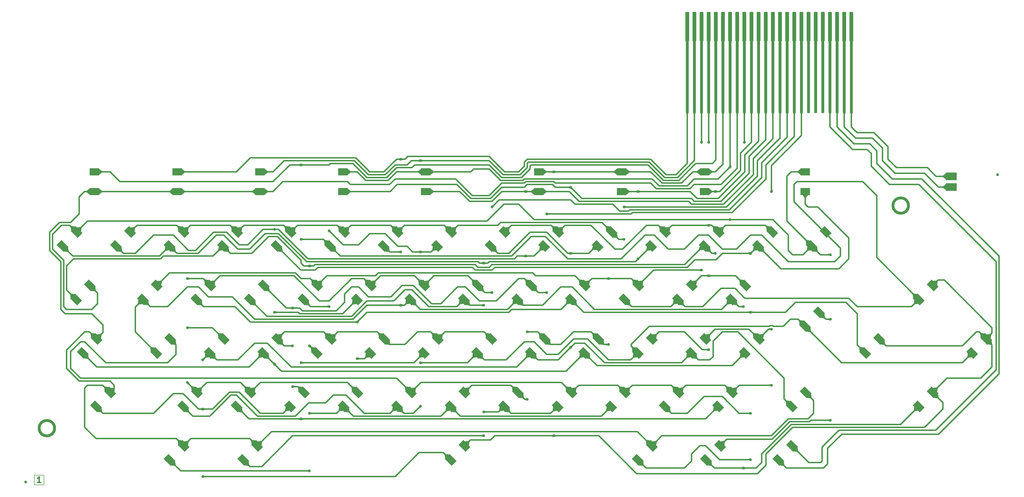
<source format=gbr>
%TF.GenerationSoftware,KiCad,Pcbnew,8.0.7*%
%TF.CreationDate,2025-01-11T23:48:55+10:30*%
%TF.ProjectId,pcb,7063622e-6b69-4636-9164-5f7063625858,1.0*%
%TF.SameCoordinates,PX1ffc7a0PYe2f9780*%
%TF.FileFunction,Copper,L1,Top*%
%TF.FilePolarity,Positive*%
%FSLAX46Y46*%
G04 Gerber Fmt 4.6, Leading zero omitted, Abs format (unit mm)*
G04 Created by KiCad (PCBNEW 8.0.7) date 2025-01-11 23:48:55*
%MOMM*%
%LPD*%
G01*
G04 APERTURE LIST*
G04 Aperture macros list*
%AMRoundRect*
0 Rectangle with rounded corners*
0 $1 Rounding radius*
0 $2 $3 $4 $5 $6 $7 $8 $9 X,Y pos of 4 corners*
0 Add a 4 corners polygon primitive as box body*
4,1,4,$2,$3,$4,$5,$6,$7,$8,$9,$2,$3,0*
0 Add four circle primitives for the rounded corners*
1,1,$1+$1,$2,$3*
1,1,$1+$1,$4,$5*
1,1,$1+$1,$6,$7*
1,1,$1+$1,$8,$9*
0 Add four rect primitives between the rounded corners*
20,1,$1+$1,$2,$3,$4,$5,0*
20,1,$1+$1,$4,$5,$6,$7,0*
20,1,$1+$1,$6,$7,$8,$9,0*
20,1,$1+$1,$8,$9,$2,$3,0*%
%AMRotRect*
0 Rectangle, with rotation*
0 The origin of the aperture is its center*
0 $1 length*
0 $2 width*
0 $3 Rotation angle, in degrees counterclockwise*
0 Add horizontal line*
21,1,$1,$2,0,0,$3*%
G04 Aperture macros list end*
%TA.AperFunction,NonConductor*%
%ADD10C,0.200000*%
%TD*%
%TA.AperFunction,NonConductor*%
%ADD11C,1.000000*%
%TD*%
%ADD12C,0.500000*%
%TA.AperFunction,NonConductor*%
%ADD13C,0.500000*%
%TD*%
%TA.AperFunction,SMDPad,CuDef*%
%ADD14RotRect,2.500000X3.500000X225.000000*%
%TD*%
%TA.AperFunction,SMDPad,CuDef*%
%ADD15C,1.000000*%
%TD*%
%TA.AperFunction,SMDPad,CuDef*%
%ADD16R,3.500000X2.500000*%
%TD*%
%TA.AperFunction,SMDPad,CuDef*%
%ADD17RoundRect,0.350000X-0.350000X-4.900000X0.350000X-4.900000X0.350000X4.900000X-0.350000X4.900000X0*%
%TD*%
%TA.AperFunction,SMDPad,CuDef*%
%ADD18RoundRect,0.250000X-0.250000X-12.750000X0.250000X-12.750000X0.250000X12.750000X-0.250000X12.750000X0*%
%TD*%
%TA.AperFunction,SMDPad,CuDef*%
%ADD19RotRect,2.500000X3.500000X45.000000*%
%TD*%
%TA.AperFunction,SMDPad,CuDef*%
%ADD20R,4.000000X2.800000*%
%TD*%
%TA.AperFunction,ViaPad*%
%ADD21C,1.000000*%
%TD*%
%TA.AperFunction,Conductor*%
%ADD22C,0.500000*%
%TD*%
G04 APERTURE END LIST*
D10*
X5000000Y4500000D02*
X8500000Y4500000D01*
X8500000Y1000000D02*
X8500000Y4500000D01*
D11*
X316250000Y100500000D02*
G75*
G02*
X310750000Y100500000I-2750000J0D01*
G01*
X310750000Y100500000D02*
G75*
G02*
X316250000Y100500000I2750000J0D01*
G01*
X12250000Y21200000D02*
G75*
G02*
X6750000Y21200000I-2750000J0D01*
G01*
X6750000Y21200000D02*
G75*
G02*
X12250000Y21200000I2750000J0D01*
G01*
D10*
X5000000Y1000000D02*
X5000000Y4500000D01*
X5000000Y1000000D02*
X8500000Y1000000D01*
D12*
D13*
X7321428Y1850762D02*
X6178571Y1850762D01*
X6749999Y1850762D02*
X6749999Y3850762D01*
X6749999Y3850762D02*
X6559523Y3565048D01*
X6559523Y3565048D02*
X6369047Y3374572D01*
X6369047Y3374572D02*
X6178571Y3279334D01*
D14*
%TO.P,SW71,1,1*%
%TO.N,/6*%
X305824874Y52974874D03*
%TO.P,SW71,2,2*%
%TO.N,/9*%
X300875126Y48025126D03*
%TD*%
%TO.P,SW21,1,1*%
%TO.N,/17*%
X234387374Y33924874D03*
%TO.P,SW21,2,2*%
%TO.N,/9*%
X229437626Y28975126D03*
%TD*%
%TO.P,SW10,1,1*%
%TO.N,/4*%
X191524874Y91074874D03*
%TO.P,SW10,2,2*%
%TO.N,/13*%
X186575126Y86125126D03*
%TD*%
%TO.P,SW44,1,1*%
%TO.N,/15*%
X162949874Y72024874D03*
%TO.P,SW44,2,2*%
%TO.N,/11*%
X158000126Y67075126D03*
%TD*%
%TO.P,SW15,1,1*%
%TO.N,/4*%
X258199874Y72024874D03*
%TO.P,SW15,2,2*%
%TO.N,/1*%
X253250126Y67075126D03*
%TD*%
%TO.P,SW11,1,1*%
%TO.N,/4*%
X229624874Y91074874D03*
%TO.P,SW11,2,2*%
%TO.N,/11*%
X224675126Y86125126D03*
%TD*%
%TO.P,SW31,1,1*%
%TO.N,/16*%
X181999874Y72024874D03*
%TO.P,SW31,2,2*%
%TO.N,/1*%
X177050126Y67075126D03*
%TD*%
%TO.P,SW33,1,1*%
%TO.N,/3*%
X186762374Y52974874D03*
%TO.P,SW33,2,2*%
%TO.N,/12*%
X181812626Y48025126D03*
%TD*%
%TO.P,SW25,1,1*%
%TO.N,/16*%
X101037374Y33924874D03*
%TO.P,SW25,2,2*%
%TO.N,/12*%
X96087626Y28975126D03*
%TD*%
%TO.P,SW20,1,1*%
%TO.N,/17*%
X215337374Y33924874D03*
%TO.P,SW20,2,2*%
%TO.N,/10*%
X210387626Y28975126D03*
%TD*%
%TO.P,SW43,1,1*%
%TO.N,/15*%
X124849874Y72024874D03*
%TO.P,SW43,2,2*%
%TO.N,/13*%
X119900126Y67075126D03*
%TD*%
%TO.P,SW54,1,1*%
%TO.N,/8*%
X224862374Y14874874D03*
%TO.P,SW54,2,2*%
%TO.N,/9*%
X219912626Y9925126D03*
%TD*%
%TO.P,SW4,1,1*%
%TO.N,/14*%
X77224874Y91074874D03*
%TO.P,SW4,2,2*%
%TO.N,/10*%
X72275126Y86125126D03*
%TD*%
%TO.P,SW42,1,1*%
%TO.N,/15*%
X72462374Y52974874D03*
%TO.P,SW42,2,2*%
%TO.N,/12*%
X67512626Y48025126D03*
%TD*%
%TO.P,SW28,1,1*%
%TO.N,/16*%
X110562374Y52974874D03*
%TO.P,SW28,2,2*%
%TO.N,/10*%
X105612626Y48025126D03*
%TD*%
D15*
%TO.P,FID2,*%
%TO.N,*%
X348000000Y111500000D03*
%TD*%
D14*
%TO.P,SW22,1,1*%
%TO.N,/17*%
X253437374Y33924874D03*
%TO.P,SW22,2,2*%
%TO.N,/5*%
X248487626Y28975126D03*
%TD*%
%TO.P,SW5,1,1*%
%TO.N,/14*%
X96274874Y91074874D03*
%TO.P,SW5,2,2*%
%TO.N,/9*%
X91325126Y86125126D03*
%TD*%
%TO.P,SW17,1,1*%
%TO.N,/17*%
X243912374Y52974874D03*
%TO.P,SW17,2,2*%
%TO.N,/12*%
X238962626Y48025126D03*
%TD*%
D16*
%TO.P,SW55,1,1*%
%TO.N,/8*%
X26400000Y105500000D03*
%TO.P,SW55,2,2*%
%TO.N,/5*%
X26400000Y112500000D03*
%TD*%
D14*
%TO.P,SW48,1,1*%
%TO.N,/15*%
X143899874Y72024874D03*
%TO.P,SW48,2,2*%
%TO.N,/1*%
X138950126Y67075126D03*
%TD*%
D16*
%TO.P,SW60,1,1*%
%TO.N,/7*%
X144400000Y112500000D03*
%TO.P,SW60,2,2*%
%TO.N,/13*%
X144400000Y105500000D03*
%TD*%
%TO.P,SW59,1,1*%
%TO.N,/7*%
X114900000Y112500000D03*
%TO.P,SW59,2,2*%
%TO.N,/12*%
X114900000Y105500000D03*
%TD*%
%TO.P,SW63,1,1*%
%TO.N,/7*%
X279525000Y112500000D03*
%TO.P,SW63,2,2*%
%TO.N,/9*%
X279525000Y105500000D03*
%TD*%
D14*
%TO.P,SW3,1,1*%
%TO.N,/14*%
X58174874Y91074874D03*
%TO.P,SW3,2,2*%
%TO.N,/11*%
X53225126Y86125126D03*
%TD*%
D17*
%TO.P,J1,1,Pin_1*%
%TO.N,/1*%
X237540000Y164250000D03*
D18*
X237540000Y146500000D03*
D17*
%TO.P,J1,2,Pin_2*%
%TO.N,/2*%
X240080000Y164250000D03*
D18*
X240080000Y146500000D03*
D17*
%TO.P,J1,3,Pin_3*%
%TO.N,/3*%
X242620000Y164250000D03*
D18*
X242620000Y146500000D03*
D17*
%TO.P,J1,4,Pin_4*%
%TO.N,/4*%
X245160000Y164250000D03*
D18*
X245160000Y146500000D03*
D17*
%TO.P,J1,5,Pin_5*%
%TO.N,/5*%
X247700000Y164250000D03*
D18*
X247700000Y146500000D03*
D17*
%TO.P,J1,6,Pin_6*%
%TO.N,/6*%
X250240000Y164250000D03*
D18*
X250240000Y146500000D03*
D17*
%TO.P,J1,7,Pin_7*%
%TO.N,/7*%
X252780000Y164250000D03*
D18*
X252780000Y146500000D03*
D17*
%TO.P,J1,8,Pin_8*%
%TO.N,/8*%
X255320000Y164250000D03*
D18*
X255320000Y146500000D03*
D17*
%TO.P,J1,9,Pin_9*%
%TO.N,/9*%
X257860000Y164250000D03*
D18*
X257860000Y146500000D03*
D17*
%TO.P,J1,10,Pin_10*%
%TO.N,/10*%
X260400000Y164250000D03*
D18*
X260400000Y146500000D03*
D17*
%TO.P,J1,11,Pin_11*%
%TO.N,/11*%
X262940000Y164250000D03*
D18*
X262940000Y146500000D03*
D17*
%TO.P,J1,12,Pin_12*%
%TO.N,/12*%
X265480000Y164250000D03*
D18*
X265480000Y146500000D03*
D17*
%TO.P,J1,13,Pin_13*%
%TO.N,/13*%
X268020000Y164250000D03*
D18*
X268020000Y146500000D03*
D17*
%TO.P,J1,14,Pin_14*%
%TO.N,/14*%
X270560000Y164250000D03*
D18*
X270560000Y146500000D03*
D17*
%TO.P,J1,15,Pin_15*%
%TO.N,/15*%
X273100000Y164250000D03*
D18*
X273100000Y146500000D03*
D17*
%TO.P,J1,16,Pin_16*%
%TO.N,/16*%
X275640000Y164250000D03*
D18*
X275640000Y146500000D03*
D17*
%TO.P,J1,17,Pin_17*%
%TO.N,/17*%
X278180000Y164250000D03*
D18*
X278180000Y146500000D03*
D17*
%TO.P,J1,18,Pin_18*%
%TO.N,unconnected-(J1-Pin_18-Pad18)*%
X280720000Y164250000D03*
D18*
%TO.N,unconnected-(J1-Pin_18-Pad18)_1*%
X280720000Y146500000D03*
D17*
%TO.P,J1,19,Pin_19*%
%TO.N,unconnected-(J1-Pin_19-Pad19)*%
X283260000Y164250000D03*
D18*
%TO.N,unconnected-(J1-Pin_19-Pad19)_1*%
X283260000Y146500000D03*
D17*
%TO.P,J1,20,Pin_20*%
%TO.N,unconnected-(J1-Pin_20-Pad20)*%
X285800000Y164250000D03*
D18*
%TO.N,unconnected-(J1-Pin_20-Pad20)_1*%
X285800000Y146500000D03*
D17*
%TO.P,J1,21,Pin_21*%
%TO.N,Net-(J1-Pin_21)*%
X288340000Y164250000D03*
D18*
X288340000Y146500000D03*
D17*
%TO.P,J1,22,Pin_22*%
%TO.N,Net-(J1-Pin_22)*%
X290880000Y164250000D03*
D18*
X290880000Y146500000D03*
D17*
%TO.P,J1,23,Pin_23*%
%TO.N,Net-(D1-K)*%
X293420000Y164250000D03*
D18*
X293420000Y146500000D03*
D17*
%TO.P,J1,24,Pin_24*%
%TO.N,Net-(D1-A)*%
X295960000Y164250000D03*
D18*
X295960000Y146500000D03*
%TD*%
D14*
%TO.P,SW18,1,1*%
%TO.N,/17*%
X262962374Y52974874D03*
%TO.P,SW18,2,2*%
%TO.N,/13*%
X258012626Y48025126D03*
%TD*%
%TO.P,SW41,1,1*%
%TO.N,Net-(J1-Pin_21)*%
X274868624Y14874874D03*
%TO.P,SW41,2,2*%
%TO.N,Net-(J1-Pin_22)*%
X269918876Y9925126D03*
%TD*%
%TO.P,SW1,1,1*%
%TO.N,/14*%
X210574874Y91074874D03*
%TO.P,SW1,2,2*%
%TO.N,/12*%
X205625126Y86125126D03*
%TD*%
%TO.P,SW23,1,1*%
%TO.N,/17*%
X53412374Y52974874D03*
%TO.P,SW23,2,2*%
%TO.N,/1*%
X48462626Y48025126D03*
%TD*%
%TO.P,SW50,1,1*%
%TO.N,/8*%
X31981124Y33924874D03*
%TO.P,SW50,2,2*%
%TO.N,/12*%
X27031376Y28975126D03*
%TD*%
%TO.P,SW36,1,1*%
%TO.N,/3*%
X158187374Y33924874D03*
%TO.P,SW36,2,2*%
%TO.N,/10*%
X153237626Y28975126D03*
%TD*%
%TO.P,SW46,1,1*%
%TO.N,/15*%
X67699874Y72024874D03*
%TO.P,SW46,2,2*%
%TO.N,/9*%
X62750126Y67075126D03*
%TD*%
%TO.P,SW29,1,1*%
%TO.N,/16*%
X129612374Y52974874D03*
%TO.P,SW29,2,2*%
%TO.N,/9*%
X124662626Y48025126D03*
%TD*%
%TO.P,SW32,1,1*%
%TO.N,/16*%
X167712374Y52974874D03*
%TO.P,SW32,2,2*%
%TO.N,/2*%
X162762626Y48025126D03*
%TD*%
%TO.P,SW66,1,1*%
%TO.N,/7*%
X284393624Y62499874D03*
%TO.P,SW66,2,2*%
%TO.N,/2*%
X279443876Y57550126D03*
%TD*%
%TO.P,SW37,1,1*%
%TO.N,/3*%
X201049874Y72024874D03*
%TO.P,SW37,2,2*%
%TO.N,/9*%
X196100126Y67075126D03*
%TD*%
%TO.P,SW26,1,1*%
%TO.N,/16*%
X91512374Y52974874D03*
%TO.P,SW26,2,2*%
%TO.N,/13*%
X86562626Y48025126D03*
%TD*%
%TO.P,SW2,1,1*%
%TO.N,/14*%
X39124874Y91074874D03*
%TO.P,SW2,2,2*%
%TO.N,/13*%
X34175126Y86125126D03*
%TD*%
D16*
%TO.P,SW56,1,1*%
%TO.N,/8*%
X55900000Y105500000D03*
%TO.P,SW56,2,2*%
%TO.N,/1*%
X55900000Y112500000D03*
%TD*%
D14*
%TO.P,SW24,1,1*%
%TO.N,/17*%
X139137374Y33924874D03*
%TO.P,SW24,2,2*%
%TO.N,/2*%
X134187626Y28975126D03*
%TD*%
%TO.P,SW49,1,1*%
%TO.N,/15*%
X62937374Y33924874D03*
%TO.P,SW49,2,2*%
%TO.N,/2*%
X57987626Y28975126D03*
%TD*%
%TO.P,SW58,1,1*%
%TO.N,/8*%
X279631124Y33924874D03*
%TO.P,SW58,2,2*%
%TO.N,/12*%
X274681376Y28975126D03*
%TD*%
%TO.P,SW38,1,1*%
%TO.N,/3*%
X220099874Y72024874D03*
%TO.P,SW38,2,2*%
%TO.N,/5*%
X215150126Y67075126D03*
%TD*%
%TO.P,SW72,1,1*%
%TO.N,/6*%
X324874874Y72024874D03*
%TO.P,SW72,2,2*%
%TO.N,/5*%
X319925126Y67075126D03*
%TD*%
%TO.P,SW52,1,1*%
%TO.N,/8*%
X84368624Y14874874D03*
%TO.P,SW52,2,2*%
%TO.N,/11*%
X79418876Y9925126D03*
%TD*%
%TO.P,SW51,1,1*%
%TO.N,/8*%
X27218624Y52974874D03*
%TO.P,SW51,2,2*%
%TO.N,/13*%
X22268876Y48025126D03*
%TD*%
%TO.P,SW35,1,1*%
%TO.N,/3*%
X177237374Y33924874D03*
%TO.P,SW35,2,2*%
%TO.N,/11*%
X172287626Y28975126D03*
%TD*%
%TO.P,SW30,1,1*%
%TO.N,/16*%
X148662374Y52974874D03*
%TO.P,SW30,2,2*%
%TO.N,/5*%
X143712626Y48025126D03*
%TD*%
%TO.P,SW40,1,1*%
%TO.N,/3*%
X105799874Y72024874D03*
%TO.P,SW40,2,2*%
%TO.N,/2*%
X100850126Y67075126D03*
%TD*%
%TO.P,SW13,1,1*%
%TO.N,/4*%
X267724874Y91074874D03*
%TO.P,SW13,2,2*%
%TO.N,/9*%
X262775126Y86125126D03*
%TD*%
D16*
%TO.P,SW57,1,1*%
%TO.N,/8*%
X85400000Y105500000D03*
%TO.P,SW57,2,2*%
%TO.N,/2*%
X85400000Y112500000D03*
%TD*%
%TO.P,SW70,1,1*%
%TO.N,/6*%
X243650000Y112500000D03*
%TO.P,SW70,2,2*%
%TO.N,/10*%
X243650000Y105500000D03*
%TD*%
D14*
%TO.P,SW8,1,1*%
%TO.N,/14*%
X153424874Y91074874D03*
%TO.P,SW8,2,2*%
%TO.N,/2*%
X148475126Y86125126D03*
%TD*%
%TO.P,SW16,1,1*%
%TO.N,/4*%
X224862374Y52974874D03*
%TO.P,SW16,2,2*%
%TO.N,/2*%
X219912626Y48025126D03*
%TD*%
%TO.P,SW34,1,1*%
%TO.N,/3*%
X205812374Y52974874D03*
%TO.P,SW34,2,2*%
%TO.N,/13*%
X200862626Y48025126D03*
%TD*%
%TO.P,SW12,1,1*%
%TO.N,/4*%
X248674874Y91074874D03*
%TO.P,SW12,2,2*%
%TO.N,/10*%
X243725126Y86125126D03*
%TD*%
%TO.P,SW73,1,1*%
%TO.N,/6*%
X324874874Y33924874D03*
%TO.P,SW73,2,2*%
%TO.N,/1*%
X319925126Y28975126D03*
%TD*%
%TO.P,SW45,1,1*%
%TO.N,/15*%
X120087374Y33924874D03*
%TO.P,SW45,2,2*%
%TO.N,/10*%
X115137626Y28975126D03*
%TD*%
%TO.P,SW27,1,1*%
%TO.N,/16*%
X86749874Y72024874D03*
%TO.P,SW27,2,2*%
%TO.N,/11*%
X81800126Y67075126D03*
%TD*%
D19*
%TO.P,SW64,1,1*%
%TO.N,/7*%
X281825126Y86125126D03*
%TO.P,SW64,2,2*%
%TO.N,/5*%
X286774874Y91074874D03*
%TD*%
D14*
%TO.P,SW67,1,1*%
%TO.N,/6*%
X158187374Y14874874D03*
%TO.P,SW67,2,2*%
%TO.N,/12*%
X153237626Y9925126D03*
%TD*%
%TO.P,SW65,1,1*%
%TO.N,/7*%
X249151124Y14874874D03*
%TO.P,SW65,2,2*%
%TO.N,/1*%
X244201376Y9925126D03*
%TD*%
%TO.P,SW53,1,1*%
%TO.N,/8*%
X58174874Y14874874D03*
%TO.P,SW53,2,2*%
%TO.N,/10*%
X53225126Y9925126D03*
%TD*%
D16*
%TO.P,SW69,1,1*%
%TO.N,/6*%
X214150000Y112500000D03*
%TO.P,SW69,2,2*%
%TO.N,/11*%
X214150000Y105500000D03*
%TD*%
D14*
%TO.P,SW61,1,1*%
%TO.N,/7*%
X20074874Y91074874D03*
%TO.P,SW61,2,2*%
%TO.N,/11*%
X15125126Y86125126D03*
%TD*%
D15*
%TO.P,FID3,*%
%TO.N,*%
X2000000Y2000000D03*
%TD*%
D14*
%TO.P,SW47,1,1*%
%TO.N,/15*%
X81987374Y33924874D03*
%TO.P,SW47,2,2*%
%TO.N,/5*%
X77037626Y28975126D03*
%TD*%
%TO.P,SW39,1,1*%
%TO.N,/3*%
X48649874Y72024874D03*
%TO.P,SW39,2,2*%
%TO.N,/1*%
X43700126Y67075126D03*
%TD*%
%TO.P,SW7,1,1*%
%TO.N,/14*%
X134374874Y91074874D03*
%TO.P,SW7,2,2*%
%TO.N,/1*%
X129425126Y86125126D03*
%TD*%
%TO.P,SW62,1,1*%
%TO.N,/7*%
X24837374Y72024874D03*
%TO.P,SW62,2,2*%
%TO.N,/10*%
X19887626Y67075126D03*
%TD*%
%TO.P,SW74,1,1*%
%TO.N,/6*%
X343924874Y52974874D03*
%TO.P,SW74,2,2*%
%TO.N,/2*%
X338975126Y48025126D03*
%TD*%
%TO.P,SW6,1,1*%
%TO.N,/14*%
X115324874Y91074874D03*
%TO.P,SW6,2,2*%
%TO.N,/5*%
X110375126Y86125126D03*
%TD*%
%TO.P,SW9,1,1*%
%TO.N,/4*%
X172474874Y91074874D03*
%TO.P,SW9,2,2*%
%TO.N,/12*%
X167525126Y86125126D03*
%TD*%
%TO.P,SW14,1,1*%
%TO.N,/4*%
X239149874Y72024874D03*
%TO.P,SW14,2,2*%
%TO.N,/5*%
X234200126Y67075126D03*
%TD*%
D16*
%TO.P,SW68,1,1*%
%TO.N,/6*%
X184650000Y112500000D03*
%TO.P,SW68,2,2*%
%TO.N,/13*%
X184650000Y105500000D03*
%TD*%
D14*
%TO.P,SW19,1,1*%
%TO.N,/17*%
X196287374Y33924874D03*
%TO.P,SW19,2,2*%
%TO.N,/11*%
X191337626Y28975126D03*
%TD*%
D20*
%TO.P,D1,1,K*%
%TO.N,Net-(D1-K)*%
X331525000Y107100000D03*
%TO.P,D1,2,A*%
%TO.N,Net-(D1-A)*%
X331525000Y110900000D03*
%TD*%
D21*
%TO.N,/6*%
X190000000Y18500000D03*
X190000000Y112500000D03*
%TO.N,/16*%
X187500000Y69500000D03*
X187500000Y97500000D03*
X97000000Y64000000D03*
X97000000Y36000000D03*
X97000000Y50500000D03*
%TO.N,/3*%
X180500000Y55500000D03*
X180500000Y31500000D03*
X242620000Y77500000D03*
X209500000Y51000000D03*
X209500000Y74500000D03*
X242620000Y123000000D03*
%TO.N,/14*%
X215000000Y88500000D03*
X215000000Y100000000D03*
%TO.N,/17*%
X267500000Y105500000D03*
X267500000Y56500000D03*
X267500000Y36500000D03*
%TO.N,/7*%
X252780000Y114280000D03*
X288500000Y83000000D03*
X288500000Y60000000D03*
X288500000Y24000000D03*
X252780000Y95500000D03*
%TO.N,/11*%
X165000000Y27000000D03*
X165000000Y80000000D03*
X220005000Y105500000D03*
X165000000Y65000000D03*
X220000000Y81500000D03*
X165000000Y18500000D03*
%TO.N,/1*%
X257500000Y7000000D03*
X135500000Y117000000D03*
X135500000Y84000000D03*
X257500000Y64500000D03*
X135500000Y65000000D03*
%TO.N,/2*%
X110000000Y64538060D03*
X142500000Y44500000D03*
X142500000Y116500000D03*
X110000000Y91500000D03*
X142500000Y84000000D03*
X142500000Y29000000D03*
%TO.N,/12*%
X65000000Y4000000D03*
X64987500Y45500000D03*
X196000000Y83500000D03*
X196000000Y50000000D03*
X196000000Y107000000D03*
X65000000Y28000000D03*
%TO.N,/5*%
X100000000Y115000000D03*
X100000000Y88500000D03*
X100000000Y44500000D03*
X100000000Y24500000D03*
%TO.N,/10*%
X247500000Y83500000D03*
X247500000Y105500000D03*
X103000000Y79000000D03*
X103000000Y6000000D03*
X103000000Y50500000D03*
X103000000Y26500000D03*
%TO.N,/13*%
X180000000Y105500000D03*
X90543876Y44043876D03*
X90500000Y92000000D03*
X90543876Y62500000D03*
X180000000Y82500000D03*
%TO.N,/4*%
X245160000Y93500000D03*
X245160000Y49160000D03*
X245160000Y75500000D03*
X245160000Y123000000D03*
%TO.N,/15*%
X59500000Y37500000D03*
X59500000Y74500000D03*
X59500000Y57000000D03*
X168000000Y69500000D03*
X168000000Y100000000D03*
%TO.N,/9*%
X120000000Y46000000D03*
X260000000Y62500000D03*
X257860000Y123000000D03*
X120000000Y59000000D03*
X260000000Y83425000D03*
X260000000Y26500000D03*
X260000000Y10000000D03*
%TD*%
D22*
%TO.N,Net-(D1-A)*%
X295960000Y146500000D02*
X295960000Y128500000D01*
X295960000Y128500000D02*
X297960000Y126500000D01*
X323000000Y114000000D02*
X326100000Y110900000D01*
X309000000Y117000000D02*
X312000000Y114000000D01*
X297960000Y126500000D02*
X304000000Y126500000D01*
X309000000Y121500000D02*
X309000000Y117000000D01*
X312000000Y114000000D02*
X323000000Y114000000D01*
X326100000Y110900000D02*
X331525000Y110900000D01*
X304000000Y126500000D02*
X309000000Y121500000D01*
%TO.N,Net-(D1-K)*%
X311500000Y112000000D02*
X307000000Y116500000D01*
X293420000Y128500000D02*
X293420000Y146500000D01*
X331525000Y107100000D02*
X326900000Y107100000D01*
X326900000Y107100000D02*
X322000000Y112000000D01*
X322000000Y112000000D02*
X311500000Y112000000D01*
X303500000Y124500000D02*
X297420000Y124500000D01*
X307000000Y116500000D02*
X307000000Y121000000D01*
X297420000Y124500000D02*
X293420000Y128500000D01*
X307000000Y121000000D02*
X303500000Y124500000D01*
%TO.N,Net-(J1-Pin_22)*%
X296880000Y122500000D02*
X290880000Y128500000D01*
X327000000Y19000000D02*
X348500000Y40500000D01*
X302500000Y122500000D02*
X296880000Y122500000D01*
X286030330Y7000000D02*
X287500000Y8469670D01*
X348500000Y40500000D02*
X348500000Y82500000D01*
X287500000Y8469670D02*
X287500000Y14000000D01*
X290880000Y128500000D02*
X290880000Y146500000D01*
X272844002Y7000000D02*
X286030330Y7000000D01*
X305000000Y115500000D02*
X305000000Y120000000D01*
X269918876Y9925126D02*
X272844002Y7000000D01*
X321000000Y110000000D02*
X310500000Y110000000D01*
X348500000Y82500000D02*
X321000000Y110000000D01*
X292500000Y19000000D02*
X327000000Y19000000D01*
X305000000Y120000000D02*
X302500000Y122500000D01*
X287500000Y14000000D02*
X292500000Y19000000D01*
X310500000Y110000000D02*
X305000000Y115500000D01*
%TO.N,/6*%
X192500000Y112500000D02*
X214150000Y112500000D01*
X265500000Y12000000D02*
X275000000Y21500000D01*
X184650000Y112500000D02*
X192500000Y112500000D01*
X184650000Y112500000D02*
X190000000Y112500000D01*
X324874874Y33924874D02*
X329950000Y39000000D01*
X346000000Y43000000D02*
X346000000Y50899748D01*
X207000000Y17500000D02*
X219500000Y5000000D01*
X328500000Y28000000D02*
X328500000Y30299748D01*
X219500000Y5000000D02*
X262500000Y5000000D01*
X214150000Y112500000D02*
X224500000Y112500000D01*
X250240000Y151500000D02*
X250240000Y115240000D01*
X160312500Y17000000D02*
X166500000Y17000000D01*
X329950000Y39000000D02*
X342000000Y39000000D01*
X250240000Y115240000D02*
X247500000Y112500000D01*
X224500000Y112500000D02*
X228500000Y108500000D01*
X343924874Y52974874D02*
X346000000Y55050000D01*
X265500000Y8000000D02*
X265500000Y12000000D01*
X239500000Y112500000D02*
X243650000Y112500000D01*
X322000000Y21500000D02*
X328500000Y28000000D01*
X184650000Y112500000D02*
X214150000Y112500000D01*
X158187374Y14874874D02*
X160312500Y17000000D01*
X308299748Y50500000D02*
X305824874Y52974874D01*
X335500000Y50500000D02*
X308299748Y50500000D01*
X342000000Y39000000D02*
X346000000Y43000000D01*
X343924874Y52974874D02*
X341399748Y55500000D01*
X169000000Y18500000D02*
X190000000Y18500000D01*
X235500000Y108500000D02*
X239500000Y112500000D01*
X346000000Y55050000D02*
X346000000Y57000000D01*
X341399748Y55500000D02*
X340500000Y55500000D01*
X247500000Y112500000D02*
X243650000Y112500000D01*
X228500000Y108500000D02*
X235500000Y108500000D01*
X340500000Y55500000D02*
X335500000Y50500000D01*
X328500000Y30299748D02*
X324874874Y33924874D01*
X190000000Y18500000D02*
X206000000Y18500000D01*
X329000000Y74000000D02*
X326850000Y74000000D01*
X206000000Y18500000D02*
X207000000Y17500000D01*
X275000000Y21500000D02*
X322000000Y21500000D01*
X346000000Y57000000D02*
X329000000Y74000000D01*
X262500000Y5000000D02*
X265500000Y8000000D01*
X346000000Y50899748D02*
X343924874Y52974874D01*
X326850000Y74000000D02*
X324874874Y72024874D01*
X166500000Y17000000D02*
X167500000Y17000000D01*
X190000000Y112500000D02*
X192500000Y112500000D01*
X167500000Y17000000D02*
X169000000Y18500000D01*
%TO.N,/16*%
X184524748Y69500000D02*
X187500000Y69500000D01*
X99500000Y64000000D02*
X100500000Y63000000D01*
X179524748Y74500000D02*
X181999874Y72024874D01*
X124000000Y68000000D02*
X132000000Y68000000D01*
X169500000Y66500000D02*
X177500000Y74500000D01*
X91512374Y52974874D02*
X93987248Y50500000D01*
X275640000Y125140000D02*
X275640000Y151500000D01*
X137000000Y51000000D02*
X141500000Y55500000D01*
X101037374Y33924874D02*
X98962248Y36000000D01*
X148662374Y52974874D02*
X151187500Y55500000D01*
X93987248Y50500000D02*
X97000000Y50500000D01*
X155750000Y71500000D02*
X158500000Y71500000D01*
X94037500Y55500000D02*
X108037248Y55500000D01*
X118000000Y71500000D02*
X120500000Y71500000D01*
X187500000Y97500000D02*
X217500000Y97500000D01*
X113087500Y55500000D02*
X127087248Y55500000D01*
X94774748Y64000000D02*
X86749874Y72024874D01*
X127087248Y55500000D02*
X129612374Y52974874D01*
X98500000Y36000000D02*
X97000000Y36000000D01*
X108037248Y55500000D02*
X110562374Y52974874D01*
X141500000Y55500000D02*
X146137248Y55500000D01*
X158500000Y71500000D02*
X163500000Y66500000D01*
X217500000Y97500000D02*
X218000000Y98000000D01*
X140000000Y72000000D02*
X146500000Y65500000D01*
X97000000Y64000000D02*
X94774748Y64000000D01*
X136000000Y72000000D02*
X140000000Y72000000D01*
X115500000Y66000000D02*
X115500000Y69000000D01*
X253500000Y98000000D02*
X265500000Y110000000D01*
X177500000Y74500000D02*
X179524748Y74500000D01*
X112500000Y63000000D02*
X115500000Y66000000D01*
X218000000Y98000000D02*
X253500000Y98000000D01*
X163500000Y66500000D02*
X169500000Y66500000D01*
X115500000Y69000000D02*
X118000000Y71500000D01*
X265500000Y110000000D02*
X265500000Y115000000D01*
X132000000Y68000000D02*
X136000000Y72000000D01*
X110562374Y52974874D02*
X113087500Y55500000D01*
X131587248Y51000000D02*
X137000000Y51000000D01*
X146500000Y65500000D02*
X149750000Y65500000D01*
X181999874Y72024874D02*
X184524748Y69500000D01*
X97000000Y64000000D02*
X99500000Y64000000D01*
X151187500Y55500000D02*
X165187248Y55500000D01*
X100500000Y63000000D02*
X112500000Y63000000D01*
X91512374Y52974874D02*
X94037500Y55500000D01*
X98962248Y36000000D02*
X98500000Y36000000D01*
X120500000Y71500000D02*
X124000000Y68000000D01*
X165187248Y55500000D02*
X167712374Y52974874D01*
X146137248Y55500000D02*
X148662374Y52974874D01*
X149750000Y65500000D02*
X155750000Y71500000D01*
X129612374Y52974874D02*
X131587248Y51000000D01*
X265500000Y115000000D02*
X275640000Y125140000D01*
%TO.N,/3*%
X177237374Y33924874D02*
X179662248Y31500000D01*
X105799874Y72024874D02*
X109275000Y75500000D01*
X242620000Y123000000D02*
X242620000Y151500000D01*
X184237248Y55500000D02*
X186762374Y52974874D01*
X179662248Y31500000D02*
X180500000Y31500000D01*
X103324748Y74500000D02*
X105799874Y72024874D01*
X203525000Y74500000D02*
X201049874Y72024874D01*
X53163750Y76500000D02*
X98000000Y76500000D01*
X207787248Y51000000D02*
X209500000Y51000000D01*
X209500000Y74500000D02*
X203525000Y74500000D01*
X100000000Y74500000D02*
X103324748Y74500000D01*
X183500000Y75500000D02*
X197574748Y75500000D01*
X126500000Y75500000D02*
X127500000Y76500000D01*
X180500000Y55500000D02*
X184237248Y55500000D01*
X205812374Y52974874D02*
X207787248Y51000000D01*
X225575000Y77500000D02*
X220099874Y72024874D01*
X192500000Y51000000D02*
X197000000Y55500000D01*
X203287248Y55500000D02*
X205812374Y52974874D01*
X160762500Y36500000D02*
X158187374Y33924874D01*
X186762374Y52974874D02*
X188737248Y51000000D01*
X48688624Y72024874D02*
X53163750Y76500000D01*
X242620000Y77500000D02*
X225575000Y77500000D01*
X197000000Y55500000D02*
X203287248Y55500000D01*
X177237374Y33924874D02*
X174662248Y36500000D01*
X188737248Y51000000D02*
X192500000Y51000000D01*
X209500000Y74500000D02*
X217624748Y74500000D01*
X174662248Y36500000D02*
X160762500Y36500000D01*
X182500000Y76500000D02*
X183500000Y75500000D01*
X98000000Y76500000D02*
X100000000Y74500000D01*
X127500000Y76500000D02*
X182500000Y76500000D01*
X197574748Y75500000D02*
X201049874Y72024874D01*
X217624748Y74500000D02*
X220099874Y72024874D01*
X109275000Y75500000D02*
X126500000Y75500000D01*
%TO.N,/14*%
X41550000Y93500000D02*
X55749748Y93500000D01*
X170000000Y93500000D02*
X171000000Y94500000D01*
X77224874Y91074874D02*
X79650000Y93500000D01*
X150999748Y93500000D02*
X153424874Y91074874D01*
X207149748Y94500000D02*
X210574874Y91074874D01*
X58174874Y91074874D02*
X60600000Y93500000D01*
X262500000Y116500000D02*
X270560000Y124560000D01*
X112899748Y93500000D02*
X115324874Y91074874D01*
X251500000Y100000000D02*
X262500000Y111000000D01*
X136800000Y93500000D02*
X150999748Y93500000D01*
X60600000Y93500000D02*
X74799748Y93500000D01*
X98700000Y93500000D02*
X112899748Y93500000D01*
X55749748Y93500000D02*
X58174874Y91074874D01*
X153424874Y91074874D02*
X155850000Y93500000D01*
X74799748Y93500000D02*
X77224874Y91074874D01*
X96274874Y91074874D02*
X98700000Y93500000D01*
X215000000Y100000000D02*
X251500000Y100000000D01*
X262500000Y111000000D02*
X262500000Y116500000D01*
X215000000Y88500000D02*
X213149748Y88500000D01*
X117750000Y93500000D02*
X131949748Y93500000D01*
X115324874Y91074874D02*
X117750000Y93500000D01*
X39124874Y91074874D02*
X41550000Y93500000D01*
X270560000Y124560000D02*
X270560000Y151500000D01*
X79650000Y93500000D02*
X93849748Y93500000D01*
X171000000Y94500000D02*
X207149748Y94500000D01*
X213149748Y88500000D02*
X210574874Y91074874D01*
X93849748Y93500000D02*
X96274874Y91074874D01*
X134374874Y91074874D02*
X136800000Y93500000D01*
X155850000Y93500000D02*
X170000000Y93500000D01*
X131949748Y93500000D02*
X134374874Y91074874D01*
%TO.N,/17*%
X55500000Y47500000D02*
X52500000Y44500000D01*
X18000000Y48500000D02*
X18000000Y42500000D01*
X196287374Y33924874D02*
X192712248Y37500000D01*
X231812248Y36500000D02*
X217912500Y36500000D01*
X30500000Y44500000D02*
X23000000Y52000000D01*
X21500000Y39000000D02*
X134062248Y39000000D01*
X198862500Y36500000D02*
X196287374Y33924874D01*
X259437248Y56500000D02*
X262962374Y52974874D01*
X21500000Y52000000D02*
X18000000Y48500000D01*
X192712248Y37500000D02*
X142712500Y37500000D01*
X52500000Y44500000D02*
X30500000Y44500000D01*
X267500000Y105500000D02*
X267500000Y114750000D01*
X55500000Y50887248D02*
X55500000Y47500000D01*
X234387374Y33924874D02*
X231812248Y36500000D01*
X267500000Y36500000D02*
X256012500Y36500000D01*
X250862248Y36500000D02*
X236962500Y36500000D01*
X212762248Y36500000D02*
X198862500Y36500000D01*
X253437374Y33924874D02*
X250862248Y36500000D01*
X267500000Y114750000D02*
X278180000Y125430000D01*
X142712500Y37500000D02*
X139137374Y33924874D01*
X262962374Y52974874D02*
X266487500Y56500000D01*
X134062248Y39000000D02*
X139137374Y33924874D01*
X266487500Y56500000D02*
X267500000Y56500000D01*
X23000000Y52000000D02*
X21500000Y52000000D01*
X278180000Y125430000D02*
X278180000Y151500000D01*
X243912374Y52974874D02*
X247437500Y56500000D01*
X256012500Y36500000D02*
X253437374Y33924874D01*
X215337374Y33924874D02*
X212762248Y36500000D01*
X217912500Y36500000D02*
X215337374Y33924874D01*
X53412374Y52974874D02*
X55500000Y50887248D01*
X18000000Y42500000D02*
X21500000Y39000000D01*
X236962500Y36500000D02*
X234387374Y33924874D01*
X247437500Y56500000D02*
X259437248Y56500000D01*
%TO.N,/7*%
X288500000Y24000000D02*
X281500000Y24000000D01*
X281000000Y23500000D02*
X274000000Y23500000D01*
X172250000Y101000000D02*
X177500000Y101000000D01*
X284950252Y83000000D02*
X288500000Y83000000D01*
X16500000Y63500000D02*
X15500000Y64500000D01*
X273000000Y94950252D02*
X273000000Y111000000D01*
X11500000Y85000000D02*
X11500000Y90250000D01*
X177500000Y101000000D02*
X183000000Y95500000D01*
X248500000Y110000000D02*
X240000000Y110000000D01*
X268000000Y95500000D02*
X273500000Y90000000D01*
X131000000Y109500000D02*
X123000000Y109500000D01*
X167000000Y113500000D02*
X161500000Y113500000D01*
X15500000Y64500000D02*
X15500000Y81000000D01*
X17649748Y93500000D02*
X20074874Y91074874D01*
X227500000Y107500000D02*
X225000000Y110000000D01*
X240000000Y110000000D02*
X237500000Y107500000D01*
X286893498Y60000000D02*
X288000000Y60000000D01*
X123000000Y109500000D02*
X120000000Y112500000D01*
X281500000Y24000000D02*
X281000000Y23500000D01*
X274500000Y112500000D02*
X279525000Y112500000D01*
X237500000Y107500000D02*
X227500000Y107500000D01*
X14750000Y93500000D02*
X17649748Y93500000D01*
X134000000Y112500000D02*
X131000000Y109500000D01*
X144400000Y112500000D02*
X134000000Y112500000D01*
X273000000Y111000000D02*
X274500000Y112500000D01*
X160500000Y112500000D02*
X144400000Y112500000D01*
X251526250Y17250000D02*
X249151124Y14874874D01*
X179500000Y110000000D02*
X179000000Y109500000D01*
X171000000Y109500000D02*
X167000000Y113500000D01*
X288000000Y60000000D02*
X288500000Y60000000D01*
X161500000Y113500000D02*
X160500000Y112500000D01*
X273500000Y90000000D02*
X273500000Y84500000D01*
X281285126Y86665126D02*
X273000000Y94950252D01*
X166250000Y95000000D02*
X172250000Y101000000D01*
X225000000Y110000000D02*
X179500000Y110000000D01*
X179000000Y109500000D02*
X171000000Y109500000D01*
X15500000Y81000000D02*
X11500000Y85000000D01*
X27500000Y65500000D02*
X25500000Y63500000D01*
X27500000Y69362248D02*
X27500000Y65500000D01*
X273500000Y84500000D02*
X275000000Y83000000D01*
X267750000Y17250000D02*
X251526250Y17250000D01*
X284393624Y62499874D02*
X286893498Y60000000D01*
X11500000Y90250000D02*
X14750000Y93500000D01*
X252780000Y114280000D02*
X248500000Y110000000D01*
X25500000Y63500000D02*
X16500000Y63500000D01*
X281825126Y86125126D02*
X284950252Y83000000D01*
X20074874Y91074874D02*
X24000000Y95000000D01*
X252780000Y151500000D02*
X252780000Y114280000D01*
X24837374Y72024874D02*
X27500000Y69362248D01*
X120000000Y112500000D02*
X114900000Y112500000D01*
X274000000Y23500000D02*
X267750000Y17250000D01*
X278700000Y83000000D02*
X281825126Y86125126D01*
X275000000Y83000000D02*
X278700000Y83000000D01*
X183000000Y95500000D02*
X268000000Y95500000D01*
X24000000Y95000000D02*
X166250000Y95000000D01*
%TO.N,/8*%
X60800000Y17500000D02*
X81743498Y17500000D01*
X282500000Y31055998D02*
X282500000Y26500000D01*
X16000000Y62000000D02*
X25500000Y62000000D01*
X33500000Y35443750D02*
X31981124Y33924874D01*
X33500000Y36500000D02*
X33500000Y35443750D01*
X190000000Y109000000D02*
X180000000Y109000000D01*
X280500000Y24500000D02*
X273500000Y24500000D01*
X29500000Y58000000D02*
X29500000Y55256250D01*
X32000000Y38000000D02*
X33500000Y36500000D01*
X180000000Y109000000D02*
X179500000Y108500000D01*
X14500000Y63500000D02*
X16000000Y62000000D01*
X27000000Y17500000D02*
X55549748Y17500000D01*
X18000000Y94500000D02*
X14000000Y94500000D01*
X90000000Y105500000D02*
X85400000Y105500000D01*
X279631124Y33924874D02*
X282500000Y31055998D01*
X282500000Y26500000D02*
X280500000Y24500000D01*
X228487500Y18500000D02*
X224862374Y14874874D01*
X249500000Y108000000D02*
X240000000Y108000000D01*
X22900000Y105500000D02*
X21000000Y103600000D01*
X131500000Y108000000D02*
X117500000Y108000000D01*
X23000000Y35500000D02*
X23000000Y21500000D01*
X26400000Y105500000D02*
X22900000Y105500000D01*
X24693498Y55500000D02*
X23000000Y55500000D01*
X24000000Y36500000D02*
X23000000Y35500000D01*
X179500000Y108500000D02*
X171500000Y108500000D01*
X238500000Y106500000D02*
X226500000Y106500000D01*
X273500000Y24500000D02*
X267500000Y18500000D01*
X21000000Y38000000D02*
X32000000Y38000000D01*
X161000000Y104000000D02*
X155000000Y110000000D01*
X171500000Y108500000D02*
X167000000Y104000000D01*
X31500000Y105500000D02*
X26400000Y105500000D01*
X10500000Y84500000D02*
X14500000Y80500000D01*
X84368624Y14874874D02*
X89493750Y20000000D01*
X29500000Y55256250D02*
X27218624Y52974874D01*
X23000000Y55500000D02*
X16500000Y49000000D01*
X29405998Y36500000D02*
X24000000Y36500000D01*
X81743498Y17500000D02*
X84368624Y14874874D01*
X55900000Y105500000D02*
X31500000Y105500000D01*
X117500000Y108000000D02*
X116500000Y109000000D01*
X226500000Y106500000D02*
X224500000Y108500000D01*
X167000000Y104000000D02*
X161000000Y104000000D01*
X14000000Y94500000D02*
X10500000Y91000000D01*
X55900000Y105500000D02*
X85400000Y105500000D01*
X23000000Y21500000D02*
X27000000Y17500000D01*
X116500000Y109000000D02*
X93500000Y109000000D01*
X240000000Y108000000D02*
X238500000Y106500000D01*
X16500000Y42500000D02*
X21000000Y38000000D01*
X155000000Y110000000D02*
X133500000Y110000000D01*
X31981124Y33924874D02*
X29405998Y36500000D01*
X16500000Y49000000D02*
X16500000Y42500000D01*
X267500000Y18500000D02*
X228487500Y18500000D01*
X93500000Y109000000D02*
X90000000Y105500000D01*
X55549748Y17500000D02*
X58174874Y14874874D01*
X27218624Y52974874D02*
X24693498Y55500000D01*
X89493750Y20000000D02*
X219737248Y20000000D01*
X190500000Y108500000D02*
X190000000Y109000000D01*
X224500000Y108500000D02*
X190500000Y108500000D01*
X14500000Y80500000D02*
X14500000Y63500000D01*
X255320000Y113820000D02*
X249500000Y108000000D01*
X255320000Y151500000D02*
X255320000Y113820000D01*
X21000000Y103600000D02*
X21000000Y97500000D01*
X219737248Y20000000D02*
X224862374Y14874874D01*
X25500000Y62000000D02*
X29500000Y58000000D01*
X133500000Y110000000D02*
X131500000Y108000000D01*
X58174874Y14874874D02*
X60800000Y17500000D01*
X21000000Y97500000D02*
X18000000Y94500000D01*
X10500000Y91000000D02*
X10500000Y84500000D01*
%TO.N,/11*%
X87875252Y61000000D02*
X118000000Y61000000D01*
X167000000Y80500000D02*
X166500000Y80000000D01*
X174762752Y26500000D02*
X188862500Y26500000D01*
X145500000Y64500000D02*
X155425000Y64500000D01*
X158000126Y67075126D02*
X160075252Y65000000D01*
X53225126Y86125126D02*
X55850252Y83500000D01*
X166500000Y80000000D02*
X165000000Y80000000D01*
X18750252Y82500000D02*
X49600000Y82500000D01*
X224675126Y86125126D02*
X219050000Y80500000D01*
X188862500Y26500000D02*
X191337626Y28975126D01*
X102000000Y80500000D02*
X163000000Y80500000D01*
X137000000Y70500000D02*
X139500000Y70500000D01*
X172287626Y28975126D02*
X170312500Y27000000D01*
X219050000Y80500000D02*
X167000000Y80500000D01*
X133000000Y66500000D02*
X137000000Y70500000D01*
X248500000Y103000000D02*
X258000000Y112500000D01*
X118000000Y61000000D02*
X123500000Y66500000D01*
X172287626Y28975126D02*
X174762752Y26500000D01*
X72500000Y90000000D02*
X77500000Y85000000D01*
X81800126Y67075126D02*
X87875252Y61000000D01*
X81844002Y7500000D02*
X86000000Y7500000D01*
X155425000Y64500000D02*
X158000126Y67075126D01*
X77500000Y85000000D02*
X81750000Y85000000D01*
X163500000Y80000000D02*
X165000000Y80000000D01*
X86000000Y7500000D02*
X97000000Y18500000D01*
X258000000Y118500000D02*
X262940000Y123440000D01*
X241000000Y103000000D02*
X248500000Y103000000D01*
X79418876Y9925126D02*
X81844002Y7500000D01*
X55850252Y83500000D02*
X63375000Y83500000D01*
X15125126Y86125126D02*
X18750252Y82500000D01*
X123500000Y66500000D02*
X133000000Y66500000D01*
X63375000Y83500000D02*
X69875000Y90000000D01*
X81750000Y85000000D02*
X87250000Y90500000D01*
X97000000Y18500000D02*
X165000000Y18500000D01*
X163000000Y80500000D02*
X163500000Y80000000D01*
X49600000Y82500000D02*
X53225126Y86125126D01*
X87250000Y90500000D02*
X92000000Y90500000D01*
X160075252Y65000000D02*
X165000000Y65000000D01*
X220005000Y105500000D02*
X238500000Y105500000D01*
X92000000Y90500000D02*
X102000000Y80500000D01*
X139500000Y70500000D02*
X145500000Y64500000D01*
X262940000Y123440000D02*
X262940000Y151500000D01*
X220005000Y105500000D02*
X214150000Y105500000D01*
X258000000Y112500000D02*
X258000000Y118500000D01*
X170312500Y27000000D02*
X165000000Y27000000D01*
X238500000Y105500000D02*
X241000000Y103000000D01*
X69875000Y90000000D02*
X72500000Y90000000D01*
%TO.N,/1*%
X186000000Y65000000D02*
X192500000Y71500000D01*
X138950126Y67075126D02*
X142525252Y63500000D01*
X257500000Y7000000D02*
X262000000Y7000000D01*
X59500000Y71500000D02*
X63500000Y71500000D01*
X43738876Y67075126D02*
X41000000Y64336250D01*
X135500000Y117000000D02*
X134000000Y117000000D01*
X237540000Y151500000D02*
X237540000Y115540000D01*
X224500000Y117000000D02*
X180500000Y117000000D01*
X249713750Y63500000D02*
X253288876Y67075126D01*
X134000000Y117000000D02*
X129500000Y112500000D01*
X59500000Y71500000D02*
X52500000Y64500000D01*
X119500000Y117500000D02*
X124500000Y112500000D01*
X142525252Y63500000D02*
X173475000Y63500000D01*
X179500000Y116000000D02*
X179500000Y114500000D01*
X253288876Y67075126D02*
X255864002Y64500000D01*
X124500000Y112500000D02*
X129500000Y112500000D01*
X179500000Y114500000D02*
X177500000Y112500000D01*
X52500000Y64500000D02*
X46314002Y64500000D01*
X41500000Y55000000D02*
X41500000Y54987752D01*
X274500000Y22500000D02*
X313450000Y22500000D01*
X138000000Y118000000D02*
X137000000Y117000000D01*
X67000000Y68000000D02*
X75500000Y68000000D01*
X264000000Y12000000D02*
X274500000Y22500000D01*
X41000000Y64336250D02*
X41000000Y55500000D01*
X180500000Y117000000D02*
X179500000Y116000000D01*
X196500000Y71500000D02*
X204500000Y63500000D01*
X167000000Y118000000D02*
X138000000Y118000000D01*
X46314002Y64500000D02*
X43738876Y67075126D01*
X204500000Y63500000D02*
X249713750Y63500000D01*
X82000000Y117500000D02*
X119500000Y117500000D01*
X264000000Y9000000D02*
X264000000Y12000000D01*
X41000000Y55500000D02*
X41500000Y55000000D01*
X77000000Y112500000D02*
X82000000Y117500000D01*
X135500000Y65000000D02*
X123500000Y65000000D01*
X129425126Y86125126D02*
X131550252Y84000000D01*
X255864002Y64500000D02*
X257500000Y64500000D01*
X177050126Y67075126D02*
X179125252Y65000000D01*
X247126502Y7000000D02*
X244201376Y9925126D01*
X237540000Y115540000D02*
X233500000Y111500000D01*
X123500000Y65000000D02*
X118500000Y60000000D01*
X262000000Y7000000D02*
X264000000Y9000000D01*
X177500000Y112500000D02*
X172500000Y112500000D01*
X172500000Y112500000D02*
X167000000Y118000000D01*
X136875000Y65000000D02*
X138950126Y67075126D01*
X257500000Y7000000D02*
X247126502Y7000000D01*
X55900000Y112500000D02*
X77000000Y112500000D01*
X135500000Y65000000D02*
X136875000Y65000000D01*
X173475000Y63500000D02*
X177050126Y67075126D01*
X137000000Y117000000D02*
X135500000Y117000000D01*
X233500000Y111500000D02*
X230000000Y111500000D01*
X41500000Y54987752D02*
X48462626Y48025126D01*
X313450000Y22500000D02*
X319925126Y28975126D01*
X230000000Y111500000D02*
X224500000Y117000000D01*
X131550252Y84000000D02*
X135500000Y84000000D01*
X118500000Y60000000D02*
X83500000Y60000000D01*
X63500000Y71500000D02*
X67000000Y68000000D01*
X192500000Y71500000D02*
X196500000Y71500000D01*
X83500000Y60000000D02*
X75500000Y68000000D01*
X179125252Y65000000D02*
X186000000Y65000000D01*
%TO.N,Net-(J1-Pin_21)*%
X285000000Y9000000D02*
X285500000Y9500000D01*
X303000000Y119000000D02*
X301500000Y120500000D01*
X326000000Y20500000D02*
X347500000Y42000000D01*
X288340000Y128500000D02*
X288340000Y146500000D01*
X320000000Y108000000D02*
X309500000Y108000000D01*
X301500000Y120500000D02*
X296340000Y120500000D01*
X296340000Y120500000D02*
X288340000Y128500000D01*
X291500000Y20500000D02*
X326000000Y20500000D01*
X309500000Y108000000D02*
X303000000Y114500000D01*
X280743498Y9000000D02*
X285000000Y9000000D01*
X303000000Y114500000D02*
X303000000Y119000000D01*
X347500000Y42000000D02*
X347500000Y80500000D01*
X274868624Y14874874D02*
X280743498Y9000000D01*
X347500000Y80500000D02*
X320000000Y108000000D01*
X285500000Y9500000D02*
X285500000Y14500000D01*
X285500000Y14500000D02*
X291500000Y20500000D01*
%TO.N,/2*%
X131712500Y26500000D02*
X122500000Y26500000D01*
X183000000Y52000000D02*
X187500000Y47500000D01*
X98000000Y25500000D02*
X84500000Y25500000D01*
X124500000Y90500000D02*
X130000000Y90500000D01*
X110000000Y64538060D02*
X103387192Y64538060D01*
X224000000Y116000000D02*
X229500000Y110500000D01*
X229500000Y110500000D02*
X234000000Y110500000D01*
X217500000Y51000000D02*
X224000000Y57500000D01*
X140000000Y26500000D02*
X136662752Y26500000D01*
X165287752Y45500000D02*
X173000000Y45500000D01*
X266982233Y57750000D02*
X268017767Y57750000D01*
X139750000Y84000000D02*
X142500000Y84000000D01*
X146350000Y84000000D02*
X148475126Y86125126D01*
X167000000Y116500000D02*
X172000000Y111500000D01*
X136662752Y26500000D02*
X134187626Y28975126D01*
X116000000Y33000000D02*
X111500000Y33000000D01*
X119000000Y116500000D02*
X94000000Y116500000D01*
X111500000Y33000000D02*
X108750000Y30250000D01*
X108750000Y30250000D02*
X102750000Y30250000D01*
X292494002Y44500000D02*
X335000000Y44500000D01*
X142500000Y84000000D02*
X146350000Y84000000D01*
X122500000Y26500000D02*
X116000000Y33000000D01*
X159237500Y44500000D02*
X162762626Y48025126D01*
X178000000Y111500000D02*
X180500000Y114000000D01*
X142500000Y29000000D02*
X140000000Y26500000D01*
X224000000Y57500000D02*
X266732233Y57500000D01*
X130000000Y111500000D02*
X124000000Y111500000D01*
X217500000Y50437752D02*
X217500000Y51000000D01*
X142500000Y116500000D02*
X167000000Y116500000D01*
X335450000Y44500000D02*
X335000000Y44500000D01*
X103387192Y64538060D02*
X100850126Y67075126D01*
X191500000Y47500000D02*
X197000000Y53000000D01*
X134187626Y28975126D02*
X131712500Y26500000D01*
X181000000Y116000000D02*
X224000000Y116000000D01*
X187500000Y47500000D02*
X191500000Y47500000D01*
X180500000Y114000000D02*
X180500000Y115500000D01*
X276994002Y60000000D02*
X279443876Y57550126D01*
X142500000Y116500000D02*
X139250000Y116500000D01*
X240080000Y116580000D02*
X240080000Y151500000D01*
X84500000Y25500000D02*
X77000000Y33000000D01*
X67500000Y25500000D02*
X61462752Y25500000D01*
X202000000Y53000000D02*
X209500000Y45500000D01*
X134500000Y86000000D02*
X137750000Y86000000D01*
X197000000Y53000000D02*
X202000000Y53000000D01*
X271750000Y57500000D02*
X274250000Y60000000D01*
X90000000Y112500000D02*
X85400000Y112500000D01*
X137750000Y86000000D02*
X139750000Y84000000D01*
X173000000Y45500000D02*
X179500000Y52000000D01*
X217387500Y45500000D02*
X219912626Y48025126D01*
X266732233Y57500000D02*
X266982233Y57750000D01*
X124000000Y111500000D02*
X119000000Y116500000D01*
X162762626Y48025126D02*
X165287752Y45500000D01*
X139250000Y116500000D02*
X137750000Y115000000D01*
X130000000Y90500000D02*
X134500000Y86000000D01*
X142500000Y44500000D02*
X159237500Y44500000D01*
X274250000Y60000000D02*
X276994002Y60000000D01*
X110000000Y91500000D02*
X115000000Y86500000D01*
X77000000Y33000000D02*
X75000000Y33000000D01*
X268017767Y57750000D02*
X268267767Y57500000D01*
X338975126Y48025126D02*
X335450000Y44500000D01*
X120500000Y86500000D02*
X124500000Y90500000D01*
X115000000Y86500000D02*
X120500000Y86500000D01*
X209500000Y45500000D02*
X217387500Y45500000D01*
X279443876Y57550126D02*
X292494002Y44500000D01*
X61462752Y25500000D02*
X57987626Y28975126D01*
X180500000Y115500000D02*
X181000000Y116000000D01*
X172000000Y111500000D02*
X178000000Y111500000D01*
X137750000Y115000000D02*
X133500000Y115000000D01*
X234000000Y110500000D02*
X240080000Y116580000D01*
X94000000Y116500000D02*
X90000000Y112500000D01*
X179500000Y52000000D02*
X183000000Y52000000D01*
X133500000Y115000000D02*
X130000000Y111500000D01*
X75000000Y33000000D02*
X67500000Y25500000D01*
X268267767Y57500000D02*
X271750000Y57500000D01*
X219912626Y48025126D02*
X217500000Y50437752D01*
X102750000Y30250000D02*
X98000000Y25500000D01*
%TO.N,/12*%
X180500000Y108000000D02*
X179500000Y107000000D01*
X240000000Y102000000D02*
X239000000Y103000000D01*
X29506502Y26500000D02*
X27031376Y28975126D01*
X197500000Y51500000D02*
X201000000Y51500000D01*
X205085126Y86125126D02*
X202460000Y83500000D01*
X265480000Y123980000D02*
X259500000Y118000000D01*
X85500000Y26500000D02*
X78000000Y34000000D01*
X189500000Y108000000D02*
X180500000Y108000000D01*
X196000000Y107000000D02*
X190500000Y107000000D01*
X208000000Y44500000D02*
X235437500Y44500000D01*
X96500000Y43000000D02*
X88000000Y51500000D01*
X246750000Y46750000D02*
X246750000Y52250000D01*
X171500000Y107000000D02*
X167500000Y103000000D01*
X241487752Y45500000D02*
X245500000Y45500000D01*
X160500000Y103000000D02*
X155500000Y108000000D01*
X68500000Y28000000D02*
X65000000Y28000000D01*
X88000000Y51500000D02*
X83500000Y51500000D01*
X54500000Y33500000D02*
X47500000Y26500000D01*
X272000000Y31656502D02*
X274681376Y28975126D01*
X250000000Y55500000D02*
X255500000Y55500000D01*
X96087626Y28975126D02*
X93612500Y26500000D01*
X201000000Y51500000D02*
X208000000Y44500000D01*
X202460000Y83500000D02*
X196000000Y83500000D01*
X174000000Y83500000D02*
X170150252Y83500000D01*
X65000000Y28000000D02*
X63500000Y28000000D01*
X134250000Y108000000D02*
X131750000Y105500000D01*
X245500000Y45500000D02*
X246750000Y46750000D01*
X238962626Y48025126D02*
X241487752Y45500000D01*
X133500000Y4000000D02*
X142000000Y12500000D01*
X150662752Y12500000D02*
X153237626Y9925126D01*
X181500000Y91000000D02*
X174000000Y83500000D01*
X191500000Y45500000D02*
X184337752Y45500000D01*
X235437500Y44500000D02*
X238962626Y48025126D01*
X170150252Y83500000D02*
X167525126Y86125126D01*
X255500000Y55500000D02*
X272000000Y39000000D01*
X179500000Y107000000D02*
X171500000Y107000000D01*
X190500000Y107000000D02*
X189500000Y108000000D01*
X155500000Y108000000D02*
X134250000Y108000000D01*
X196000000Y83500000D02*
X195000000Y83500000D01*
X272000000Y39000000D02*
X272000000Y31656502D01*
X83500000Y51500000D02*
X77500000Y45500000D01*
X265480000Y151500000D02*
X265480000Y123980000D01*
X167500000Y103000000D02*
X160500000Y103000000D01*
X142000000Y12500000D02*
X150662752Y12500000D01*
X196000000Y50000000D02*
X191500000Y45500000D01*
X67512626Y48025126D02*
X64987500Y45500000D01*
X181812626Y48025126D02*
X176787500Y43000000D01*
X77500000Y45500000D02*
X70037752Y45500000D01*
X196000000Y50000000D02*
X197500000Y51500000D01*
X65000000Y4000000D02*
X133500000Y4000000D01*
X249500000Y102000000D02*
X240000000Y102000000D01*
X58000000Y33500000D02*
X54500000Y33500000D01*
X131750000Y105500000D02*
X114900000Y105500000D01*
X74500000Y34000000D02*
X68500000Y28000000D01*
X47500000Y26500000D02*
X29506502Y26500000D01*
X259500000Y112000000D02*
X249500000Y102000000D01*
X184337752Y45500000D02*
X181812626Y48025126D01*
X246750000Y52250000D02*
X250000000Y55500000D01*
X63500000Y28000000D02*
X58000000Y33500000D01*
X93612500Y26500000D02*
X85500000Y26500000D01*
X176787500Y43000000D02*
X96500000Y43000000D01*
X200000000Y103000000D02*
X196000000Y107000000D01*
X70037752Y45500000D02*
X67512626Y48025126D01*
X259500000Y118000000D02*
X259500000Y112000000D01*
X195000000Y83500000D02*
X187500000Y91000000D01*
X187500000Y91000000D02*
X181500000Y91000000D01*
X239000000Y103000000D02*
X200000000Y103000000D01*
X78000000Y34000000D02*
X74500000Y34000000D01*
%TO.N,/5*%
X305000000Y104000000D02*
X305000000Y82000252D01*
X230750000Y85000000D02*
X236500000Y85000000D01*
X275500000Y108000000D02*
X276500000Y109000000D01*
X292000000Y82500000D02*
X292000000Y85309748D01*
X295000000Y67500000D02*
X258000000Y67500000D01*
X254500000Y71000000D02*
X249500000Y71000000D01*
X319925126Y67075126D02*
X317350000Y64500000D01*
X223500000Y115000000D02*
X182000000Y115000000D01*
X305000000Y82000252D02*
X319925126Y67075126D01*
X225750000Y90000000D02*
X230750000Y85000000D01*
X255000000Y85000000D02*
X260000000Y90000000D01*
X77037626Y28962374D02*
X77037626Y28975126D01*
X167000000Y115000000D02*
X140500000Y115000000D01*
X260000000Y90000000D02*
X264000000Y90000000D01*
X123500000Y110500000D02*
X118500000Y115500000D01*
X96000000Y115000000D02*
X100000000Y115000000D01*
X100000000Y24500000D02*
X81500000Y24500000D01*
X247700000Y116700000D02*
X246500000Y115500000D01*
X81500000Y24500000D02*
X77037626Y28962374D01*
X100000000Y24500000D02*
X244012500Y24500000D01*
X114000252Y82500000D02*
X175000000Y82500000D01*
X181500000Y113500000D02*
X178500000Y110500000D01*
X171500000Y110500000D02*
X167000000Y115000000D01*
X241500000Y90000000D02*
X245000000Y90000000D01*
X264000000Y90000000D02*
X273500000Y80500000D01*
X240500000Y115500000D02*
X234500000Y109500000D01*
X118500000Y115500000D02*
X110500000Y115500000D01*
X236500000Y85000000D02*
X241500000Y90000000D01*
X300000000Y109000000D02*
X305000000Y104000000D01*
X108000252Y88500000D02*
X110375126Y86125126D01*
X243000000Y64500000D02*
X236775252Y64500000D01*
X110000000Y115000000D02*
X100000000Y115000000D01*
X292000000Y85309748D02*
X275500000Y101809748D01*
X140500000Y115000000D02*
X139500000Y114000000D01*
X130500000Y110500000D02*
X123500000Y110500000D01*
X26400000Y112500000D02*
X32000000Y112500000D01*
X246500000Y115500000D02*
X240500000Y115500000D01*
X110500000Y115500000D02*
X110000000Y115000000D01*
X134000000Y114000000D02*
X130500000Y110500000D01*
X32000000Y112500000D02*
X35500000Y109000000D01*
X100000000Y88500000D02*
X108000252Y88500000D01*
X175000000Y82500000D02*
X182000000Y89500000D01*
X273500000Y80500000D02*
X290000000Y80500000D01*
X110375126Y86125126D02*
X114000252Y82500000D01*
X215150126Y67075126D02*
X217725252Y64500000D01*
X236775252Y64500000D02*
X234200126Y67075126D01*
X181500000Y114500000D02*
X181500000Y113500000D01*
X90000000Y109000000D02*
X96000000Y115000000D01*
X229000000Y109500000D02*
X223500000Y115000000D01*
X187000000Y89500000D02*
X195000000Y81500000D01*
X276500000Y109000000D02*
X300000000Y109000000D01*
X35500000Y109000000D02*
X90000000Y109000000D01*
X217725252Y64500000D02*
X231625000Y64500000D01*
X250000000Y85000000D02*
X255000000Y85000000D01*
X317350000Y64500000D02*
X298000000Y64500000D01*
X298000000Y64500000D02*
X295000000Y67500000D01*
X245000000Y90000000D02*
X250000000Y85000000D01*
X139500000Y114000000D02*
X134000000Y114000000D01*
X143712626Y48025126D02*
X140187500Y44500000D01*
X214000000Y81500000D02*
X222500000Y90000000D01*
X195000000Y81500000D02*
X214000000Y81500000D01*
X275500000Y101809748D02*
X275500000Y108000000D01*
X249500000Y71000000D02*
X243000000Y64500000D01*
X244012500Y24500000D02*
X248487626Y28975126D01*
X258000000Y67500000D02*
X254500000Y71000000D01*
X222500000Y90000000D02*
X225750000Y90000000D01*
X231625000Y64500000D02*
X234200126Y67075126D01*
X247700000Y151500000D02*
X247700000Y116700000D01*
X178500000Y110500000D02*
X171500000Y110500000D01*
X290000000Y80500000D02*
X292000000Y82500000D01*
X140187500Y44500000D02*
X100000000Y44500000D01*
X234500000Y109500000D02*
X229000000Y109500000D01*
X182000000Y115000000D02*
X181500000Y114500000D01*
X182000000Y89500000D02*
X187000000Y89500000D01*
%TO.N,/10*%
X103000000Y26500000D02*
X112662500Y26500000D01*
X247500000Y105500000D02*
X249000000Y105500000D01*
X101000000Y79000000D02*
X100000000Y80000000D01*
X103000000Y79000000D02*
X104500000Y79000000D01*
X105612626Y48025126D02*
X103137752Y50500000D01*
X100000000Y80000000D02*
X100000000Y81000000D01*
X149762500Y25500000D02*
X153237626Y28975126D01*
X206912500Y25500000D02*
X156712752Y25500000D01*
X247500000Y105500000D02*
X243650000Y105500000D01*
X105000000Y79500000D02*
X162000000Y79500000D01*
X74900252Y83500000D02*
X72275126Y86125126D01*
X103137752Y50500000D02*
X103000000Y50500000D01*
X256500000Y119200000D02*
X260400000Y123100000D01*
X260400000Y123100000D02*
X260400000Y151500000D01*
X118612752Y25500000D02*
X149762500Y25500000D01*
X103000000Y6000000D02*
X57150252Y6000000D01*
X156712752Y25500000D02*
X153237626Y28975126D01*
X256500000Y113000000D02*
X256500000Y119200000D01*
X210387626Y28975126D02*
X206912500Y25500000D01*
X168000000Y79500000D02*
X236560000Y79500000D01*
X82500000Y83500000D02*
X74900252Y83500000D01*
X162000000Y79500000D02*
X163000000Y78500000D01*
X50000000Y81500000D02*
X51000000Y82500000D01*
X19000000Y81500000D02*
X50000000Y81500000D01*
X236560000Y79500000D02*
X243185126Y86125126D01*
X51000000Y82500000D02*
X68650000Y82500000D01*
X88500000Y89500000D02*
X82500000Y83500000D01*
X16500000Y79000000D02*
X19000000Y81500000D01*
X57150252Y6000000D02*
X53225126Y9925126D01*
X104500000Y79000000D02*
X105000000Y79500000D01*
X163000000Y78500000D02*
X167000000Y78500000D01*
X112662500Y26500000D02*
X115137626Y28975126D01*
X167000000Y78500000D02*
X168000000Y79500000D01*
X91500000Y89500000D02*
X88500000Y89500000D01*
X19887626Y67075126D02*
X16500000Y70462752D01*
X115137626Y28975126D02*
X118612752Y25500000D01*
X16500000Y70462752D02*
X16500000Y79000000D01*
X68650000Y82500000D02*
X72275126Y86125126D01*
X247500000Y83500000D02*
X246350252Y83500000D01*
X249000000Y105500000D02*
X256500000Y113000000D01*
X103000000Y79000000D02*
X101000000Y79000000D01*
X246350252Y83500000D02*
X243725126Y86125126D01*
X100000000Y81000000D02*
X91500000Y89500000D01*
%TO.N,/13*%
X90543876Y44043876D02*
X90293876Y44293876D01*
X195500000Y105500000D02*
X184650000Y105500000D01*
X90543876Y44043876D02*
X93087752Y41500000D01*
X22268876Y48025126D02*
X27294002Y43000000D01*
X86500000Y92000000D02*
X92000000Y92000000D01*
X68875000Y91000000D02*
X73500000Y91000000D01*
X199000000Y102000000D02*
X195500000Y105500000D01*
X176000000Y81500000D02*
X177000000Y82500000D01*
X34175126Y86125126D02*
X36800252Y83500000D01*
X156500000Y105500000D02*
X160000000Y102000000D01*
X177000000Y82500000D02*
X180000000Y82500000D01*
X41000000Y83500000D02*
X47500000Y90000000D01*
X81000000Y86500000D02*
X86500000Y92000000D01*
X78000000Y86500000D02*
X81000000Y86500000D01*
X86562626Y48025126D02*
X90543876Y44043876D01*
X36800252Y83500000D02*
X41000000Y83500000D01*
X27294002Y43000000D02*
X81537500Y43000000D01*
X200862626Y48025126D02*
X205387752Y43500000D01*
X144400000Y105500000D02*
X156500000Y105500000D01*
X99500000Y62000000D02*
X114863750Y62000000D01*
X261000000Y111500000D02*
X250500000Y101000000D01*
X93087752Y41500000D02*
X194337500Y41500000D01*
X81537500Y43000000D02*
X86562626Y48025126D01*
X238000000Y102000000D02*
X199000000Y102000000D01*
X168000000Y102000000D02*
X171500000Y105500000D01*
X62375000Y84500000D02*
X68875000Y91000000D01*
X205387752Y43500000D02*
X253487500Y43500000D01*
X47500000Y90000000D02*
X54500000Y90000000D01*
X73500000Y91000000D02*
X78000000Y86500000D01*
X268020000Y151500000D02*
X268020000Y124300330D01*
X182950000Y82500000D02*
X186575126Y86125126D01*
X160000000Y102000000D02*
X168000000Y102000000D01*
X92000000Y92000000D02*
X102500000Y81500000D01*
X261000000Y117280330D02*
X261000000Y111500000D01*
X250500000Y101000000D02*
X239000000Y101000000D01*
X99000000Y62500000D02*
X99500000Y62000000D01*
X60000000Y84500000D02*
X62375000Y84500000D01*
X180000000Y105500000D02*
X184650000Y105500000D01*
X194337500Y41500000D02*
X200862626Y48025126D01*
X180000000Y82500000D02*
X182950000Y82500000D01*
X253487500Y43500000D02*
X258012626Y48025126D01*
X102500000Y81500000D02*
X176000000Y81500000D01*
X54500000Y90000000D02*
X60000000Y84500000D01*
X90543876Y62500000D02*
X99000000Y62500000D01*
X114863750Y62000000D02*
X119938876Y67075126D01*
X171500000Y105500000D02*
X180000000Y105500000D01*
X239000000Y101000000D02*
X238000000Y102000000D01*
X268020000Y124300330D02*
X261000000Y117280330D01*
%TO.N,/4*%
X242625000Y75500000D02*
X245160000Y75500000D01*
X265299748Y93500000D02*
X267724874Y91074874D01*
X245160000Y75500000D02*
X254724748Y75500000D01*
X172474874Y91074874D02*
X174900000Y93500000D01*
X193950000Y93500000D02*
X191524874Y91074874D01*
X189099748Y93500000D02*
X191524874Y91074874D01*
X229624874Y91074874D02*
X227199748Y93500000D01*
X229624874Y91074874D02*
X232050000Y93500000D01*
X227387500Y55500000D02*
X224862374Y52974874D01*
X223000000Y93500000D02*
X214500000Y85000000D01*
X211750000Y85000000D02*
X203250000Y93500000D01*
X246249748Y93500000D02*
X245160000Y93500000D01*
X214500000Y85000000D02*
X211750000Y85000000D01*
X254724748Y75500000D02*
X258199874Y72024874D01*
X203250000Y93500000D02*
X193950000Y93500000D01*
X239149874Y72024874D02*
X242625000Y75500000D01*
X236500000Y55500000D02*
X227387500Y55500000D01*
X246249748Y93500000D02*
X248674874Y91074874D01*
X248674874Y91074874D02*
X251100000Y93500000D01*
X245160000Y49160000D02*
X242840000Y49160000D01*
X251100000Y93500000D02*
X265299748Y93500000D01*
X174900000Y93500000D02*
X189099748Y93500000D01*
X245160000Y93500000D02*
X232050000Y93500000D01*
X245160000Y151500000D02*
X245160000Y123160000D01*
X242840000Y49160000D02*
X236500000Y55500000D01*
X245160000Y123160000D02*
X245000000Y123000000D01*
X227199748Y93500000D02*
X223000000Y93500000D01*
%TO.N,/15*%
X264000000Y110500000D02*
X264000000Y115750000D01*
X62937374Y34062626D02*
X59500000Y37500000D01*
X81987374Y33924874D02*
X85562500Y37500000D01*
X273100000Y124850000D02*
X273100000Y151500000D01*
X128325000Y75500000D02*
X129500000Y75500000D01*
X217000000Y99000000D02*
X252500000Y99000000D01*
X170500000Y102500000D02*
X196000000Y102500000D01*
X110000000Y66500000D02*
X118000000Y74500000D01*
X106500000Y66500000D02*
X110000000Y66500000D01*
X211000000Y101000000D02*
X213500000Y98500000D01*
X68437248Y57000000D02*
X72462374Y52974874D01*
X65224748Y74500000D02*
X59500000Y74500000D01*
X216500000Y98500000D02*
X217000000Y99000000D01*
X168000000Y100000000D02*
X170500000Y102500000D01*
X97500000Y75500000D02*
X106500000Y66500000D01*
X124849874Y72024874D02*
X128325000Y75500000D01*
X129500000Y75500000D02*
X140424748Y75500000D01*
X252500000Y99000000D02*
X264000000Y110500000D01*
X116512248Y37500000D02*
X120087374Y33924874D01*
X62937374Y33924874D02*
X66512500Y37500000D01*
X264000000Y115750000D02*
X273100000Y124850000D01*
X140424748Y75500000D02*
X143899874Y72024874D01*
X67699874Y72024874D02*
X71175000Y75500000D01*
X71175000Y75500000D02*
X97500000Y75500000D01*
X147375000Y75500000D02*
X159474748Y75500000D01*
X143899874Y72024874D02*
X147375000Y75500000D01*
X78412248Y37500000D02*
X81987374Y33924874D01*
X118000000Y74500000D02*
X122374748Y74500000D01*
X213500000Y98500000D02*
X216500000Y98500000D01*
X165474748Y69500000D02*
X168000000Y69500000D01*
X196000000Y102500000D02*
X197500000Y101000000D01*
X66512500Y37500000D02*
X78412248Y37500000D01*
X62937374Y33924874D02*
X62937374Y34062626D01*
X67699874Y72024874D02*
X65224748Y74500000D01*
X122374748Y74500000D02*
X124849874Y72024874D01*
X159474748Y75500000D02*
X162949874Y72024874D01*
X197500000Y101000000D02*
X211000000Y101000000D01*
X85562500Y37500000D02*
X116512248Y37500000D01*
X59500000Y57000000D02*
X68437248Y57000000D01*
X162949874Y72024874D02*
X165474748Y69500000D01*
%TO.N,/9*%
X99950252Y77500000D02*
X91325126Y86125126D01*
X105000000Y77500000D02*
X99950252Y77500000D01*
X65325252Y64500000D02*
X62750126Y67075126D01*
X200675252Y62500000D02*
X260000000Y62500000D01*
X247710000Y81210000D02*
X240210000Y81210000D01*
X120000000Y59000000D02*
X123500000Y62500000D01*
X259925000Y83500000D02*
X250000000Y83500000D01*
X298000000Y50900252D02*
X300875126Y48025126D01*
X192525000Y63500000D02*
X196100126Y67075126D01*
X250000000Y32500000D02*
X243500000Y32500000D01*
X174000000Y62500000D02*
X175000000Y63500000D01*
X262775126Y86125126D02*
X270900252Y78000000D01*
X231912752Y26500000D02*
X229437626Y28975126D01*
X76500000Y64500000D02*
X65325252Y64500000D01*
X120000000Y46000000D02*
X122637500Y46000000D01*
X280500000Y100000000D02*
X284000000Y100000000D01*
X279525000Y100975000D02*
X280500000Y100000000D01*
X123500000Y62500000D02*
X174000000Y62500000D01*
X169000000Y78500000D02*
X168000000Y77500000D01*
X175000000Y63500000D02*
X192525000Y63500000D01*
X82000000Y59000000D02*
X76500000Y64500000D01*
X244000000Y15000000D02*
X249000000Y10000000D01*
X196100126Y67075126D02*
X200675252Y62500000D01*
X295000000Y89000000D02*
X295000000Y81500000D01*
X222837752Y7000000D02*
X236500000Y7000000D01*
X256000000Y26500000D02*
X250000000Y32500000D01*
X161000000Y78500000D02*
X106000000Y78500000D01*
X168000000Y77500000D02*
X162000000Y77500000D01*
X270900252Y78000000D02*
X272500000Y78000000D01*
X298000000Y62000000D02*
X298000000Y50900252D01*
X276000000Y66000000D02*
X294000000Y66000000D01*
X239000000Y9500000D02*
X239000000Y12000000D01*
X257860000Y151500000D02*
X257860000Y123140000D01*
X272500000Y62500000D02*
X276000000Y66000000D01*
X284000000Y100000000D02*
X295000000Y89000000D01*
X122637500Y46000000D02*
X124662626Y48025126D01*
X260000000Y62500000D02*
X272500000Y62500000D01*
X291500000Y78000000D02*
X272500000Y78000000D01*
X249000000Y10000000D02*
X260000000Y10000000D01*
X242000000Y15000000D02*
X244000000Y15000000D01*
X239000000Y12000000D02*
X242000000Y15000000D01*
X236500000Y7000000D02*
X239000000Y9500000D01*
X295000000Y81500000D02*
X291500000Y78000000D01*
X260000000Y83425000D02*
X259925000Y83500000D01*
X257860000Y123140000D02*
X258000000Y123000000D01*
X237500000Y26500000D02*
X231912752Y26500000D01*
X262775126Y86125126D02*
X262700126Y86125126D01*
X237500000Y78500000D02*
X169000000Y78500000D01*
X294000000Y66000000D02*
X298000000Y62000000D01*
X279525000Y105500000D02*
X279525000Y100975000D01*
X120000000Y59000000D02*
X82000000Y59000000D01*
X219912626Y9925126D02*
X222837752Y7000000D01*
X262700126Y86125126D02*
X260000000Y83425000D01*
X106000000Y78500000D02*
X105000000Y77500000D01*
X162000000Y77500000D02*
X161000000Y78500000D01*
X240210000Y81210000D02*
X237500000Y78500000D01*
X243500000Y32500000D02*
X237500000Y26500000D01*
X250000000Y83500000D02*
X247710000Y81210000D01*
X260000000Y26500000D02*
X256000000Y26500000D01*
%TD*%
%TA.AperFunction,Conductor*%
%TO.N,/1*%
G36*
X244892840Y9736877D02*
G01*
X246138504Y9396821D01*
X246145583Y9391336D01*
X246147005Y9387189D01*
X246321868Y8163151D01*
X246319646Y8154476D01*
X246318559Y8153223D01*
X245973279Y7807943D01*
X245965006Y7804516D01*
X245963351Y7804634D01*
X244739313Y7979497D01*
X244731608Y7984059D01*
X244729681Y7987998D01*
X244206064Y9906070D01*
X244207191Y9914953D01*
X244214270Y9920438D01*
X244220432Y9920438D01*
X244892840Y9736877D01*
G37*
%TD.AperFunction*%
%TD*%
%TA.AperFunction,Conductor*%
%TO.N,/2*%
G36*
X338969887Y48021722D02*
G01*
X338974210Y48013880D01*
X338974210Y48011286D01*
X338799352Y46443140D01*
X338795029Y46435298D01*
X338789379Y46432855D01*
X337566703Y46258187D01*
X337558028Y46260409D01*
X337556775Y46261496D01*
X337211495Y46606776D01*
X337208068Y46615049D01*
X337208186Y46616704D01*
X337382854Y47839382D01*
X337387416Y47847085D01*
X337393138Y47849353D01*
X338961285Y48024211D01*
X338969887Y48021722D01*
G37*
%TD.AperFunction*%
%TD*%
%TA.AperFunction,Conductor*%
%TO.N,/8*%
G36*
X223100394Y16995368D02*
G01*
X224324435Y16820505D01*
X224332140Y16815943D01*
X224334067Y16812004D01*
X224857685Y14893931D01*
X224856558Y14885048D01*
X224849479Y14879563D01*
X224843317Y14879563D01*
X222925244Y15403181D01*
X222918165Y15408666D01*
X222916743Y15412813D01*
X222741881Y16636850D01*
X222744103Y16645525D01*
X222745183Y16646771D01*
X223090471Y16992059D01*
X223098743Y16995485D01*
X223100394Y16995368D01*
G37*
%TD.AperFunction*%
%TD*%
%TA.AperFunction,Conductor*%
%TO.N,/3*%
G36*
X242866944Y123996573D02*
G01*
X242870365Y123988677D01*
X242876684Y123792473D01*
X242876686Y123792458D01*
X242898534Y123646003D01*
X242898534Y123646001D01*
X242938233Y123522441D01*
X242938239Y123522424D01*
X242998473Y123383606D01*
X243077210Y123202237D01*
X243077361Y123193284D01*
X243071137Y123186846D01*
X243070975Y123186777D01*
X242624497Y123000873D01*
X242615543Y123000856D01*
X242615503Y123000873D01*
X242169024Y123186777D01*
X242162703Y123193121D01*
X242162720Y123202075D01*
X242162754Y123202156D01*
X242205433Y123300469D01*
X242241525Y123383606D01*
X242301758Y123522424D01*
X242301763Y123522435D01*
X242341464Y123646000D01*
X242363314Y123792466D01*
X242369635Y123988678D01*
X242373327Y123996835D01*
X242381329Y124000000D01*
X242858671Y124000000D01*
X242866944Y123996573D01*
G37*
%TD.AperFunction*%
%TD*%
%TA.AperFunction,Conductor*%
%TO.N,/5*%
G36*
X100202074Y115457280D02*
G01*
X100202204Y115457225D01*
X100216598Y115450976D01*
X100383603Y115378476D01*
X100522422Y115318242D01*
X100522434Y115318237D01*
X100645998Y115278536D01*
X100792465Y115256686D01*
X100988677Y115250365D01*
X100996835Y115246673D01*
X101000000Y115238671D01*
X101000000Y114761330D01*
X100996573Y114753057D01*
X100988677Y114749636D01*
X100792471Y114743316D01*
X100792456Y114743314D01*
X100646000Y114721466D01*
X100645998Y114721466D01*
X100522439Y114681767D01*
X100522422Y114681761D01*
X100383603Y114621526D01*
X100202236Y114542790D01*
X100193283Y114542639D01*
X100186845Y114548863D01*
X100186776Y114549025D01*
X100000871Y114995505D01*
X100000855Y115004456D01*
X100186777Y115450978D01*
X100193120Y115457297D01*
X100202074Y115457280D01*
G37*
%TD.AperFunction*%
%TD*%
%TA.AperFunction,Conductor*%
%TO.N,/2*%
G36*
X142049014Y29186829D02*
G01*
X142496203Y29002563D01*
X142502546Y28996243D01*
X142502563Y28996203D01*
X142686817Y28549041D01*
X142686800Y28540087D01*
X142680456Y28533766D01*
X142680293Y28533701D01*
X142496373Y28461130D01*
X142496373Y28461129D01*
X142425991Y28433343D01*
X142355609Y28405557D01*
X142355598Y28405552D01*
X142240168Y28346260D01*
X142240163Y28346256D01*
X142121153Y28258145D01*
X142121140Y28258134D01*
X141977934Y28123867D01*
X141969555Y28120708D01*
X141961659Y28124129D01*
X141624127Y28461661D01*
X141620700Y28469934D01*
X141623864Y28477935D01*
X141758137Y28621148D01*
X141846255Y28740166D01*
X141905556Y28855611D01*
X141961128Y28996374D01*
X142033701Y29180296D01*
X142039924Y29186732D01*
X142048877Y29186883D01*
X142049014Y29186829D01*
G37*
%TD.AperFunction*%
%TD*%
%TA.AperFunction,Conductor*%
%TO.N,/13*%
G36*
X22960340Y47836877D02*
G01*
X24206004Y47496821D01*
X24213083Y47491336D01*
X24214505Y47487189D01*
X24389368Y46263151D01*
X24387146Y46254476D01*
X24386059Y46253223D01*
X24040779Y45907943D01*
X24032506Y45904516D01*
X24030851Y45904634D01*
X22806813Y46079497D01*
X22799108Y46084059D01*
X22797181Y46087998D01*
X22273564Y48006070D01*
X22274691Y48014953D01*
X22281770Y48020438D01*
X22287932Y48020438D01*
X22960340Y47836877D01*
G37*
%TD.AperFunction*%
%TD*%
%TA.AperFunction,Conductor*%
%TO.N,/5*%
G36*
X100202074Y44957280D02*
G01*
X100202204Y44957225D01*
X100216598Y44950976D01*
X100383603Y44878476D01*
X100522422Y44818242D01*
X100522434Y44818237D01*
X100645998Y44778536D01*
X100792465Y44756686D01*
X100988677Y44750365D01*
X100996835Y44746673D01*
X101000000Y44738671D01*
X101000000Y44261330D01*
X100996573Y44253057D01*
X100988677Y44249636D01*
X100792471Y44243316D01*
X100792456Y44243314D01*
X100646000Y44221466D01*
X100645998Y44221466D01*
X100522439Y44181767D01*
X100522422Y44181761D01*
X100383603Y44121526D01*
X100202236Y44042790D01*
X100193283Y44042639D01*
X100186845Y44048863D01*
X100186776Y44049025D01*
X100000871Y44495505D01*
X100000855Y44504456D01*
X100186777Y44950978D01*
X100193120Y44957297D01*
X100202074Y44957280D01*
G37*
%TD.AperFunction*%
%TD*%
%TA.AperFunction,Conductor*%
%TO.N,/2*%
G36*
X162757387Y48021722D02*
G01*
X162761710Y48013880D01*
X162761710Y48011286D01*
X162586852Y46443140D01*
X162582529Y46435298D01*
X162576879Y46432855D01*
X161354203Y46258187D01*
X161345528Y46260409D01*
X161344275Y46261496D01*
X160998995Y46606776D01*
X160995568Y46615049D01*
X160995686Y46616704D01*
X161170354Y47839382D01*
X161174916Y47847085D01*
X161180638Y47849353D01*
X162748785Y48024211D01*
X162757387Y48021722D01*
G37*
%TD.AperFunction*%
%TD*%
%TA.AperFunction,Conductor*%
%TO.N,/4*%
G36*
X245168577Y146196239D02*
G01*
X245171692Y146188719D01*
X245640886Y133656558D01*
X245640227Y133652226D01*
X245412755Y133007806D01*
X245406770Y133001145D01*
X245401722Y133000000D01*
X244918278Y133000000D01*
X244910005Y133003427D01*
X244907245Y133007806D01*
X244679772Y133652226D01*
X244679113Y133656558D01*
X245148308Y146188719D01*
X245152042Y146196858D01*
X245160438Y146199973D01*
X245168577Y146196239D01*
G37*
%TD.AperFunction*%
%TD*%
%TA.AperFunction,Conductor*%
%TO.N,/4*%
G36*
X265962894Y93195368D02*
G01*
X267186935Y93020505D01*
X267194640Y93015943D01*
X267196567Y93012004D01*
X267720185Y91093931D01*
X267719058Y91085048D01*
X267711979Y91079563D01*
X267705817Y91079563D01*
X265787744Y91603181D01*
X265780665Y91608666D01*
X265779243Y91612813D01*
X265604381Y92836850D01*
X265606603Y92845525D01*
X265607683Y92846771D01*
X265952971Y93192059D01*
X265961243Y93195485D01*
X265962894Y93195368D01*
G37*
%TD.AperFunction*%
%TD*%
%TA.AperFunction,Conductor*%
%TO.N,/8*%
G36*
X24656673Y106496189D02*
G01*
X26383209Y105510160D01*
X26388694Y105503081D01*
X26387567Y105494198D01*
X26383209Y105489840D01*
X24656673Y104503812D01*
X24647790Y104502685D01*
X24643851Y104504612D01*
X23654680Y105246490D01*
X23650118Y105254195D01*
X23650000Y105255850D01*
X23650000Y105744150D01*
X23653427Y105752423D01*
X23654680Y105753510D01*
X24643852Y106495390D01*
X24652526Y106497611D01*
X24656673Y106496189D01*
G37*
%TD.AperFunction*%
%TD*%
%TA.AperFunction,Conductor*%
%TO.N,/10*%
G36*
X245406148Y106495389D02*
G01*
X246395320Y105753510D01*
X246399882Y105745805D01*
X246400000Y105744150D01*
X246400000Y105255850D01*
X246396573Y105247577D01*
X246395320Y105246490D01*
X245406148Y104504612D01*
X245397473Y104502390D01*
X245393326Y104503812D01*
X243666790Y105489840D01*
X243661305Y105496919D01*
X243662432Y105505802D01*
X243666790Y105510160D01*
X245393327Y106496190D01*
X245402209Y106497316D01*
X245406148Y106495389D01*
G37*
%TD.AperFunction*%
%TD*%
%TA.AperFunction,Conductor*%
%TO.N,/4*%
G36*
X231041971Y92839592D02*
G01*
X231043224Y92838505D01*
X231388504Y92493225D01*
X231391931Y92484952D01*
X231391813Y92483297D01*
X231217145Y91260621D01*
X231212583Y91252916D01*
X231206860Y91250648D01*
X229638714Y91075790D01*
X229630112Y91078279D01*
X229625789Y91086121D01*
X229625789Y91088715D01*
X229643958Y91251651D01*
X229800647Y92656862D01*
X229804970Y92664703D01*
X229810617Y92667145D01*
X231033297Y92841814D01*
X231041971Y92839592D01*
G37*
%TD.AperFunction*%
%TD*%
%TA.AperFunction,Conductor*%
%TO.N,/17*%
G36*
X251675394Y36045368D02*
G01*
X252899435Y35870505D01*
X252907140Y35865943D01*
X252909067Y35862004D01*
X253432685Y33943931D01*
X253431558Y33935048D01*
X253424479Y33929563D01*
X253418317Y33929563D01*
X251500244Y34453181D01*
X251493165Y34458666D01*
X251491743Y34462813D01*
X251316881Y35686850D01*
X251319103Y35695525D01*
X251320183Y35696771D01*
X251665471Y36042059D01*
X251673743Y36045485D01*
X251675394Y36045368D01*
G37*
%TD.AperFunction*%
%TD*%
%TA.AperFunction,Conductor*%
%TO.N,/16*%
G36*
X146900394Y55095368D02*
G01*
X148124435Y54920505D01*
X148132140Y54915943D01*
X148134067Y54912004D01*
X148657685Y52993931D01*
X148656558Y52985048D01*
X148649479Y52979563D01*
X148643317Y52979563D01*
X146725244Y53503181D01*
X146718165Y53508666D01*
X146716743Y53512813D01*
X146541881Y54736850D01*
X146544103Y54745525D01*
X146545183Y54746771D01*
X146890471Y55092059D01*
X146898743Y55095485D01*
X146900394Y55095368D01*
G37*
%TD.AperFunction*%
%TD*%
%TA.AperFunction,Conductor*%
%TO.N,/4*%
G36*
X246912894Y93195368D02*
G01*
X248136935Y93020505D01*
X248144640Y93015943D01*
X248146567Y93012004D01*
X248670185Y91093931D01*
X248669058Y91085048D01*
X248661979Y91079563D01*
X248655817Y91079563D01*
X246737744Y91603181D01*
X246730665Y91608666D01*
X246729243Y91612813D01*
X246554381Y92836850D01*
X246556603Y92845525D01*
X246557683Y92846771D01*
X246902971Y93192059D01*
X246911243Y93195485D01*
X246912894Y93195368D01*
G37*
%TD.AperFunction*%
%TD*%
%TA.AperFunction,Conductor*%
%TO.N,/16*%
G36*
X96813154Y50951138D02*
G01*
X96813223Y50950976D01*
X96999127Y50504497D01*
X96999144Y50495543D01*
X96999127Y50495503D01*
X96813223Y50049025D01*
X96806879Y50042704D01*
X96797925Y50042721D01*
X96797763Y50042790D01*
X96616396Y50121526D01*
X96477576Y50181761D01*
X96477559Y50181767D01*
X96353998Y50221466D01*
X96207542Y50243314D01*
X96207527Y50243316D01*
X96011323Y50249636D01*
X96003165Y50253328D01*
X96000000Y50261330D01*
X96000000Y50738671D01*
X96003427Y50746944D01*
X96011322Y50750365D01*
X96207534Y50756686D01*
X96354000Y50778536D01*
X96477565Y50818237D01*
X96525262Y50838934D01*
X96616396Y50878476D01*
X96687794Y50909472D01*
X96797764Y50957212D01*
X96806716Y50957362D01*
X96813154Y50951138D01*
G37*
%TD.AperFunction*%
%TD*%
%TA.AperFunction,Conductor*%
%TO.N,/5*%
G36*
X248482387Y28971722D02*
G01*
X248486710Y28963880D01*
X248486710Y28961286D01*
X248311852Y27393140D01*
X248307529Y27385298D01*
X248301879Y27382855D01*
X247079203Y27208187D01*
X247070528Y27210409D01*
X247069275Y27211496D01*
X246723995Y27556776D01*
X246720568Y27565049D01*
X246720686Y27566704D01*
X246895354Y28789382D01*
X246899916Y28797085D01*
X246905638Y28799353D01*
X248473785Y28974211D01*
X248482387Y28971722D01*
G37*
%TD.AperFunction*%
%TD*%
%TA.AperFunction,Conductor*%
%TO.N,/5*%
G36*
X108613146Y88245620D02*
G01*
X109837187Y88070757D01*
X109844892Y88066195D01*
X109846819Y88062256D01*
X110370437Y86144183D01*
X110369310Y86135300D01*
X110362231Y86129815D01*
X110356069Y86129815D01*
X108437996Y86653433D01*
X108430917Y86658918D01*
X108429495Y86663065D01*
X108254633Y87887102D01*
X108256855Y87895777D01*
X108257935Y87897023D01*
X108603223Y88242311D01*
X108611495Y88245737D01*
X108613146Y88245620D01*
G37*
%TD.AperFunction*%
%TD*%
%TA.AperFunction,Conductor*%
%TO.N,/3*%
G36*
X221516971Y73789592D02*
G01*
X221518224Y73788505D01*
X221863504Y73443225D01*
X221866931Y73434952D01*
X221866813Y73433297D01*
X221692145Y72210621D01*
X221687583Y72202916D01*
X221681860Y72200648D01*
X220113714Y72025790D01*
X220105112Y72028279D01*
X220100789Y72036121D01*
X220100789Y72038715D01*
X220118958Y72201651D01*
X220275647Y73606862D01*
X220279970Y73614703D01*
X220285617Y73617145D01*
X221508297Y73791814D01*
X221516971Y73789592D01*
G37*
%TD.AperFunction*%
%TD*%
%TA.AperFunction,Conductor*%
%TO.N,/12*%
G36*
X195813154Y83951138D02*
G01*
X195813223Y83950976D01*
X195999127Y83504497D01*
X195999144Y83495543D01*
X195999127Y83495503D01*
X195813223Y83049025D01*
X195806879Y83042704D01*
X195797925Y83042721D01*
X195797763Y83042790D01*
X195616396Y83121526D01*
X195477576Y83181761D01*
X195477559Y83181767D01*
X195353998Y83221466D01*
X195207542Y83243314D01*
X195207527Y83243316D01*
X195011323Y83249636D01*
X195003165Y83253328D01*
X195000000Y83261330D01*
X195000000Y83738671D01*
X195003427Y83746944D01*
X195011322Y83750365D01*
X195207534Y83756686D01*
X195354000Y83778536D01*
X195477565Y83818237D01*
X195525262Y83838934D01*
X195616396Y83878476D01*
X195687794Y83909472D01*
X195797764Y83957212D01*
X195806716Y83957362D01*
X195813154Y83951138D01*
G37*
%TD.AperFunction*%
%TD*%
%TA.AperFunction,Conductor*%
%TO.N,/17*%
G36*
X267313154Y36951138D02*
G01*
X267313223Y36950976D01*
X267499127Y36504497D01*
X267499144Y36495543D01*
X267499127Y36495503D01*
X267313223Y36049025D01*
X267306879Y36042704D01*
X267297925Y36042721D01*
X267297763Y36042790D01*
X267116396Y36121526D01*
X266977576Y36181761D01*
X266977559Y36181767D01*
X266853998Y36221466D01*
X266707542Y36243314D01*
X266707527Y36243316D01*
X266511323Y36249636D01*
X266503165Y36253328D01*
X266500000Y36261330D01*
X266500000Y36738671D01*
X266503427Y36746944D01*
X266511322Y36750365D01*
X266707534Y36756686D01*
X266854000Y36778536D01*
X266977565Y36818237D01*
X267025262Y36838934D01*
X267116396Y36878476D01*
X267187794Y36909472D01*
X267297764Y36957212D01*
X267306716Y36957362D01*
X267313154Y36951138D01*
G37*
%TD.AperFunction*%
%TD*%
%TA.AperFunction,Conductor*%
%TO.N,/6*%
G36*
X215906148Y113495389D02*
G01*
X216895320Y112753510D01*
X216899882Y112745805D01*
X216900000Y112744150D01*
X216900000Y112255850D01*
X216896573Y112247577D01*
X216895320Y112246490D01*
X215906148Y111504612D01*
X215897473Y111502390D01*
X215893326Y111503812D01*
X214166790Y112489840D01*
X214161305Y112496919D01*
X214162432Y112505802D01*
X214166790Y112510160D01*
X215893327Y113496190D01*
X215902209Y113497316D01*
X215906148Y113495389D01*
G37*
%TD.AperFunction*%
%TD*%
%TA.AperFunction,Conductor*%
%TO.N,/15*%
G36*
X273108577Y146196239D02*
G01*
X273111692Y146188719D01*
X273580886Y133656558D01*
X273580227Y133652226D01*
X273352755Y133007806D01*
X273346770Y133001145D01*
X273341722Y133000000D01*
X272858278Y133000000D01*
X272850005Y133003427D01*
X272847245Y133007806D01*
X272619772Y133652226D01*
X272619113Y133656558D01*
X273088308Y146188719D01*
X273092042Y146196858D01*
X273100438Y146199973D01*
X273108577Y146196239D01*
G37*
%TD.AperFunction*%
%TD*%
%TA.AperFunction,Conductor*%
%TO.N,/2*%
G36*
X142313154Y84451138D02*
G01*
X142313223Y84450976D01*
X142499127Y84004497D01*
X142499144Y83995543D01*
X142499127Y83995503D01*
X142313223Y83549025D01*
X142306879Y83542704D01*
X142297925Y83542721D01*
X142297763Y83542790D01*
X142116396Y83621526D01*
X141977576Y83681761D01*
X141977559Y83681767D01*
X141853998Y83721466D01*
X141707542Y83743314D01*
X141707527Y83743316D01*
X141511323Y83749636D01*
X141503165Y83753328D01*
X141500000Y83761330D01*
X141500000Y84238671D01*
X141503427Y84246944D01*
X141511322Y84250365D01*
X141707534Y84256686D01*
X141854000Y84278536D01*
X141977565Y84318237D01*
X142025262Y84338934D01*
X142116396Y84378476D01*
X142187794Y84409472D01*
X142297764Y84457212D01*
X142306716Y84457362D01*
X142313154Y84451138D01*
G37*
%TD.AperFunction*%
%TD*%
%TA.AperFunction,Conductor*%
%TO.N,/7*%
G36*
X288313154Y83451138D02*
G01*
X288313223Y83450976D01*
X288499127Y83004497D01*
X288499144Y82995543D01*
X288499127Y82995503D01*
X288313223Y82549025D01*
X288306879Y82542704D01*
X288297925Y82542721D01*
X288297763Y82542790D01*
X288116396Y82621526D01*
X287977576Y82681761D01*
X287977559Y82681767D01*
X287853998Y82721466D01*
X287707542Y82743314D01*
X287707527Y82743316D01*
X287511323Y82749636D01*
X287503165Y82753328D01*
X287500000Y82761330D01*
X287500000Y83238671D01*
X287503427Y83246944D01*
X287511322Y83250365D01*
X287707534Y83256686D01*
X287854000Y83278536D01*
X287977565Y83318237D01*
X288025262Y83338934D01*
X288116396Y83378476D01*
X288187794Y83409472D01*
X288297764Y83457212D01*
X288306716Y83457362D01*
X288313154Y83451138D01*
G37*
%TD.AperFunction*%
%TD*%
%TA.AperFunction,Conductor*%
%TO.N,Net-(D1-A)*%
G36*
X329531463Y111896770D02*
G01*
X330696233Y111314677D01*
X331505057Y110910466D01*
X331510926Y110903702D01*
X331510293Y110894770D01*
X331505057Y110889534D01*
X329531466Y109903232D01*
X329522534Y109902599D01*
X329519216Y109904338D01*
X328529680Y110646490D01*
X328525118Y110654195D01*
X328525000Y110655850D01*
X328525000Y111144150D01*
X328528427Y111152423D01*
X328529680Y111153510D01*
X329519218Y111895664D01*
X329527891Y111897885D01*
X329531463Y111896770D01*
G37*
%TD.AperFunction*%
%TD*%
%TA.AperFunction,Conductor*%
%TO.N,/10*%
G36*
X243719457Y86122344D02*
G01*
X243722965Y86114105D01*
X243722696Y86111490D01*
X243410339Y84682972D01*
X243405224Y84675622D01*
X243399309Y84673778D01*
X242045991Y84627533D01*
X242037605Y84630675D01*
X242037318Y84630953D01*
X241692064Y84976207D01*
X241688637Y84984480D01*
X241688997Y84987358D01*
X241971763Y86099779D01*
X241977121Y86106951D01*
X241982981Y86108594D01*
X243711150Y86125688D01*
X243719457Y86122344D01*
G37*
%TD.AperFunction*%
%TD*%
%TA.AperFunction,Conductor*%
%TO.N,/8*%
G36*
X255328577Y146196239D02*
G01*
X255331692Y146188719D01*
X255800886Y133656558D01*
X255800227Y133652226D01*
X255572755Y133007806D01*
X255566770Y133001145D01*
X255561722Y133000000D01*
X255078278Y133000000D01*
X255070005Y133003427D01*
X255067245Y133007806D01*
X254839772Y133652226D01*
X254839113Y133656558D01*
X255308308Y146188719D01*
X255312042Y146196858D01*
X255320438Y146199973D01*
X255328577Y146196239D01*
G37*
%TD.AperFunction*%
%TD*%
%TA.AperFunction,Conductor*%
%TO.N,/7*%
G36*
X288313154Y60451138D02*
G01*
X288313223Y60450976D01*
X288499127Y60004497D01*
X288499144Y59995543D01*
X288499127Y59995503D01*
X288313223Y59549025D01*
X288306879Y59542704D01*
X288297925Y59542721D01*
X288297763Y59542790D01*
X288116396Y59621526D01*
X287977576Y59681761D01*
X287977559Y59681767D01*
X287853998Y59721466D01*
X287707542Y59743314D01*
X287707527Y59743316D01*
X287511323Y59749636D01*
X287503165Y59753328D01*
X287500000Y59761330D01*
X287500000Y60238671D01*
X287503427Y60246944D01*
X287511322Y60250365D01*
X287707534Y60256686D01*
X287854000Y60278536D01*
X287977565Y60318237D01*
X288025262Y60338934D01*
X288116396Y60378476D01*
X288187794Y60409472D01*
X288297764Y60457212D01*
X288306716Y60457362D01*
X288313154Y60451138D01*
G37*
%TD.AperFunction*%
%TD*%
%TA.AperFunction,Conductor*%
%TO.N,/14*%
G36*
X56412894Y93195368D02*
G01*
X57636935Y93020505D01*
X57644640Y93015943D01*
X57646567Y93012004D01*
X58170185Y91093931D01*
X58169058Y91085048D01*
X58161979Y91079563D01*
X58155817Y91079563D01*
X56237744Y91603181D01*
X56230665Y91608666D01*
X56229243Y91612813D01*
X56054381Y92836850D01*
X56056603Y92845525D01*
X56057683Y92846771D01*
X56402971Y93192059D01*
X56411243Y93195485D01*
X56412894Y93195368D01*
G37*
%TD.AperFunction*%
%TD*%
%TA.AperFunction,Conductor*%
%TO.N,/8*%
G36*
X59591971Y16639592D02*
G01*
X59593224Y16638505D01*
X59938504Y16293225D01*
X59941931Y16284952D01*
X59941813Y16283297D01*
X59767145Y15060621D01*
X59762583Y15052916D01*
X59756860Y15050648D01*
X58188714Y14875790D01*
X58180112Y14878279D01*
X58175789Y14886121D01*
X58175789Y14888715D01*
X58193958Y15051651D01*
X58350647Y16456862D01*
X58354970Y16464703D01*
X58360617Y16467145D01*
X59583297Y16641814D01*
X59591971Y16639592D01*
G37*
%TD.AperFunction*%
%TD*%
%TA.AperFunction,Conductor*%
%TO.N,/3*%
G36*
X107216971Y73789592D02*
G01*
X107218224Y73788505D01*
X107563504Y73443225D01*
X107566931Y73434952D01*
X107566813Y73433297D01*
X107392145Y72210621D01*
X107387583Y72202916D01*
X107381860Y72200648D01*
X105813714Y72025790D01*
X105805112Y72028279D01*
X105800789Y72036121D01*
X105800789Y72038715D01*
X105818958Y72201651D01*
X105975647Y73606862D01*
X105979970Y73614703D01*
X105985617Y73617145D01*
X107208297Y73791814D01*
X107216971Y73789592D01*
G37*
%TD.AperFunction*%
%TD*%
%TA.AperFunction,Conductor*%
%TO.N,/7*%
G36*
X18312894Y93195368D02*
G01*
X19536935Y93020505D01*
X19544640Y93015943D01*
X19546567Y93012004D01*
X20070185Y91093931D01*
X20069058Y91085048D01*
X20061979Y91079563D01*
X20055817Y91079563D01*
X18137744Y91603181D01*
X18130665Y91608666D01*
X18129243Y91612813D01*
X17954381Y92836850D01*
X17956603Y92845525D01*
X17957683Y92846771D01*
X18302971Y93192059D01*
X18311243Y93195485D01*
X18312894Y93195368D01*
G37*
%TD.AperFunction*%
%TD*%
%TA.AperFunction,Conductor*%
%TO.N,/2*%
G36*
X101541590Y66886877D02*
G01*
X102787254Y66546821D01*
X102794333Y66541336D01*
X102795755Y66537189D01*
X102970618Y65313151D01*
X102968396Y65304476D01*
X102967309Y65303223D01*
X102622029Y64957943D01*
X102613756Y64954516D01*
X102612101Y64954634D01*
X101388063Y65129497D01*
X101380358Y65134059D01*
X101378431Y65137998D01*
X100854814Y67056070D01*
X100855941Y67064953D01*
X100863020Y67070438D01*
X100869182Y67070438D01*
X101541590Y66886877D01*
G37*
%TD.AperFunction*%
%TD*%
%TA.AperFunction,Conductor*%
%TO.N,/7*%
G36*
X252493937Y95381352D02*
G01*
X252507871Y95380972D01*
X252510539Y95380588D01*
X252613764Y95353336D01*
X252620888Y95347911D01*
X252622089Y95339037D01*
X252616664Y95331913D01*
X252616209Y95331662D01*
X252449205Y95244112D01*
X252440287Y95243305D01*
X252438241Y95244165D01*
X252327859Y95303400D01*
X252322189Y95310331D01*
X252322814Y95318711D01*
X252328939Y95331662D01*
X252350975Y95378259D01*
X252357608Y95384270D01*
X252361864Y95384950D01*
X252493937Y95381352D01*
G37*
%TD.AperFunction*%
%TA.AperFunction,Conductor*%
G36*
X252799325Y95733389D02*
G01*
X252859693Y95681499D01*
X252863733Y95673507D01*
X252862711Y95667771D01*
X252802345Y95535404D01*
X252795794Y95529299D01*
X252786845Y95529614D01*
X252780740Y95536165D01*
X252780000Y95540259D01*
X252780000Y95724515D01*
X252783427Y95732788D01*
X252791700Y95736215D01*
X252799325Y95733389D01*
G37*
%TD.AperFunction*%
%TD*%
%TA.AperFunction,Conductor*%
%TO.N,/8*%
G36*
X56412894Y16995368D02*
G01*
X57636935Y16820505D01*
X57644640Y16815943D01*
X57646567Y16812004D01*
X58170185Y14893931D01*
X58169058Y14885048D01*
X58161979Y14879563D01*
X58155817Y14879563D01*
X56237744Y15403181D01*
X56230665Y15408666D01*
X56229243Y15412813D01*
X56054381Y16636850D01*
X56056603Y16645525D01*
X56057683Y16646771D01*
X56402971Y16992059D01*
X56411243Y16995485D01*
X56412894Y16995368D01*
G37*
%TD.AperFunction*%
%TD*%
%TA.AperFunction,Conductor*%
%TO.N,/6*%
G36*
X325566338Y33736625D02*
G01*
X326812002Y33396569D01*
X326819081Y33391084D01*
X326820503Y33386937D01*
X326995366Y32162899D01*
X326993144Y32154224D01*
X326992057Y32152971D01*
X326646777Y31807691D01*
X326638504Y31804264D01*
X326636849Y31804382D01*
X325412811Y31979245D01*
X325405106Y31983807D01*
X325403179Y31987746D01*
X324879562Y33905818D01*
X324880689Y33914701D01*
X324887768Y33920186D01*
X324893930Y33920186D01*
X325566338Y33736625D01*
G37*
%TD.AperFunction*%
%TD*%
%TA.AperFunction,Conductor*%
%TO.N,/13*%
G36*
X258007387Y48021722D02*
G01*
X258011710Y48013880D01*
X258011710Y48011286D01*
X257836852Y46443140D01*
X257832529Y46435298D01*
X257826879Y46432855D01*
X256604203Y46258187D01*
X256595528Y46260409D01*
X256594275Y46261496D01*
X256248995Y46606776D01*
X256245568Y46615049D01*
X256245686Y46616704D01*
X256420354Y47839382D01*
X256424916Y47847085D01*
X256430638Y47849353D01*
X257998785Y48024211D01*
X258007387Y48021722D01*
G37*
%TD.AperFunction*%
%TD*%
%TA.AperFunction,Conductor*%
%TO.N,/14*%
G36*
X116741971Y92839592D02*
G01*
X116743224Y92838505D01*
X117088504Y92493225D01*
X117091931Y92484952D01*
X117091813Y92483297D01*
X116917145Y91260621D01*
X116912583Y91252916D01*
X116906860Y91250648D01*
X115338714Y91075790D01*
X115330112Y91078279D01*
X115325789Y91086121D01*
X115325789Y91088715D01*
X115343958Y91251651D01*
X115500647Y92656862D01*
X115504970Y92664703D01*
X115510617Y92667145D01*
X116733297Y92841814D01*
X116741971Y92839592D01*
G37*
%TD.AperFunction*%
%TD*%
%TA.AperFunction,Conductor*%
%TO.N,/6*%
G36*
X190202074Y112957280D02*
G01*
X190202204Y112957225D01*
X190216598Y112950976D01*
X190383603Y112878476D01*
X190522422Y112818242D01*
X190522434Y112818237D01*
X190645998Y112778536D01*
X190792465Y112756686D01*
X190988677Y112750365D01*
X190996835Y112746673D01*
X191000000Y112738671D01*
X191000000Y112261330D01*
X190996573Y112253057D01*
X190988677Y112249636D01*
X190792471Y112243316D01*
X190792456Y112243314D01*
X190646000Y112221466D01*
X190645998Y112221466D01*
X190522439Y112181767D01*
X190522422Y112181761D01*
X190383603Y112121526D01*
X190202236Y112042790D01*
X190193283Y112042639D01*
X190186845Y112048863D01*
X190186776Y112049025D01*
X190000871Y112495505D01*
X190000855Y112504456D01*
X190186777Y112950978D01*
X190193120Y112957297D01*
X190202074Y112957280D01*
G37*
%TD.AperFunction*%
%TD*%
%TA.AperFunction,Conductor*%
%TO.N,/3*%
G36*
X199287894Y74145368D02*
G01*
X200511935Y73970505D01*
X200519640Y73965943D01*
X200521567Y73962004D01*
X201045185Y72043931D01*
X201044058Y72035048D01*
X201036979Y72029563D01*
X201030817Y72029563D01*
X199112744Y72553181D01*
X199105665Y72558666D01*
X199104243Y72562813D01*
X198929381Y73786850D01*
X198931603Y73795525D01*
X198932683Y73796771D01*
X199277971Y74142059D01*
X199286243Y74145485D01*
X199287894Y74145368D01*
G37*
%TD.AperFunction*%
%TD*%
%TA.AperFunction,Conductor*%
%TO.N,/6*%
G36*
X189713937Y112381352D02*
G01*
X189727871Y112380972D01*
X189730539Y112380588D01*
X189833764Y112353336D01*
X189840888Y112347911D01*
X189842089Y112339037D01*
X189836664Y112331913D01*
X189836209Y112331662D01*
X189669205Y112244112D01*
X189660287Y112243305D01*
X189658241Y112244165D01*
X189547859Y112303400D01*
X189542189Y112310331D01*
X189542814Y112318711D01*
X189548939Y112331662D01*
X189570975Y112378259D01*
X189577608Y112384270D01*
X189581864Y112384950D01*
X189713937Y112381352D01*
G37*
%TD.AperFunction*%
%TA.AperFunction,Conductor*%
G36*
X190019325Y112733389D02*
G01*
X190079693Y112681499D01*
X190083733Y112673507D01*
X190082711Y112667771D01*
X190022345Y112535404D01*
X190015794Y112529299D01*
X190006845Y112529614D01*
X190000740Y112536165D01*
X190000000Y112540259D01*
X190000000Y112724515D01*
X190003427Y112732788D01*
X190011700Y112736215D01*
X190019325Y112733389D01*
G37*
%TD.AperFunction*%
%TD*%
%TA.AperFunction,Conductor*%
%TO.N,/17*%
G36*
X235804471Y35689592D02*
G01*
X235805724Y35688505D01*
X236151004Y35343225D01*
X236154431Y35334952D01*
X236154313Y35333297D01*
X235979645Y34110621D01*
X235975083Y34102916D01*
X235969360Y34100648D01*
X234401214Y33925790D01*
X234392612Y33928279D01*
X234388289Y33936121D01*
X234388289Y33938715D01*
X234406458Y34101651D01*
X234563147Y35506862D01*
X234567470Y35514703D01*
X234573117Y35517145D01*
X235795797Y35691814D01*
X235804471Y35689592D01*
G37*
%TD.AperFunction*%
%TD*%
%TA.AperFunction,Conductor*%
%TO.N,/14*%
G36*
X135791971Y92839592D02*
G01*
X135793224Y92838505D01*
X136138504Y92493225D01*
X136141931Y92484952D01*
X136141813Y92483297D01*
X135967145Y91260621D01*
X135962583Y91252916D01*
X135956860Y91250648D01*
X134388714Y91075790D01*
X134380112Y91078279D01*
X134375789Y91086121D01*
X134375789Y91088715D01*
X134393958Y91251651D01*
X134550647Y92656862D01*
X134554970Y92664703D01*
X134560617Y92667145D01*
X135783297Y92841814D01*
X135791971Y92839592D01*
G37*
%TD.AperFunction*%
%TD*%
%TA.AperFunction,Conductor*%
%TO.N,/15*%
G36*
X118325394Y36045368D02*
G01*
X119549435Y35870505D01*
X119557140Y35865943D01*
X119559067Y35862004D01*
X120082685Y33943931D01*
X120081558Y33935048D01*
X120074479Y33929563D01*
X120068317Y33929563D01*
X118150244Y34453181D01*
X118143165Y34458666D01*
X118141743Y34462813D01*
X117966881Y35686850D01*
X117969103Y35695525D01*
X117970183Y35696771D01*
X118315471Y36042059D01*
X118323743Y36045485D01*
X118325394Y36045368D01*
G37*
%TD.AperFunction*%
%TD*%
%TA.AperFunction,Conductor*%
%TO.N,/16*%
G36*
X99275394Y36045368D02*
G01*
X100499435Y35870505D01*
X100507140Y35865943D01*
X100509067Y35862004D01*
X101032685Y33943931D01*
X101031558Y33935048D01*
X101024479Y33929563D01*
X101018317Y33929563D01*
X99100244Y34453181D01*
X99093165Y34458666D01*
X99091743Y34462813D01*
X98916881Y35686850D01*
X98919103Y35695525D01*
X98920183Y35696771D01*
X99265471Y36042059D01*
X99273743Y36045485D01*
X99275394Y36045368D01*
G37*
%TD.AperFunction*%
%TD*%
%TA.AperFunction,Conductor*%
%TO.N,/13*%
G36*
X34866590Y85936877D02*
G01*
X36112254Y85596821D01*
X36119333Y85591336D01*
X36120755Y85587189D01*
X36295618Y84363151D01*
X36293396Y84354476D01*
X36292309Y84353223D01*
X35947029Y84007943D01*
X35938756Y84004516D01*
X35937101Y84004634D01*
X34713063Y84179497D01*
X34705358Y84184059D01*
X34703431Y84187998D01*
X34179814Y86106070D01*
X34180941Y86114953D01*
X34188020Y86120438D01*
X34194182Y86120438D01*
X34866590Y85936877D01*
G37*
%TD.AperFunction*%
%TD*%
%TA.AperFunction,Conductor*%
%TO.N,/14*%
G36*
X132612894Y93195368D02*
G01*
X133836935Y93020505D01*
X133844640Y93015943D01*
X133846567Y93012004D01*
X134370185Y91093931D01*
X134369058Y91085048D01*
X134361979Y91079563D01*
X134355817Y91079563D01*
X132437744Y91603181D01*
X132430665Y91608666D01*
X132429243Y91612813D01*
X132254381Y92836850D01*
X132256603Y92845525D01*
X132257683Y92846771D01*
X132602971Y93192059D01*
X132611243Y93195485D01*
X132612894Y93195368D01*
G37*
%TD.AperFunction*%
%TD*%
%TA.AperFunction,Conductor*%
%TO.N,/9*%
G36*
X259813154Y26951138D02*
G01*
X259813223Y26950976D01*
X259999127Y26504497D01*
X259999144Y26495543D01*
X259999127Y26495503D01*
X259813223Y26049025D01*
X259806879Y26042704D01*
X259797925Y26042721D01*
X259797763Y26042790D01*
X259616396Y26121526D01*
X259477576Y26181761D01*
X259477559Y26181767D01*
X259353998Y26221466D01*
X259207542Y26243314D01*
X259207527Y26243316D01*
X259011323Y26249636D01*
X259003165Y26253328D01*
X259000000Y26261330D01*
X259000000Y26738671D01*
X259003427Y26746944D01*
X259011322Y26750365D01*
X259207534Y26756686D01*
X259354000Y26778536D01*
X259477565Y26818237D01*
X259525262Y26838934D01*
X259616396Y26878476D01*
X259687794Y26909472D01*
X259797764Y26957212D01*
X259806716Y26957362D01*
X259813154Y26951138D01*
G37*
%TD.AperFunction*%
%TD*%
%TA.AperFunction,Conductor*%
%TO.N,/12*%
G36*
X168216590Y85936877D02*
G01*
X169462254Y85596821D01*
X169469333Y85591336D01*
X169470755Y85587189D01*
X169645618Y84363151D01*
X169643396Y84354476D01*
X169642309Y84353223D01*
X169297029Y84007943D01*
X169288756Y84004516D01*
X169287101Y84004634D01*
X168063063Y84179497D01*
X168055358Y84184059D01*
X168053431Y84187998D01*
X167529814Y86106070D01*
X167530941Y86114953D01*
X167538020Y86120438D01*
X167544182Y86120438D01*
X168216590Y85936877D01*
G37*
%TD.AperFunction*%
%TD*%
%TA.AperFunction,Conductor*%
%TO.N,/4*%
G36*
X192941971Y92839592D02*
G01*
X192943224Y92838505D01*
X193288504Y92493225D01*
X193291931Y92484952D01*
X193291813Y92483297D01*
X193117145Y91260621D01*
X193112583Y91252916D01*
X193106860Y91250648D01*
X191538714Y91075790D01*
X191530112Y91078279D01*
X191525789Y91086121D01*
X191525789Y91088715D01*
X191543958Y91251651D01*
X191700647Y92656862D01*
X191704970Y92664703D01*
X191710617Y92667145D01*
X192933297Y92841814D01*
X192941971Y92839592D01*
G37*
%TD.AperFunction*%
%TD*%
%TA.AperFunction,Conductor*%
%TO.N,/16*%
G36*
X87441338Y71836625D02*
G01*
X88687002Y71496569D01*
X88694081Y71491084D01*
X88695503Y71486937D01*
X88870366Y70262899D01*
X88868144Y70254224D01*
X88867057Y70252971D01*
X88521777Y69907691D01*
X88513504Y69904264D01*
X88511849Y69904382D01*
X87287811Y70079245D01*
X87280106Y70083807D01*
X87278179Y70087746D01*
X86754562Y72005818D01*
X86755689Y72014701D01*
X86762768Y72020186D01*
X86768930Y72020186D01*
X87441338Y71836625D01*
G37*
%TD.AperFunction*%
%TD*%
%TA.AperFunction,Conductor*%
%TO.N,/4*%
G36*
X189762894Y93195368D02*
G01*
X190986935Y93020505D01*
X190994640Y93015943D01*
X190996567Y93012004D01*
X191520185Y91093931D01*
X191519058Y91085048D01*
X191511979Y91079563D01*
X191505817Y91079563D01*
X189587744Y91603181D01*
X189580665Y91608666D01*
X189579243Y91612813D01*
X189404381Y92836850D01*
X189406603Y92845525D01*
X189407683Y92846771D01*
X189752971Y93192059D01*
X189761243Y93195485D01*
X189762894Y93195368D01*
G37*
%TD.AperFunction*%
%TD*%
%TA.AperFunction,Conductor*%
%TO.N,/16*%
G36*
X165950394Y55095368D02*
G01*
X167174435Y54920505D01*
X167182140Y54915943D01*
X167184067Y54912004D01*
X167707685Y52993931D01*
X167706558Y52985048D01*
X167699479Y52979563D01*
X167693317Y52979563D01*
X165775244Y53503181D01*
X165768165Y53508666D01*
X165766743Y53512813D01*
X165591881Y54736850D01*
X165594103Y54745525D01*
X165595183Y54746771D01*
X165940471Y55092059D01*
X165948743Y55095485D01*
X165950394Y55095368D01*
G37*
%TD.AperFunction*%
%TD*%
%TA.AperFunction,Conductor*%
%TO.N,/4*%
G36*
X245362074Y93957280D02*
G01*
X245362204Y93957225D01*
X245376598Y93950976D01*
X245543603Y93878476D01*
X245682422Y93818242D01*
X245682434Y93818237D01*
X245805998Y93778536D01*
X245952465Y93756686D01*
X246148677Y93750365D01*
X246156835Y93746673D01*
X246160000Y93738671D01*
X246160000Y93261330D01*
X246156573Y93253057D01*
X246148677Y93249636D01*
X245952471Y93243316D01*
X245952456Y93243314D01*
X245806000Y93221466D01*
X245805998Y93221466D01*
X245682439Y93181767D01*
X245682422Y93181761D01*
X245543603Y93121526D01*
X245362236Y93042790D01*
X245353283Y93042639D01*
X245346845Y93048863D01*
X245346776Y93049025D01*
X245160871Y93495505D01*
X245160855Y93504456D01*
X245346777Y93950978D01*
X245353120Y93957297D01*
X245362074Y93957280D01*
G37*
%TD.AperFunction*%
%TD*%
%TA.AperFunction,Conductor*%
%TO.N,/9*%
G36*
X260538339Y84300873D02*
G01*
X260875871Y83963341D01*
X260879298Y83955068D01*
X260876133Y83947066D01*
X260741866Y83803860D01*
X260741855Y83803847D01*
X260653744Y83684837D01*
X260653740Y83684832D01*
X260594448Y83569402D01*
X260594443Y83569391D01*
X260594443Y83569390D01*
X260538871Y83428627D01*
X260538871Y83428626D01*
X260538870Y83428627D01*
X260466299Y83244707D01*
X260460075Y83238269D01*
X260451122Y83238118D01*
X260450959Y83238183D01*
X260003797Y83422437D01*
X259997453Y83428758D01*
X259813182Y83875961D01*
X259813199Y83884914D01*
X259819543Y83891235D01*
X259819564Y83891244D01*
X260003626Y83963872D01*
X260144389Y84019444D01*
X260196053Y84045983D01*
X260259829Y84078742D01*
X260259830Y84078744D01*
X260259834Y84078745D01*
X260378852Y84166863D01*
X260522065Y84301136D01*
X260530443Y84304294D01*
X260538339Y84300873D01*
G37*
%TD.AperFunction*%
%TD*%
%TA.AperFunction,Conductor*%
%TO.N,/11*%
G36*
X191332387Y28971722D02*
G01*
X191336710Y28963880D01*
X191336710Y28961286D01*
X191161852Y27393140D01*
X191157529Y27385298D01*
X191151879Y27382855D01*
X189929203Y27208187D01*
X189920528Y27210409D01*
X189919275Y27211496D01*
X189573995Y27556776D01*
X189570568Y27565049D01*
X189570686Y27566704D01*
X189745354Y28789382D01*
X189749916Y28797085D01*
X189755638Y28799353D01*
X191323785Y28974211D01*
X191332387Y28971722D01*
G37*
%TD.AperFunction*%
%TD*%
%TA.AperFunction,Conductor*%
%TO.N,/8*%
G36*
X280322588Y33736625D02*
G01*
X281568252Y33396569D01*
X281575331Y33391084D01*
X281576753Y33386937D01*
X281751616Y32162899D01*
X281749394Y32154224D01*
X281748307Y32152971D01*
X281403027Y31807691D01*
X281394754Y31804264D01*
X281393099Y31804382D01*
X280169061Y31979245D01*
X280161356Y31983807D01*
X280159429Y31987746D01*
X279635812Y33905818D01*
X279636939Y33914701D01*
X279644018Y33920186D01*
X279650180Y33920186D01*
X280322588Y33736625D01*
G37*
%TD.AperFunction*%
%TD*%
%TA.AperFunction,Conductor*%
%TO.N,/3*%
G36*
X175475394Y36045368D02*
G01*
X176699435Y35870505D01*
X176707140Y35865943D01*
X176709067Y35862004D01*
X177232685Y33943931D01*
X177231558Y33935048D01*
X177224479Y33929563D01*
X177218317Y33929563D01*
X175300244Y34453181D01*
X175293165Y34458666D01*
X175291743Y34462813D01*
X175116881Y35686850D01*
X175119103Y35695525D01*
X175120183Y35696771D01*
X175465471Y36042059D01*
X175473743Y36045485D01*
X175475394Y36045368D01*
G37*
%TD.AperFunction*%
%TD*%
%TA.AperFunction,Conductor*%
%TO.N,/1*%
G36*
X130116590Y85936877D02*
G01*
X131362254Y85596821D01*
X131369333Y85591336D01*
X131370755Y85587189D01*
X131545618Y84363151D01*
X131543396Y84354476D01*
X131542309Y84353223D01*
X131197029Y84007943D01*
X131188756Y84004516D01*
X131187101Y84004634D01*
X129963063Y84179497D01*
X129955358Y84184059D01*
X129953431Y84187998D01*
X129429814Y86106070D01*
X129430941Y86114953D01*
X129438020Y86120438D01*
X129444182Y86120438D01*
X130116590Y85936877D01*
G37*
%TD.AperFunction*%
%TD*%
%TA.AperFunction,Conductor*%
%TO.N,/8*%
G36*
X33744748Y35542309D02*
G01*
X33748175Y35534036D01*
X33748053Y35532352D01*
X33545269Y34138530D01*
X33540687Y34130836D01*
X33535219Y34128614D01*
X31995633Y33925786D01*
X31986983Y33928103D01*
X31982505Y33935858D01*
X31982453Y33938441D01*
X32128051Y35534118D01*
X32132216Y35542045D01*
X32139691Y35544754D01*
X33250000Y35545736D01*
X33736475Y35545736D01*
X33744748Y35542309D01*
G37*
%TD.AperFunction*%
%TD*%
%TA.AperFunction,Conductor*%
%TO.N,/14*%
G36*
X208812894Y93195368D02*
G01*
X210036935Y93020505D01*
X210044640Y93015943D01*
X210046567Y93012004D01*
X210570185Y91093931D01*
X210569058Y91085048D01*
X210561979Y91079563D01*
X210555817Y91079563D01*
X208637744Y91603181D01*
X208630665Y91608666D01*
X208629243Y91612813D01*
X208454381Y92836850D01*
X208456603Y92845525D01*
X208457683Y92846771D01*
X208802971Y93192059D01*
X208811243Y93195485D01*
X208812894Y93195368D01*
G37*
%TD.AperFunction*%
%TD*%
%TA.AperFunction,Conductor*%
%TO.N,/12*%
G36*
X196202074Y83957280D02*
G01*
X196202204Y83957225D01*
X196216598Y83950976D01*
X196383603Y83878476D01*
X196522422Y83818242D01*
X196522434Y83818237D01*
X196645998Y83778536D01*
X196792465Y83756686D01*
X196988677Y83750365D01*
X196996835Y83746673D01*
X197000000Y83738671D01*
X197000000Y83261330D01*
X196996573Y83253057D01*
X196988677Y83249636D01*
X196792471Y83243316D01*
X196792456Y83243314D01*
X196646000Y83221466D01*
X196645998Y83221466D01*
X196522439Y83181767D01*
X196522422Y83181761D01*
X196383603Y83121526D01*
X196202236Y83042790D01*
X196193283Y83042639D01*
X196186845Y83048863D01*
X196186776Y83049025D01*
X196000871Y83495505D01*
X196000855Y83504456D01*
X196186777Y83950978D01*
X196193120Y83957297D01*
X196202074Y83957280D01*
G37*
%TD.AperFunction*%
%TD*%
%TA.AperFunction,Conductor*%
%TO.N,/6*%
G36*
X306516338Y52786625D02*
G01*
X307762002Y52446569D01*
X307769081Y52441084D01*
X307770503Y52436937D01*
X307945366Y51212899D01*
X307943144Y51204224D01*
X307942057Y51202971D01*
X307596777Y50857691D01*
X307588504Y50854264D01*
X307586849Y50854382D01*
X306362811Y51029245D01*
X306355106Y51033807D01*
X306353179Y51037746D01*
X305829562Y52955818D01*
X305830689Y52964701D01*
X305837768Y52970186D01*
X305843930Y52970186D01*
X306516338Y52786625D01*
G37*
%TD.AperFunction*%
%TD*%
%TA.AperFunction,Conductor*%
%TO.N,/9*%
G36*
X220604090Y9736877D02*
G01*
X221849754Y9396821D01*
X221856833Y9391336D01*
X221858255Y9387189D01*
X222033118Y8163151D01*
X222030896Y8154476D01*
X222029809Y8153223D01*
X221684529Y7807943D01*
X221676256Y7804516D01*
X221674601Y7804634D01*
X220450563Y7979497D01*
X220442858Y7984059D01*
X220440931Y7987998D01*
X219917314Y9906070D01*
X219918441Y9914953D01*
X219925520Y9920438D01*
X219931682Y9920438D01*
X220604090Y9736877D01*
G37*
%TD.AperFunction*%
%TD*%
%TA.AperFunction,Conductor*%
%TO.N,/10*%
G36*
X210382387Y28971722D02*
G01*
X210386710Y28963880D01*
X210386710Y28961286D01*
X210211852Y27393140D01*
X210207529Y27385298D01*
X210201879Y27382855D01*
X208979203Y27208187D01*
X208970528Y27210409D01*
X208969275Y27211496D01*
X208623995Y27556776D01*
X208620568Y27565049D01*
X208620686Y27566704D01*
X208795354Y28789382D01*
X208799916Y28797085D01*
X208805638Y28799353D01*
X210373785Y28974211D01*
X210382387Y28971722D01*
G37*
%TD.AperFunction*%
%TD*%
%TA.AperFunction,Conductor*%
%TO.N,/3*%
G36*
X180702074Y55957280D02*
G01*
X180702204Y55957225D01*
X180716598Y55950976D01*
X180883603Y55878476D01*
X181022422Y55818242D01*
X181022434Y55818237D01*
X181145998Y55778536D01*
X181292465Y55756686D01*
X181488677Y55750365D01*
X181496835Y55746673D01*
X181500000Y55738671D01*
X181500000Y55261330D01*
X181496573Y55253057D01*
X181488677Y55249636D01*
X181292471Y55243316D01*
X181292456Y55243314D01*
X181146000Y55221466D01*
X181145998Y55221466D01*
X181022439Y55181767D01*
X181022422Y55181761D01*
X180883603Y55121526D01*
X180702236Y55042790D01*
X180693283Y55042639D01*
X180686845Y55048863D01*
X180686776Y55049025D01*
X180500871Y55495505D01*
X180500855Y55504456D01*
X180686777Y55950978D01*
X180693120Y55957297D01*
X180702074Y55957280D01*
G37*
%TD.AperFunction*%
%TD*%
%TA.AperFunction,Conductor*%
%TO.N,/13*%
G36*
X179813154Y105951138D02*
G01*
X179813223Y105950976D01*
X179999127Y105504497D01*
X179999144Y105495543D01*
X179999127Y105495503D01*
X179813223Y105049025D01*
X179806879Y105042704D01*
X179797925Y105042721D01*
X179797763Y105042790D01*
X179616396Y105121526D01*
X179477576Y105181761D01*
X179477559Y105181767D01*
X179353998Y105221466D01*
X179207542Y105243314D01*
X179207527Y105243316D01*
X179011323Y105249636D01*
X179003165Y105253328D01*
X179000000Y105261330D01*
X179000000Y105738671D01*
X179003427Y105746944D01*
X179011322Y105750365D01*
X179207534Y105756686D01*
X179354000Y105778536D01*
X179477565Y105818237D01*
X179525262Y105838934D01*
X179616396Y105878476D01*
X179687794Y105909472D01*
X179797764Y105957212D01*
X179806716Y105957362D01*
X179813154Y105951138D01*
G37*
%TD.AperFunction*%
%TD*%
%TA.AperFunction,Conductor*%
%TO.N,/7*%
G36*
X21491971Y92839592D02*
G01*
X21493224Y92838505D01*
X21838504Y92493225D01*
X21841931Y92484952D01*
X21841813Y92483297D01*
X21667145Y91260621D01*
X21662583Y91252916D01*
X21656860Y91250648D01*
X20088714Y91075790D01*
X20080112Y91078279D01*
X20075789Y91086121D01*
X20075789Y91088715D01*
X20093958Y91251651D01*
X20250647Y92656862D01*
X20254970Y92664703D01*
X20260617Y92667145D01*
X21483297Y92841814D01*
X21491971Y92839592D01*
G37*
%TD.AperFunction*%
%TD*%
%TA.AperFunction,Conductor*%
%TO.N,/7*%
G36*
X146156148Y113495389D02*
G01*
X147145320Y112753510D01*
X147149882Y112745805D01*
X147150000Y112744150D01*
X147150000Y112255850D01*
X147146573Y112247577D01*
X147145320Y112246490D01*
X146156148Y111504612D01*
X146147473Y111502390D01*
X146143326Y111503812D01*
X144416790Y112489840D01*
X144411305Y112496919D01*
X144412432Y112505802D01*
X144416790Y112510160D01*
X146143327Y113496190D01*
X146152209Y113497316D01*
X146156148Y113495389D01*
G37*
%TD.AperFunction*%
%TD*%
%TA.AperFunction,Conductor*%
%TO.N,/15*%
G36*
X61244414Y36114086D02*
G01*
X62443712Y35914965D01*
X62451311Y35910229D01*
X62453160Y35906203D01*
X62933210Y33944073D01*
X62931847Y33935223D01*
X62924625Y33929928D01*
X62918462Y33930093D01*
X61043550Y34496388D01*
X61036621Y34502060D01*
X61035316Y34506196D01*
X60885606Y35755873D01*
X60888025Y35764495D01*
X60888942Y35765530D01*
X61234229Y36110817D01*
X61242501Y36114243D01*
X61244414Y36114086D01*
G37*
%TD.AperFunction*%
%TD*%
%TA.AperFunction,Conductor*%
%TO.N,/9*%
G36*
X196791590Y66886877D02*
G01*
X198037254Y66546821D01*
X198044333Y66541336D01*
X198045755Y66537189D01*
X198220618Y65313151D01*
X198218396Y65304476D01*
X198217309Y65303223D01*
X197872029Y64957943D01*
X197863756Y64954516D01*
X197862101Y64954634D01*
X196638063Y65129497D01*
X196630358Y65134059D01*
X196628431Y65137998D01*
X196104814Y67056070D01*
X196105941Y67064953D01*
X196113020Y67070438D01*
X196119182Y67070438D01*
X196791590Y66886877D01*
G37*
%TD.AperFunction*%
%TD*%
%TA.AperFunction,Conductor*%
%TO.N,/7*%
G36*
X252329014Y114466829D02*
G01*
X252776203Y114282563D01*
X252782546Y114276243D01*
X252782563Y114276203D01*
X252966817Y113829041D01*
X252966800Y113820087D01*
X252960456Y113813766D01*
X252960293Y113813701D01*
X252776373Y113741130D01*
X252776373Y113741129D01*
X252705991Y113713343D01*
X252635609Y113685557D01*
X252635598Y113685552D01*
X252520168Y113626260D01*
X252520163Y113626256D01*
X252401153Y113538145D01*
X252401140Y113538134D01*
X252257934Y113403867D01*
X252249555Y113400708D01*
X252241659Y113404129D01*
X251904127Y113741661D01*
X251900700Y113749934D01*
X251903864Y113757935D01*
X252038137Y113901148D01*
X252126255Y114020166D01*
X252185556Y114135611D01*
X252241128Y114276374D01*
X252313701Y114460296D01*
X252319924Y114466732D01*
X252328877Y114466883D01*
X252329014Y114466829D01*
G37*
%TD.AperFunction*%
%TD*%
%TA.AperFunction,Conductor*%
%TO.N,/9*%
G36*
X257868577Y146196239D02*
G01*
X257871692Y146188719D01*
X258340886Y133656558D01*
X258340227Y133652226D01*
X258112755Y133007806D01*
X258106770Y133001145D01*
X258101722Y133000000D01*
X257618278Y133000000D01*
X257610005Y133003427D01*
X257607245Y133007806D01*
X257379772Y133652226D01*
X257379113Y133656558D01*
X257848308Y146188719D01*
X257852042Y146196858D01*
X257860438Y146199973D01*
X257868577Y146196239D01*
G37*
%TD.AperFunction*%
%TD*%
%TA.AperFunction,Conductor*%
%TO.N,/2*%
G36*
X142702074Y116957280D02*
G01*
X142702204Y116957225D01*
X142716598Y116950976D01*
X142883603Y116878476D01*
X143022422Y116818242D01*
X143022434Y116818237D01*
X143145998Y116778536D01*
X143292465Y116756686D01*
X143488677Y116750365D01*
X143496835Y116746673D01*
X143500000Y116738671D01*
X143500000Y116261330D01*
X143496573Y116253057D01*
X143488677Y116249636D01*
X143292471Y116243316D01*
X143292456Y116243314D01*
X143146000Y116221466D01*
X143145998Y116221466D01*
X143022439Y116181767D01*
X143022422Y116181761D01*
X142883603Y116121526D01*
X142702236Y116042790D01*
X142693283Y116042639D01*
X142686845Y116048863D01*
X142686776Y116049025D01*
X142500871Y116495505D01*
X142500855Y116504456D01*
X142686777Y116950978D01*
X142693120Y116957297D01*
X142702074Y116957280D01*
G37*
%TD.AperFunction*%
%TD*%
%TA.AperFunction,Conductor*%
%TO.N,/6*%
G36*
X186406148Y113495389D02*
G01*
X187395320Y112753510D01*
X187399882Y112745805D01*
X187400000Y112744150D01*
X187400000Y112255850D01*
X187396573Y112247577D01*
X187395320Y112246490D01*
X186406148Y111504612D01*
X186397473Y111502390D01*
X186393326Y111503812D01*
X184666790Y112489840D01*
X184661305Y112496919D01*
X184662432Y112505802D01*
X184666790Y112510160D01*
X186393327Y113496190D01*
X186402209Y113497316D01*
X186406148Y113495389D01*
G37*
%TD.AperFunction*%
%TD*%
%TA.AperFunction,Conductor*%
%TO.N,/13*%
G36*
X268028577Y146196239D02*
G01*
X268031692Y146188719D01*
X268500886Y133656558D01*
X268500227Y133652226D01*
X268272755Y133007806D01*
X268266770Y133001145D01*
X268261722Y133000000D01*
X267778278Y133000000D01*
X267770005Y133003427D01*
X267767245Y133007806D01*
X267539772Y133652226D01*
X267539113Y133656558D01*
X268008308Y146188719D01*
X268012042Y146196858D01*
X268020438Y146199973D01*
X268028577Y146196239D01*
G37*
%TD.AperFunction*%
%TD*%
%TA.AperFunction,Conductor*%
%TO.N,/5*%
G36*
X77056668Y28970390D02*
G01*
X78970707Y28442784D01*
X78977772Y28437282D01*
X78979184Y28433135D01*
X79151757Y27206761D01*
X79149516Y27198091D01*
X79148444Y27196858D01*
X78803164Y26851578D01*
X78794891Y26848151D01*
X78793212Y26848272D01*
X77571502Y27025418D01*
X77563806Y27029997D01*
X77561886Y27033944D01*
X77181574Y28440742D01*
X77042265Y28956058D01*
X77043414Y28964937D01*
X77050507Y28970405D01*
X77056668Y28970390D01*
G37*
%TD.AperFunction*%
%TD*%
%TA.AperFunction,Conductor*%
%TO.N,/9*%
G36*
X92016590Y85936877D02*
G01*
X93262254Y85596821D01*
X93269333Y85591336D01*
X93270755Y85587189D01*
X93445618Y84363151D01*
X93443396Y84354476D01*
X93442309Y84353223D01*
X93097029Y84007943D01*
X93088756Y84004516D01*
X93087101Y84004634D01*
X91863063Y84179497D01*
X91855358Y84184059D01*
X91853431Y84187998D01*
X91329814Y86106070D01*
X91330941Y86114953D01*
X91338020Y86120438D01*
X91344182Y86120438D01*
X92016590Y85936877D01*
G37*
%TD.AperFunction*%
%TD*%
%TA.AperFunction,Conductor*%
%TO.N,/3*%
G36*
X187453838Y52786625D02*
G01*
X188699502Y52446569D01*
X188706581Y52441084D01*
X188708003Y52436937D01*
X188882866Y51212899D01*
X188880644Y51204224D01*
X188879557Y51202971D01*
X188534277Y50857691D01*
X188526004Y50854264D01*
X188524349Y50854382D01*
X187300311Y51029245D01*
X187292606Y51033807D01*
X187290679Y51037746D01*
X186767062Y52955818D01*
X186768189Y52964701D01*
X186775268Y52970186D01*
X186781430Y52970186D01*
X187453838Y52786625D01*
G37*
%TD.AperFunction*%
%TD*%
%TA.AperFunction,Conductor*%
%TO.N,/2*%
G36*
X142702074Y84457280D02*
G01*
X142702204Y84457225D01*
X142716598Y84450976D01*
X142883603Y84378476D01*
X143022422Y84318242D01*
X143022434Y84318237D01*
X143145998Y84278536D01*
X143292465Y84256686D01*
X143488677Y84250365D01*
X143496835Y84246673D01*
X143500000Y84238671D01*
X143500000Y83761330D01*
X143496573Y83753057D01*
X143488677Y83749636D01*
X143292471Y83743316D01*
X143292456Y83743314D01*
X143146000Y83721466D01*
X143145998Y83721466D01*
X143022439Y83681767D01*
X143022422Y83681761D01*
X142883603Y83621526D01*
X142702236Y83542790D01*
X142693283Y83542639D01*
X142686845Y83548863D01*
X142686776Y83549025D01*
X142500871Y83995505D01*
X142500855Y84004456D01*
X142686777Y84450978D01*
X142693120Y84457297D01*
X142702074Y84457280D01*
G37*
%TD.AperFunction*%
%TD*%
%TA.AperFunction,Conductor*%
%TO.N,/17*%
G36*
X278188577Y146196239D02*
G01*
X278191692Y146188719D01*
X278660886Y133656558D01*
X278660227Y133652226D01*
X278432755Y133007806D01*
X278426770Y133001145D01*
X278421722Y133000000D01*
X277938278Y133000000D01*
X277930005Y133003427D01*
X277927245Y133007806D01*
X277699772Y133652226D01*
X277699113Y133656558D01*
X278168308Y146188719D01*
X278172042Y146196858D01*
X278180438Y146199973D01*
X278188577Y146196239D01*
G37*
%TD.AperFunction*%
%TD*%
%TA.AperFunction,Conductor*%
%TO.N,/12*%
G36*
X65525839Y46375873D02*
G01*
X65863371Y46038341D01*
X65866798Y46030068D01*
X65863633Y46022066D01*
X65729366Y45878860D01*
X65729355Y45878847D01*
X65641244Y45759837D01*
X65641240Y45759832D01*
X65581948Y45644402D01*
X65581943Y45644391D01*
X65581943Y45644390D01*
X65526371Y45503627D01*
X65526371Y45503626D01*
X65526370Y45503627D01*
X65453799Y45319707D01*
X65447575Y45313269D01*
X65438622Y45313118D01*
X65438459Y45313183D01*
X64991297Y45497437D01*
X64984953Y45503758D01*
X64800682Y45950961D01*
X64800699Y45959914D01*
X64807043Y45966235D01*
X64807064Y45966244D01*
X64991126Y46038872D01*
X65131889Y46094444D01*
X65183553Y46120983D01*
X65247329Y46153742D01*
X65247330Y46153744D01*
X65247334Y46153745D01*
X65366352Y46241863D01*
X65509565Y46376136D01*
X65517943Y46379294D01*
X65525839Y46375873D01*
G37*
%TD.AperFunction*%
%TD*%
%TA.AperFunction,Conductor*%
%TO.N,/2*%
G36*
X148469887Y86121722D02*
G01*
X148474210Y86113880D01*
X148474210Y86111286D01*
X148299352Y84543140D01*
X148295029Y84535298D01*
X148289379Y84532855D01*
X147066703Y84358187D01*
X147058028Y84360409D01*
X147056775Y84361496D01*
X146711495Y84706776D01*
X146708068Y84715049D01*
X146708186Y84716704D01*
X146882854Y85939382D01*
X146887416Y85947085D01*
X146893138Y85949353D01*
X148461285Y86124211D01*
X148469887Y86121722D01*
G37*
%TD.AperFunction*%
%TD*%
%TA.AperFunction,Conductor*%
%TO.N,/15*%
G36*
X59959913Y37686801D02*
G01*
X59966234Y37680457D01*
X59966299Y37680294D01*
X60038870Y37496375D01*
X60038871Y37496375D01*
X60094443Y37355611D01*
X60094448Y37355600D01*
X60153740Y37240171D01*
X60153744Y37240166D01*
X60241855Y37121155D01*
X60241866Y37121142D01*
X60376134Y36977936D01*
X60379293Y36969557D01*
X60375872Y36961661D01*
X60038339Y36624128D01*
X60030066Y36620701D01*
X60022064Y36623866D01*
X59878858Y36758134D01*
X59878845Y36758145D01*
X59759834Y36846256D01*
X59759829Y36846260D01*
X59644400Y36905552D01*
X59644389Y36905557D01*
X59503626Y36961129D01*
X59503625Y36961130D01*
X59319706Y37033701D01*
X59313268Y37039925D01*
X59313117Y37048878D01*
X59313159Y37048985D01*
X59497437Y37496205D01*
X59503755Y37502546D01*
X59950960Y37686818D01*
X59959913Y37686801D01*
G37*
%TD.AperFunction*%
%TD*%
%TA.AperFunction,Conductor*%
%TO.N,/3*%
G36*
X218337894Y74145368D02*
G01*
X219561935Y73970505D01*
X219569640Y73965943D01*
X219571567Y73962004D01*
X220095185Y72043931D01*
X220094058Y72035048D01*
X220086979Y72029563D01*
X220080817Y72029563D01*
X218162744Y72553181D01*
X218155665Y72558666D01*
X218154243Y72562813D01*
X217979381Y73786850D01*
X217981603Y73795525D01*
X217982683Y73796771D01*
X218327971Y74142059D01*
X218336243Y74145485D01*
X218337894Y74145368D01*
G37*
%TD.AperFunction*%
%TD*%
%TA.AperFunction,Conductor*%
%TO.N,/15*%
G36*
X64354471Y35689592D02*
G01*
X64355724Y35688505D01*
X64701004Y35343225D01*
X64704431Y35334952D01*
X64704313Y35333297D01*
X64529645Y34110621D01*
X64525083Y34102916D01*
X64519360Y34100648D01*
X62951214Y33925790D01*
X62942612Y33928279D01*
X62938289Y33936121D01*
X62938289Y33938715D01*
X62956458Y34101651D01*
X63113147Y35506862D01*
X63117470Y35514703D01*
X63123117Y35517145D01*
X64345797Y35691814D01*
X64354471Y35689592D01*
G37*
%TD.AperFunction*%
%TD*%
%TA.AperFunction,Conductor*%
%TO.N,/6*%
G36*
X326291971Y35689592D02*
G01*
X326293224Y35688505D01*
X326638504Y35343225D01*
X326641931Y35334952D01*
X326641813Y35333297D01*
X326467145Y34110621D01*
X326462583Y34102916D01*
X326456860Y34100648D01*
X324888714Y33925790D01*
X324880112Y33928279D01*
X324875789Y33936121D01*
X324875789Y33938715D01*
X324893958Y34101651D01*
X325050647Y35506862D01*
X325054970Y35514703D01*
X325060617Y35517145D01*
X326283297Y35691814D01*
X326291971Y35689592D01*
G37*
%TD.AperFunction*%
%TD*%
%TA.AperFunction,Conductor*%
%TO.N,/12*%
G36*
X27722840Y28786877D02*
G01*
X28968504Y28446821D01*
X28975583Y28441336D01*
X28977005Y28437189D01*
X29151868Y27213151D01*
X29149646Y27204476D01*
X29148559Y27203223D01*
X28803279Y26857943D01*
X28795006Y26854516D01*
X28793351Y26854634D01*
X27569313Y27029497D01*
X27561608Y27034059D01*
X27559681Y27037998D01*
X27036064Y28956070D01*
X27037191Y28964953D01*
X27044270Y28970438D01*
X27050432Y28970438D01*
X27722840Y28786877D01*
G37*
%TD.AperFunction*%
%TD*%
%TA.AperFunction,Conductor*%
%TO.N,/3*%
G36*
X202466971Y73789592D02*
G01*
X202468224Y73788505D01*
X202813504Y73443225D01*
X202816931Y73434952D01*
X202816813Y73433297D01*
X202642145Y72210621D01*
X202637583Y72202916D01*
X202631860Y72200648D01*
X201063714Y72025790D01*
X201055112Y72028279D01*
X201050789Y72036121D01*
X201050789Y72038715D01*
X201068958Y72201651D01*
X201225647Y73606862D01*
X201229970Y73614703D01*
X201235617Y73617145D01*
X202458297Y73791814D01*
X202466971Y73789592D01*
G37*
%TD.AperFunction*%
%TD*%
%TA.AperFunction,Conductor*%
%TO.N,/9*%
G36*
X259813154Y62951138D02*
G01*
X259813223Y62950976D01*
X259999127Y62504497D01*
X259999144Y62495543D01*
X259999127Y62495503D01*
X259813223Y62049025D01*
X259806879Y62042704D01*
X259797925Y62042721D01*
X259797763Y62042790D01*
X259616396Y62121526D01*
X259477576Y62181761D01*
X259477559Y62181767D01*
X259353998Y62221466D01*
X259207542Y62243314D01*
X259207527Y62243316D01*
X259011323Y62249636D01*
X259003165Y62253328D01*
X259000000Y62261330D01*
X259000000Y62738671D01*
X259003427Y62746944D01*
X259011322Y62750365D01*
X259207534Y62756686D01*
X259354000Y62778536D01*
X259477565Y62818237D01*
X259525262Y62838934D01*
X259616396Y62878476D01*
X259687794Y62909472D01*
X259797764Y62957212D01*
X259806716Y62957362D01*
X259813154Y62951138D01*
G37*
%TD.AperFunction*%
%TD*%
%TA.AperFunction,Conductor*%
%TO.N,/3*%
G36*
X209702074Y74957280D02*
G01*
X209702204Y74957225D01*
X209716598Y74950976D01*
X209883603Y74878476D01*
X210022422Y74818242D01*
X210022434Y74818237D01*
X210145998Y74778536D01*
X210292465Y74756686D01*
X210488677Y74750365D01*
X210496835Y74746673D01*
X210500000Y74738671D01*
X210500000Y74261330D01*
X210496573Y74253057D01*
X210488677Y74249636D01*
X210292471Y74243316D01*
X210292456Y74243314D01*
X210146000Y74221466D01*
X210145998Y74221466D01*
X210022439Y74181767D01*
X210022422Y74181761D01*
X209883603Y74121526D01*
X209702236Y74042790D01*
X209693283Y74042639D01*
X209686845Y74048863D01*
X209686776Y74049025D01*
X209500871Y74495505D01*
X209500855Y74504456D01*
X209686777Y74950978D01*
X209693120Y74957297D01*
X209702074Y74957280D01*
G37*
%TD.AperFunction*%
%TD*%
%TA.AperFunction,Conductor*%
%TO.N,/14*%
G36*
X94512894Y93195368D02*
G01*
X95736935Y93020505D01*
X95744640Y93015943D01*
X95746567Y93012004D01*
X96270185Y91093931D01*
X96269058Y91085048D01*
X96261979Y91079563D01*
X96255817Y91079563D01*
X94337744Y91603181D01*
X94330665Y91608666D01*
X94329243Y91612813D01*
X94154381Y92836850D01*
X94156603Y92845525D01*
X94157683Y92846771D01*
X94502971Y93192059D01*
X94511243Y93195485D01*
X94512894Y93195368D01*
G37*
%TD.AperFunction*%
%TD*%
%TA.AperFunction,Conductor*%
%TO.N,/5*%
G36*
X319919887Y67071722D02*
G01*
X319924210Y67063880D01*
X319924210Y67061286D01*
X319749352Y65493140D01*
X319745029Y65485298D01*
X319739379Y65482855D01*
X318516703Y65308187D01*
X318508028Y65310409D01*
X318506775Y65311496D01*
X318161495Y65656776D01*
X318158068Y65665049D01*
X318158186Y65666704D01*
X318332854Y66889382D01*
X318337416Y66897085D01*
X318343138Y66899353D01*
X319911285Y67074211D01*
X319919887Y67071722D01*
G37*
%TD.AperFunction*%
%TD*%
%TA.AperFunction,Conductor*%
%TO.N,/17*%
G36*
X213575394Y36045368D02*
G01*
X214799435Y35870505D01*
X214807140Y35865943D01*
X214809067Y35862004D01*
X215332685Y33943931D01*
X215331558Y33935048D01*
X215324479Y33929563D01*
X215318317Y33929563D01*
X213400244Y34453181D01*
X213393165Y34458666D01*
X213391743Y34462813D01*
X213216881Y35686850D01*
X213219103Y35695525D01*
X213220183Y35696771D01*
X213565471Y36042059D01*
X213573743Y36045485D01*
X213575394Y36045368D01*
G37*
%TD.AperFunction*%
%TD*%
%TA.AperFunction,Conductor*%
%TO.N,/13*%
G36*
X180202074Y105957280D02*
G01*
X180202204Y105957225D01*
X180216598Y105950976D01*
X180383603Y105878476D01*
X180522422Y105818242D01*
X180522434Y105818237D01*
X180645998Y105778536D01*
X180792465Y105756686D01*
X180988677Y105750365D01*
X180996835Y105746673D01*
X181000000Y105738671D01*
X181000000Y105261330D01*
X180996573Y105253057D01*
X180988677Y105249636D01*
X180792471Y105243316D01*
X180792456Y105243314D01*
X180646000Y105221466D01*
X180645998Y105221466D01*
X180522439Y105181767D01*
X180522422Y105181761D01*
X180383603Y105121526D01*
X180202236Y105042790D01*
X180193283Y105042639D01*
X180186845Y105048863D01*
X180186776Y105049025D01*
X180000871Y105495505D01*
X180000855Y105504456D01*
X180186777Y105950978D01*
X180193120Y105957297D01*
X180202074Y105957280D01*
G37*
%TD.AperFunction*%
%TD*%
%TA.AperFunction,Conductor*%
%TO.N,/5*%
G36*
X28156148Y113495389D02*
G01*
X29145320Y112753510D01*
X29149882Y112745805D01*
X29150000Y112744150D01*
X29150000Y112255850D01*
X29146573Y112247577D01*
X29145320Y112246490D01*
X28156148Y111504612D01*
X28147473Y111502390D01*
X28143326Y111503812D01*
X26416790Y112489840D01*
X26411305Y112496919D01*
X26412432Y112505802D01*
X26416790Y112510160D01*
X28143327Y113496190D01*
X28152209Y113497316D01*
X28156148Y113495389D01*
G37*
%TD.AperFunction*%
%TD*%
%TA.AperFunction,Conductor*%
%TO.N,/1*%
G36*
X135313154Y65451138D02*
G01*
X135313223Y65450976D01*
X135499127Y65004497D01*
X135499144Y64995543D01*
X135499127Y64995503D01*
X135313223Y64549025D01*
X135306879Y64542704D01*
X135297925Y64542721D01*
X135297763Y64542790D01*
X135116396Y64621526D01*
X134977576Y64681761D01*
X134977559Y64681767D01*
X134853998Y64721466D01*
X134707542Y64743314D01*
X134707527Y64743316D01*
X134511323Y64749636D01*
X134503165Y64753328D01*
X134500000Y64761330D01*
X134500000Y65238671D01*
X134503427Y65246944D01*
X134511322Y65250365D01*
X134707534Y65256686D01*
X134854000Y65278536D01*
X134977565Y65318237D01*
X135025262Y65338934D01*
X135116396Y65378476D01*
X135187794Y65409472D01*
X135297764Y65457212D01*
X135306716Y65457362D01*
X135313154Y65451138D01*
G37*
%TD.AperFunction*%
%TD*%
%TA.AperFunction,Conductor*%
%TO.N,/17*%
G36*
X140554471Y35689592D02*
G01*
X140555724Y35688505D01*
X140901004Y35343225D01*
X140904431Y35334952D01*
X140904313Y35333297D01*
X140729645Y34110621D01*
X140725083Y34102916D01*
X140719360Y34100648D01*
X139151214Y33925790D01*
X139142612Y33928279D01*
X139138289Y33936121D01*
X139138289Y33938715D01*
X139156458Y34101651D01*
X139313147Y35506862D01*
X139317470Y35514703D01*
X139323117Y35517145D01*
X140545797Y35691814D01*
X140554471Y35689592D01*
G37*
%TD.AperFunction*%
%TD*%
%TA.AperFunction,Conductor*%
%TO.N,/1*%
G36*
X138944887Y67071722D02*
G01*
X138949210Y67063880D01*
X138949210Y67061286D01*
X138774352Y65493140D01*
X138770029Y65485298D01*
X138764379Y65482855D01*
X137541703Y65308187D01*
X137533028Y65310409D01*
X137531775Y65311496D01*
X137186495Y65656776D01*
X137183068Y65665049D01*
X137183186Y65666704D01*
X137357854Y66889382D01*
X137362416Y66897085D01*
X137368138Y66899353D01*
X138936285Y67074211D01*
X138944887Y67071722D01*
G37*
%TD.AperFunction*%
%TD*%
%TA.AperFunction,Conductor*%
%TO.N,/15*%
G36*
X80225394Y36045368D02*
G01*
X81449435Y35870505D01*
X81457140Y35865943D01*
X81459067Y35862004D01*
X81982685Y33943931D01*
X81981558Y33935048D01*
X81974479Y33929563D01*
X81968317Y33929563D01*
X80050244Y34453181D01*
X80043165Y34458666D01*
X80041743Y34462813D01*
X79866881Y35686850D01*
X79869103Y35695525D01*
X79870183Y35696771D01*
X80215471Y36042059D01*
X80223743Y36045485D01*
X80225394Y36045368D01*
G37*
%TD.AperFunction*%
%TD*%
%TA.AperFunction,Conductor*%
%TO.N,/11*%
G36*
X82491590Y66886877D02*
G01*
X83737254Y66546821D01*
X83744333Y66541336D01*
X83745755Y66537189D01*
X83920618Y65313151D01*
X83918396Y65304476D01*
X83917309Y65303223D01*
X83572029Y64957943D01*
X83563756Y64954516D01*
X83562101Y64954634D01*
X82338063Y65129497D01*
X82330358Y65134059D01*
X82328431Y65137998D01*
X81804814Y67056070D01*
X81805941Y67064953D01*
X81813020Y67070438D01*
X81819182Y67070438D01*
X82491590Y66886877D01*
G37*
%TD.AperFunction*%
%TD*%
%TA.AperFunction,Conductor*%
%TO.N,/3*%
G36*
X242628577Y146196239D02*
G01*
X242631692Y146188719D01*
X243100886Y133656558D01*
X243100227Y133652226D01*
X242872755Y133007806D01*
X242866770Y133001145D01*
X242861722Y133000000D01*
X242378278Y133000000D01*
X242370005Y133003427D01*
X242367245Y133007806D01*
X242139772Y133652226D01*
X242139113Y133656558D01*
X242608308Y146188719D01*
X242612042Y146196858D01*
X242620438Y146199973D01*
X242628577Y146196239D01*
G37*
%TD.AperFunction*%
%TD*%
%TA.AperFunction,Conductor*%
%TO.N,/8*%
G36*
X85785721Y16639592D02*
G01*
X85786974Y16638505D01*
X86132254Y16293225D01*
X86135681Y16284952D01*
X86135563Y16283297D01*
X85960895Y15060621D01*
X85956333Y15052916D01*
X85950610Y15050648D01*
X84382464Y14875790D01*
X84373862Y14878279D01*
X84369539Y14886121D01*
X84369539Y14888715D01*
X84387708Y15051651D01*
X84544397Y16456862D01*
X84548720Y16464703D01*
X84554367Y16467145D01*
X85777047Y16641814D01*
X85785721Y16639592D01*
G37*
%TD.AperFunction*%
%TD*%
%TA.AperFunction,Conductor*%
%TO.N,/10*%
G36*
X103850646Y50145620D02*
G01*
X105074687Y49970757D01*
X105082392Y49966195D01*
X105084319Y49962256D01*
X105607937Y48044183D01*
X105606810Y48035300D01*
X105599731Y48029815D01*
X105593569Y48029815D01*
X103675496Y48553433D01*
X103668417Y48558918D01*
X103666995Y48563065D01*
X103492133Y49787102D01*
X103494355Y49795777D01*
X103495435Y49797023D01*
X103840723Y50142311D01*
X103848995Y50145737D01*
X103850646Y50145620D01*
G37*
%TD.AperFunction*%
%TD*%
%TA.AperFunction,Conductor*%
%TO.N,/9*%
G36*
X263466590Y85936877D02*
G01*
X264712254Y85596821D01*
X264719333Y85591336D01*
X264720755Y85587189D01*
X264895618Y84363151D01*
X264893396Y84354476D01*
X264892309Y84353223D01*
X264547029Y84007943D01*
X264538756Y84004516D01*
X264537101Y84004634D01*
X263313063Y84179497D01*
X263305358Y84184059D01*
X263303431Y84187998D01*
X262779814Y86106070D01*
X262780941Y86114953D01*
X262788020Y86120438D01*
X262794182Y86120438D01*
X263466590Y85936877D01*
G37*
%TD.AperFunction*%
%TD*%
%TA.AperFunction,Conductor*%
%TO.N,/6*%
G36*
X326291971Y73789592D02*
G01*
X326293224Y73788505D01*
X326638504Y73443225D01*
X326641931Y73434952D01*
X326641813Y73433297D01*
X326467145Y72210621D01*
X326462583Y72202916D01*
X326456860Y72200648D01*
X324888714Y72025790D01*
X324880112Y72028279D01*
X324875789Y72036121D01*
X324875789Y72038715D01*
X324893958Y72201651D01*
X325050647Y73606862D01*
X325054970Y73614703D01*
X325060617Y73617145D01*
X326283297Y73791814D01*
X326291971Y73789592D01*
G37*
%TD.AperFunction*%
%TD*%
%TA.AperFunction,Conductor*%
%TO.N,/7*%
G36*
X280063146Y88245620D02*
G01*
X281287187Y88070757D01*
X281294892Y88066195D01*
X281296819Y88062256D01*
X281820437Y86144183D01*
X281819310Y86135300D01*
X281812231Y86129815D01*
X281806069Y86129815D01*
X279887996Y86653433D01*
X279880917Y86658918D01*
X279879495Y86663065D01*
X279704633Y87887102D01*
X279706855Y87895777D01*
X279707935Y87897023D01*
X280053223Y88242311D01*
X280061495Y88245737D01*
X280063146Y88245620D01*
G37*
%TD.AperFunction*%
%TD*%
%TA.AperFunction,Conductor*%
%TO.N,/4*%
G36*
X250091971Y92839592D02*
G01*
X250093224Y92838505D01*
X250438504Y92493225D01*
X250441931Y92484952D01*
X250441813Y92483297D01*
X250267145Y91260621D01*
X250262583Y91252916D01*
X250256860Y91250648D01*
X248688714Y91075790D01*
X248680112Y91078279D01*
X248675789Y91086121D01*
X248675789Y91088715D01*
X248693958Y91251651D01*
X248850647Y92656862D01*
X248854970Y92664703D01*
X248860617Y92667145D01*
X250083297Y92841814D01*
X250091971Y92839592D01*
G37*
%TD.AperFunction*%
%TD*%
%TA.AperFunction,Conductor*%
%TO.N,/10*%
G36*
X247702074Y105957280D02*
G01*
X247702204Y105957225D01*
X247716598Y105950976D01*
X247883603Y105878476D01*
X248022422Y105818242D01*
X248022434Y105818237D01*
X248145998Y105778536D01*
X248292465Y105756686D01*
X248488677Y105750365D01*
X248496835Y105746673D01*
X248500000Y105738671D01*
X248500000Y105261330D01*
X248496573Y105253057D01*
X248488677Y105249636D01*
X248292471Y105243316D01*
X248292456Y105243314D01*
X248146000Y105221466D01*
X248145998Y105221466D01*
X248022439Y105181767D01*
X248022422Y105181761D01*
X247883603Y105121526D01*
X247702236Y105042790D01*
X247693283Y105042639D01*
X247686845Y105048863D01*
X247686776Y105049025D01*
X247500871Y105495505D01*
X247500855Y105504456D01*
X247686777Y105950978D01*
X247693120Y105957297D01*
X247702074Y105957280D01*
G37*
%TD.AperFunction*%
%TD*%
%TA.AperFunction,Conductor*%
%TO.N,/12*%
G36*
X195813154Y107451138D02*
G01*
X195813223Y107450976D01*
X195999127Y107004497D01*
X195999144Y106995543D01*
X195999127Y106995503D01*
X195813223Y106549025D01*
X195806879Y106542704D01*
X195797925Y106542721D01*
X195797763Y106542790D01*
X195616396Y106621526D01*
X195477576Y106681761D01*
X195477559Y106681767D01*
X195353998Y106721466D01*
X195207542Y106743314D01*
X195207527Y106743316D01*
X195011323Y106749636D01*
X195003165Y106753328D01*
X195000000Y106761330D01*
X195000000Y107238671D01*
X195003427Y107246944D01*
X195011322Y107250365D01*
X195207534Y107256686D01*
X195354000Y107278536D01*
X195477565Y107318237D01*
X195525262Y107338934D01*
X195616396Y107378476D01*
X195687794Y107409472D01*
X195797764Y107457212D01*
X195806716Y107457362D01*
X195813154Y107451138D01*
G37*
%TD.AperFunction*%
%TD*%
%TA.AperFunction,Conductor*%
%TO.N,/13*%
G36*
X186569887Y86121722D02*
G01*
X186574210Y86113880D01*
X186574210Y86111286D01*
X186399352Y84543140D01*
X186395029Y84535298D01*
X186389379Y84532855D01*
X185166703Y84358187D01*
X185158028Y84360409D01*
X185156775Y84361496D01*
X184811495Y84706776D01*
X184808068Y84715049D01*
X184808186Y84716704D01*
X184982854Y85939382D01*
X184987416Y85947085D01*
X184993138Y85949353D01*
X186561285Y86124211D01*
X186569887Y86121722D01*
G37*
%TD.AperFunction*%
%TD*%
%TA.AperFunction,Conductor*%
%TO.N,/10*%
G36*
X53916590Y9736877D02*
G01*
X55162254Y9396821D01*
X55169333Y9391336D01*
X55170755Y9387189D01*
X55345618Y8163151D01*
X55343396Y8154476D01*
X55342309Y8153223D01*
X54997029Y7807943D01*
X54988756Y7804516D01*
X54987101Y7804634D01*
X53763063Y7979497D01*
X53755358Y7984059D01*
X53753431Y7987998D01*
X53229814Y9906070D01*
X53230941Y9914953D01*
X53238020Y9920438D01*
X53244182Y9920438D01*
X53916590Y9736877D01*
G37*
%TD.AperFunction*%
%TD*%
%TA.AperFunction,Conductor*%
%TO.N,/3*%
G36*
X242433154Y77951138D02*
G01*
X242433223Y77950976D01*
X242619127Y77504497D01*
X242619144Y77495543D01*
X242619127Y77495503D01*
X242433223Y77049025D01*
X242426879Y77042704D01*
X242417925Y77042721D01*
X242417763Y77042790D01*
X242236396Y77121526D01*
X242097576Y77181761D01*
X242097559Y77181767D01*
X241973998Y77221466D01*
X241827542Y77243314D01*
X241827527Y77243316D01*
X241631323Y77249636D01*
X241623165Y77253328D01*
X241620000Y77261330D01*
X241620000Y77738671D01*
X241623427Y77746944D01*
X241631322Y77750365D01*
X241827534Y77756686D01*
X241974000Y77778536D01*
X242097565Y77818237D01*
X242145262Y77838934D01*
X242236396Y77878476D01*
X242307794Y77909472D01*
X242417764Y77957212D01*
X242426716Y77957362D01*
X242433154Y77951138D01*
G37*
%TD.AperFunction*%
%TD*%
%TA.AperFunction,Conductor*%
%TO.N,/16*%
G36*
X187313154Y69951138D02*
G01*
X187313223Y69950976D01*
X187499127Y69504497D01*
X187499144Y69495543D01*
X187499127Y69495503D01*
X187313223Y69049025D01*
X187306879Y69042704D01*
X187297925Y69042721D01*
X187297763Y69042790D01*
X187116396Y69121526D01*
X186977576Y69181761D01*
X186977559Y69181767D01*
X186853998Y69221466D01*
X186707542Y69243314D01*
X186707527Y69243316D01*
X186511323Y69249636D01*
X186503165Y69253328D01*
X186500000Y69261330D01*
X186500000Y69738671D01*
X186503427Y69746944D01*
X186511322Y69750365D01*
X186707534Y69756686D01*
X186854000Y69778536D01*
X186977565Y69818237D01*
X187025262Y69838934D01*
X187116396Y69878476D01*
X187187794Y69909472D01*
X187297764Y69957212D01*
X187306716Y69957362D01*
X187313154Y69951138D01*
G37*
%TD.AperFunction*%
%TD*%
%TA.AperFunction,Conductor*%
%TO.N,/13*%
G36*
X86557387Y48021722D02*
G01*
X86561710Y48013880D01*
X86561710Y48011286D01*
X86386852Y46443140D01*
X86382529Y46435298D01*
X86376879Y46432855D01*
X85154203Y46258187D01*
X85145528Y46260409D01*
X85144275Y46261496D01*
X84798995Y46606776D01*
X84795568Y46615049D01*
X84795686Y46616704D01*
X84970354Y47839382D01*
X84974916Y47847085D01*
X84980638Y47849353D01*
X86548785Y48024211D01*
X86557387Y48021722D01*
G37*
%TD.AperFunction*%
%TD*%
%TA.AperFunction,Conductor*%
%TO.N,/2*%
G36*
X142702074Y44957280D02*
G01*
X142702204Y44957225D01*
X142716598Y44950976D01*
X142883603Y44878476D01*
X143022422Y44818242D01*
X143022434Y44818237D01*
X143145998Y44778536D01*
X143292465Y44756686D01*
X143488677Y44750365D01*
X143496835Y44746673D01*
X143500000Y44738671D01*
X143500000Y44261330D01*
X143496573Y44253057D01*
X143488677Y44249636D01*
X143292471Y44243316D01*
X143292456Y44243314D01*
X143146000Y44221466D01*
X143145998Y44221466D01*
X143022439Y44181767D01*
X143022422Y44181761D01*
X142883603Y44121526D01*
X142702236Y44042790D01*
X142693283Y44042639D01*
X142686845Y44048863D01*
X142686776Y44049025D01*
X142500871Y44495505D01*
X142500855Y44504456D01*
X142686777Y44950978D01*
X142693120Y44957297D01*
X142702074Y44957280D01*
G37*
%TD.AperFunction*%
%TD*%
%TA.AperFunction,Conductor*%
%TO.N,/3*%
G36*
X177928838Y33736625D02*
G01*
X179174502Y33396569D01*
X179181581Y33391084D01*
X179183003Y33386937D01*
X179357866Y32162899D01*
X179355644Y32154224D01*
X179354557Y32152971D01*
X179009277Y31807691D01*
X179001004Y31804264D01*
X178999349Y31804382D01*
X177775311Y31979245D01*
X177767606Y31983807D01*
X177765679Y31987746D01*
X177242062Y33905818D01*
X177243189Y33914701D01*
X177250268Y33920186D01*
X177256430Y33920186D01*
X177928838Y33736625D01*
G37*
%TD.AperFunction*%
%TD*%
%TA.AperFunction,Conductor*%
%TO.N,/3*%
G36*
X209313154Y74951138D02*
G01*
X209313223Y74950976D01*
X209499127Y74504497D01*
X209499144Y74495543D01*
X209499127Y74495503D01*
X209313223Y74049025D01*
X209306879Y74042704D01*
X209297925Y74042721D01*
X209297763Y74042790D01*
X209116396Y74121526D01*
X208977576Y74181761D01*
X208977559Y74181767D01*
X208853998Y74221466D01*
X208707542Y74243314D01*
X208707527Y74243316D01*
X208511323Y74249636D01*
X208503165Y74253328D01*
X208500000Y74261330D01*
X208500000Y74738671D01*
X208503427Y74746944D01*
X208511322Y74750365D01*
X208707534Y74756686D01*
X208854000Y74778536D01*
X208977565Y74818237D01*
X209025262Y74838934D01*
X209116396Y74878476D01*
X209187794Y74909472D01*
X209297764Y74957212D01*
X209306716Y74957362D01*
X209313154Y74951138D01*
G37*
%TD.AperFunction*%
%TD*%
%TA.AperFunction,Conductor*%
%TO.N,/10*%
G36*
X103202074Y79457280D02*
G01*
X103202204Y79457225D01*
X103216598Y79450976D01*
X103383603Y79378476D01*
X103522422Y79318242D01*
X103522434Y79318237D01*
X103645998Y79278536D01*
X103792465Y79256686D01*
X103988677Y79250365D01*
X103996835Y79246673D01*
X104000000Y79238671D01*
X104000000Y78761330D01*
X103996573Y78753057D01*
X103988677Y78749636D01*
X103792471Y78743316D01*
X103792456Y78743314D01*
X103646000Y78721466D01*
X103645998Y78721466D01*
X103522439Y78681767D01*
X103522422Y78681761D01*
X103383603Y78621526D01*
X103202236Y78542790D01*
X103193283Y78542639D01*
X103186845Y78548863D01*
X103186776Y78549025D01*
X103000871Y78995505D01*
X103000855Y79004456D01*
X103186777Y79450978D01*
X103193120Y79457297D01*
X103202074Y79457280D01*
G37*
%TD.AperFunction*%
%TD*%
%TA.AperFunction,Conductor*%
%TO.N,/6*%
G36*
X241906673Y113496189D02*
G01*
X243633209Y112510160D01*
X243638694Y112503081D01*
X243637567Y112494198D01*
X243633209Y112489840D01*
X241906673Y111503812D01*
X241897790Y111502685D01*
X241893851Y111504612D01*
X240904680Y112246490D01*
X240900118Y112254195D01*
X240900000Y112255850D01*
X240900000Y112744150D01*
X240903427Y112752423D01*
X240904680Y112753510D01*
X241893852Y113495390D01*
X241902526Y113497611D01*
X241906673Y113496189D01*
G37*
%TD.AperFunction*%
%TD*%
%TA.AperFunction,Conductor*%
%TO.N,/9*%
G36*
X119813154Y59451138D02*
G01*
X119813223Y59450976D01*
X119999127Y59004497D01*
X119999144Y58995543D01*
X119999127Y58995503D01*
X119813223Y58549025D01*
X119806879Y58542704D01*
X119797925Y58542721D01*
X119797763Y58542790D01*
X119616396Y58621526D01*
X119477576Y58681761D01*
X119477559Y58681767D01*
X119353998Y58721466D01*
X119207542Y58743314D01*
X119207527Y58743316D01*
X119011323Y58749636D01*
X119003165Y58753328D01*
X119000000Y58761330D01*
X119000000Y59238671D01*
X119003427Y59246944D01*
X119011322Y59250365D01*
X119207534Y59256686D01*
X119354000Y59278536D01*
X119477565Y59318237D01*
X119525262Y59338934D01*
X119616396Y59378476D01*
X119687794Y59409472D01*
X119797764Y59457212D01*
X119806716Y59457362D01*
X119813154Y59451138D01*
G37*
%TD.AperFunction*%
%TD*%
%TA.AperFunction,Conductor*%
%TO.N,/6*%
G36*
X345341971Y54739592D02*
G01*
X345343224Y54738505D01*
X345688504Y54393225D01*
X345691931Y54384952D01*
X345691813Y54383297D01*
X345517145Y53160621D01*
X345512583Y53152916D01*
X345506860Y53150648D01*
X343938714Y52975790D01*
X343930112Y52978279D01*
X343925789Y52986121D01*
X343925789Y52988715D01*
X343943958Y53151651D01*
X344100647Y54556862D01*
X344104970Y54564703D01*
X344110617Y54567145D01*
X345333297Y54741814D01*
X345341971Y54739592D01*
G37*
%TD.AperFunction*%
%TD*%
%TA.AperFunction,Conductor*%
%TO.N,/10*%
G36*
X103202074Y26957280D02*
G01*
X103202204Y26957225D01*
X103216598Y26950976D01*
X103383603Y26878476D01*
X103522422Y26818242D01*
X103522434Y26818237D01*
X103645998Y26778536D01*
X103792465Y26756686D01*
X103988677Y26750365D01*
X103996835Y26746673D01*
X104000000Y26738671D01*
X104000000Y26261330D01*
X103996573Y26253057D01*
X103988677Y26249636D01*
X103792471Y26243316D01*
X103792456Y26243314D01*
X103646000Y26221466D01*
X103645998Y26221466D01*
X103522439Y26181767D01*
X103522422Y26181761D01*
X103383603Y26121526D01*
X103202236Y26042790D01*
X103193283Y26042639D01*
X103186845Y26048863D01*
X103186776Y26049025D01*
X103000871Y26495505D01*
X103000855Y26504456D01*
X103186777Y26950978D01*
X103193120Y26957297D01*
X103202074Y26957280D01*
G37*
%TD.AperFunction*%
%TD*%
%TA.AperFunction,Conductor*%
%TO.N,/1*%
G36*
X253244918Y67071678D02*
G01*
X253249299Y67063868D01*
X253249318Y67061275D01*
X253085105Y65482325D01*
X253080841Y65474450D01*
X253075213Y65471966D01*
X251861128Y65288865D01*
X251852436Y65291020D01*
X251851110Y65292161D01*
X251505830Y65637441D01*
X251502403Y65645714D01*
X251502507Y65647270D01*
X251668639Y66878653D01*
X251673141Y66886393D01*
X251678848Y66888706D01*
X253236298Y67074103D01*
X253244918Y67071678D01*
G37*
%TD.AperFunction*%
%TD*%
%TA.AperFunction,Conductor*%
%TO.N,/4*%
G36*
X245406944Y123996573D02*
G01*
X245410365Y123988677D01*
X245416684Y123792473D01*
X245416686Y123792458D01*
X245438534Y123646003D01*
X245438534Y123646001D01*
X245478233Y123522441D01*
X245478239Y123522424D01*
X245538473Y123383606D01*
X245617210Y123202237D01*
X245617361Y123193284D01*
X245611137Y123186846D01*
X245610975Y123186777D01*
X245164497Y123000873D01*
X245155543Y123000856D01*
X245155503Y123000873D01*
X244709024Y123186777D01*
X244702703Y123193121D01*
X244702720Y123202075D01*
X244702754Y123202156D01*
X244745433Y123300469D01*
X244781525Y123383606D01*
X244841758Y123522424D01*
X244841763Y123522435D01*
X244881464Y123646000D01*
X244903314Y123792466D01*
X244909635Y123988678D01*
X244913327Y123996835D01*
X244921329Y124000000D01*
X245398671Y124000000D01*
X245406944Y123996573D01*
G37*
%TD.AperFunction*%
%TD*%
%TA.AperFunction,Conductor*%
%TO.N,/3*%
G36*
X104037894Y74145368D02*
G01*
X105261935Y73970505D01*
X105269640Y73965943D01*
X105271567Y73962004D01*
X105795185Y72043931D01*
X105794058Y72035048D01*
X105786979Y72029563D01*
X105780817Y72029563D01*
X103862744Y72553181D01*
X103855665Y72558666D01*
X103854243Y72562813D01*
X103679381Y73786850D01*
X103681603Y73795525D01*
X103682683Y73796771D01*
X104027971Y74142059D01*
X104036243Y74145485D01*
X104037894Y74145368D01*
G37*
%TD.AperFunction*%
%TD*%
%TA.AperFunction,Conductor*%
%TO.N,/6*%
G36*
X342162894Y55095368D02*
G01*
X343386935Y54920505D01*
X343394640Y54915943D01*
X343396567Y54912004D01*
X343920185Y52993931D01*
X343919058Y52985048D01*
X343911979Y52979563D01*
X343905817Y52979563D01*
X341987744Y53503181D01*
X341980665Y53508666D01*
X341979243Y53512813D01*
X341804381Y54736850D01*
X341806603Y54745525D01*
X341807683Y54746771D01*
X342152971Y55092059D01*
X342161243Y55095485D01*
X342162894Y55095368D01*
G37*
%TD.AperFunction*%
%TD*%
%TA.AperFunction,Conductor*%
%TO.N,/14*%
G36*
X215202074Y100457280D02*
G01*
X215202204Y100457225D01*
X215216598Y100450976D01*
X215383603Y100378476D01*
X215522422Y100318242D01*
X215522434Y100318237D01*
X215645998Y100278536D01*
X215792465Y100256686D01*
X215988677Y100250365D01*
X215996835Y100246673D01*
X216000000Y100238671D01*
X216000000Y99761330D01*
X215996573Y99753057D01*
X215988677Y99749636D01*
X215792471Y99743316D01*
X215792456Y99743314D01*
X215646000Y99721466D01*
X215645998Y99721466D01*
X215522439Y99681767D01*
X215522422Y99681761D01*
X215383603Y99621526D01*
X215202236Y99542790D01*
X215193283Y99542639D01*
X215186845Y99548863D01*
X215186776Y99549025D01*
X215000871Y99995505D01*
X215000855Y100004456D01*
X215186777Y100450978D01*
X215193120Y100457297D01*
X215202074Y100457280D01*
G37*
%TD.AperFunction*%
%TD*%
%TA.AperFunction,Conductor*%
%TO.N,/14*%
G36*
X211266338Y90886625D02*
G01*
X212512002Y90546569D01*
X212519081Y90541084D01*
X212520503Y90536937D01*
X212695366Y89312899D01*
X212693144Y89304224D01*
X212692057Y89302971D01*
X212346777Y88957691D01*
X212338504Y88954264D01*
X212336849Y88954382D01*
X211112811Y89129245D01*
X211105106Y89133807D01*
X211103179Y89137746D01*
X210579562Y91055818D01*
X210580689Y91064701D01*
X210587768Y91070186D01*
X210593930Y91070186D01*
X211266338Y90886625D01*
G37*
%TD.AperFunction*%
%TD*%
%TA.AperFunction,Conductor*%
%TO.N,/1*%
G36*
X257313154Y7451138D02*
G01*
X257313223Y7450976D01*
X257499127Y7004497D01*
X257499144Y6995543D01*
X257499127Y6995503D01*
X257313223Y6549025D01*
X257306879Y6542704D01*
X257297925Y6542721D01*
X257297763Y6542790D01*
X257116396Y6621526D01*
X256977576Y6681761D01*
X256977559Y6681767D01*
X256853998Y6721466D01*
X256707542Y6743314D01*
X256707527Y6743316D01*
X256511323Y6749636D01*
X256503165Y6753328D01*
X256500000Y6761330D01*
X256500000Y7238671D01*
X256503427Y7246944D01*
X256511322Y7250365D01*
X256707534Y7256686D01*
X256854000Y7278536D01*
X256977565Y7318237D01*
X257025262Y7338934D01*
X257116396Y7378476D01*
X257187794Y7409472D01*
X257297764Y7457212D01*
X257306716Y7457362D01*
X257313154Y7451138D01*
G37*
%TD.AperFunction*%
%TD*%
%TA.AperFunction,Conductor*%
%TO.N,/5*%
G36*
X318163146Y69195620D02*
G01*
X319387187Y69020757D01*
X319394892Y69016195D01*
X319396819Y69012256D01*
X319920437Y67094183D01*
X319919310Y67085300D01*
X319912231Y67079815D01*
X319906069Y67079815D01*
X317987996Y67603433D01*
X317980917Y67608918D01*
X317979495Y67613065D01*
X317804633Y68837102D01*
X317806855Y68845777D01*
X317807935Y68847023D01*
X318153223Y69192311D01*
X318161495Y69195737D01*
X318163146Y69195620D01*
G37*
%TD.AperFunction*%
%TD*%
%TA.AperFunction,Conductor*%
%TO.N,/4*%
G36*
X240566971Y73789592D02*
G01*
X240568224Y73788505D01*
X240913504Y73443225D01*
X240916931Y73434952D01*
X240916813Y73433297D01*
X240742145Y72210621D01*
X240737583Y72202916D01*
X240731860Y72200648D01*
X239163714Y72025790D01*
X239155112Y72028279D01*
X239150789Y72036121D01*
X239150789Y72038715D01*
X239168958Y72201651D01*
X239325647Y73606862D01*
X239329970Y73614703D01*
X239335617Y73617145D01*
X240558297Y73791814D01*
X240566971Y73789592D01*
G37*
%TD.AperFunction*%
%TD*%
%TA.AperFunction,Conductor*%
%TO.N,/11*%
G36*
X164813154Y18951138D02*
G01*
X164813223Y18950976D01*
X164999127Y18504497D01*
X164999144Y18495543D01*
X164999127Y18495503D01*
X164813223Y18049025D01*
X164806879Y18042704D01*
X164797925Y18042721D01*
X164797763Y18042790D01*
X164616396Y18121526D01*
X164477576Y18181761D01*
X164477559Y18181767D01*
X164353998Y18221466D01*
X164207542Y18243314D01*
X164207527Y18243316D01*
X164011323Y18249636D01*
X164003165Y18253328D01*
X164000000Y18261330D01*
X164000000Y18738671D01*
X164003427Y18746944D01*
X164011322Y18750365D01*
X164207534Y18756686D01*
X164354000Y18778536D01*
X164477565Y18818237D01*
X164525262Y18838934D01*
X164616396Y18878476D01*
X164687794Y18909472D01*
X164797764Y18957212D01*
X164806716Y18957362D01*
X164813154Y18951138D01*
G37*
%TD.AperFunction*%
%TD*%
%TA.AperFunction,Conductor*%
%TO.N,/10*%
G36*
X153929090Y28786877D02*
G01*
X155174754Y28446821D01*
X155181833Y28441336D01*
X155183255Y28437189D01*
X155358118Y27213151D01*
X155355896Y27204476D01*
X155354809Y27203223D01*
X155009529Y26857943D01*
X155001256Y26854516D01*
X154999601Y26854634D01*
X153775563Y27029497D01*
X153767858Y27034059D01*
X153765931Y27037998D01*
X153242314Y28956070D01*
X153243441Y28964953D01*
X153250520Y28970438D01*
X153256682Y28970438D01*
X153929090Y28786877D01*
G37*
%TD.AperFunction*%
%TD*%
%TA.AperFunction,Conductor*%
%TO.N,/12*%
G36*
X68204090Y47836877D02*
G01*
X69449754Y47496821D01*
X69456833Y47491336D01*
X69458255Y47487189D01*
X69633118Y46263151D01*
X69630896Y46254476D01*
X69629809Y46253223D01*
X69284529Y45907943D01*
X69276256Y45904516D01*
X69274601Y45904634D01*
X68050563Y46079497D01*
X68042858Y46084059D01*
X68040931Y46087998D01*
X67517314Y48006070D01*
X67518441Y48014953D01*
X67525520Y48020438D01*
X67531682Y48020438D01*
X68204090Y47836877D01*
G37*
%TD.AperFunction*%
%TD*%
%TA.AperFunction,Conductor*%
%TO.N,/9*%
G36*
X230129090Y28786877D02*
G01*
X231374754Y28446821D01*
X231381833Y28441336D01*
X231383255Y28437189D01*
X231558118Y27213151D01*
X231555896Y27204476D01*
X231554809Y27203223D01*
X231209529Y26857943D01*
X231201256Y26854516D01*
X231199601Y26854634D01*
X229975563Y27029497D01*
X229967858Y27034059D01*
X229965931Y27037998D01*
X229442314Y28956070D01*
X229443441Y28964953D01*
X229450520Y28970438D01*
X229456682Y28970438D01*
X230129090Y28786877D01*
G37*
%TD.AperFunction*%
%TD*%
%TA.AperFunction,Conductor*%
%TO.N,/1*%
G36*
X139641590Y66886877D02*
G01*
X140887254Y66546821D01*
X140894333Y66541336D01*
X140895755Y66537189D01*
X141070618Y65313151D01*
X141068396Y65304476D01*
X141067309Y65303223D01*
X140722029Y64957943D01*
X140713756Y64954516D01*
X140712101Y64954634D01*
X139488063Y65129497D01*
X139480358Y65134059D01*
X139478431Y65137998D01*
X138954814Y67056070D01*
X138955941Y67064953D01*
X138963020Y67070438D01*
X138969182Y67070438D01*
X139641590Y66886877D01*
G37*
%TD.AperFunction*%
%TD*%
%TA.AperFunction,Conductor*%
%TO.N,/5*%
G36*
X234194887Y67071722D02*
G01*
X234199210Y67063880D01*
X234199210Y67061286D01*
X234024352Y65493140D01*
X234020029Y65485298D01*
X234014379Y65482855D01*
X232791703Y65308187D01*
X232783028Y65310409D01*
X232781775Y65311496D01*
X232436495Y65656776D01*
X232433068Y65665049D01*
X232433186Y65666704D01*
X232607854Y66889382D01*
X232612416Y66897085D01*
X232618138Y66899353D01*
X234186285Y67074211D01*
X234194887Y67071722D01*
G37*
%TD.AperFunction*%
%TD*%
%TA.AperFunction,Conductor*%
%TO.N,/15*%
G36*
X163641338Y71836625D02*
G01*
X164887002Y71496569D01*
X164894081Y71491084D01*
X164895503Y71486937D01*
X165070366Y70262899D01*
X165068144Y70254224D01*
X165067057Y70252971D01*
X164721777Y69907691D01*
X164713504Y69904264D01*
X164711849Y69904382D01*
X163487811Y70079245D01*
X163480106Y70083807D01*
X163478179Y70087746D01*
X162954562Y72005818D01*
X162955689Y72014701D01*
X162962768Y72020186D01*
X162968930Y72020186D01*
X163641338Y71836625D01*
G37*
%TD.AperFunction*%
%TD*%
%TA.AperFunction,Conductor*%
%TO.N,/17*%
G36*
X261200394Y55095368D02*
G01*
X262424435Y54920505D01*
X262432140Y54915943D01*
X262434067Y54912004D01*
X262957685Y52993931D01*
X262956558Y52985048D01*
X262949479Y52979563D01*
X262943317Y52979563D01*
X261025244Y53503181D01*
X261018165Y53508666D01*
X261016743Y53512813D01*
X260841881Y54736850D01*
X260844103Y54745525D01*
X260845183Y54746771D01*
X261190471Y55092059D01*
X261198743Y55095485D01*
X261200394Y55095368D01*
G37*
%TD.AperFunction*%
%TD*%
%TA.AperFunction,Conductor*%
%TO.N,/4*%
G36*
X244973154Y49611138D02*
G01*
X244973223Y49610976D01*
X245159127Y49164497D01*
X245159144Y49155543D01*
X245159127Y49155503D01*
X244973223Y48709025D01*
X244966879Y48702704D01*
X244957925Y48702721D01*
X244957763Y48702790D01*
X244776396Y48781526D01*
X244637576Y48841761D01*
X244637559Y48841767D01*
X244513998Y48881466D01*
X244367542Y48903314D01*
X244367527Y48903316D01*
X244171323Y48909636D01*
X244163165Y48913328D01*
X244160000Y48921330D01*
X244160000Y49398671D01*
X244163427Y49406944D01*
X244171322Y49410365D01*
X244367534Y49416686D01*
X244514000Y49438536D01*
X244637565Y49478237D01*
X244685262Y49498934D01*
X244776396Y49538476D01*
X244847794Y49569472D01*
X244957764Y49617212D01*
X244966716Y49617362D01*
X244973154Y49611138D01*
G37*
%TD.AperFunction*%
%TD*%
%TA.AperFunction,Conductor*%
%TO.N,/4*%
G36*
X226279471Y54739592D02*
G01*
X226280724Y54738505D01*
X226626004Y54393225D01*
X226629431Y54384952D01*
X226629313Y54383297D01*
X226454645Y53160621D01*
X226450083Y53152916D01*
X226444360Y53150648D01*
X224876214Y52975790D01*
X224867612Y52978279D01*
X224863289Y52986121D01*
X224863289Y52988715D01*
X224881458Y53151651D01*
X225038147Y54556862D01*
X225042470Y54564703D01*
X225048117Y54567145D01*
X226270797Y54741814D01*
X226279471Y54739592D01*
G37*
%TD.AperFunction*%
%TD*%
%TA.AperFunction,Conductor*%
%TO.N,/10*%
G36*
X115132387Y28971722D02*
G01*
X115136710Y28963880D01*
X115136710Y28961286D01*
X114961852Y27393140D01*
X114957529Y27385298D01*
X114951879Y27382855D01*
X113729203Y27208187D01*
X113720528Y27210409D01*
X113719275Y27211496D01*
X113373995Y27556776D01*
X113370568Y27565049D01*
X113370686Y27566704D01*
X113545354Y28789382D01*
X113549916Y28797085D01*
X113555638Y28799353D01*
X115123785Y28974211D01*
X115132387Y28971722D01*
G37*
%TD.AperFunction*%
%TD*%
%TA.AperFunction,Conductor*%
%TO.N,/7*%
G36*
X142656673Y113496189D02*
G01*
X144383209Y112510160D01*
X144388694Y112503081D01*
X144387567Y112494198D01*
X144383209Y112489840D01*
X142656673Y111503812D01*
X142647790Y111502685D01*
X142643851Y111504612D01*
X141654680Y112246490D01*
X141650118Y112254195D01*
X141650000Y112255850D01*
X141650000Y112744150D01*
X141653427Y112752423D01*
X141654680Y112753510D01*
X142643852Y113495390D01*
X142652526Y113497611D01*
X142656673Y113496189D01*
G37*
%TD.AperFunction*%
%TD*%
%TA.AperFunction,Conductor*%
%TO.N,/15*%
G36*
X161187894Y74145368D02*
G01*
X162411935Y73970505D01*
X162419640Y73965943D01*
X162421567Y73962004D01*
X162945185Y72043931D01*
X162944058Y72035048D01*
X162936979Y72029563D01*
X162930817Y72029563D01*
X161012744Y72553181D01*
X161005665Y72558666D01*
X161004243Y72562813D01*
X160829381Y73786850D01*
X160831603Y73795525D01*
X160832683Y73796771D01*
X161177971Y74142059D01*
X161186243Y74145485D01*
X161187894Y74145368D01*
G37*
%TD.AperFunction*%
%TD*%
%TA.AperFunction,Conductor*%
%TO.N,/2*%
G36*
X240088577Y146196239D02*
G01*
X240091692Y146188719D01*
X240560886Y133656558D01*
X240560227Y133652226D01*
X240332755Y133007806D01*
X240326770Y133001145D01*
X240321722Y133000000D01*
X239838278Y133000000D01*
X239830005Y133003427D01*
X239827245Y133007806D01*
X239599772Y133652226D01*
X239599113Y133656558D01*
X240068308Y146188719D01*
X240072042Y146196858D01*
X240080438Y146199973D01*
X240088577Y146196239D01*
G37*
%TD.AperFunction*%
%TD*%
%TA.AperFunction,Conductor*%
%TO.N,/7*%
G36*
X277781673Y113496189D02*
G01*
X279508209Y112510160D01*
X279513694Y112503081D01*
X279512567Y112494198D01*
X279508209Y112489840D01*
X277781673Y111503812D01*
X277772790Y111502685D01*
X277768851Y111504612D01*
X276779680Y112246490D01*
X276775118Y112254195D01*
X276775000Y112255850D01*
X276775000Y112744150D01*
X276778427Y112752423D01*
X276779680Y112753510D01*
X277768852Y113495390D01*
X277777526Y113497611D01*
X277781673Y113496189D01*
G37*
%TD.AperFunction*%
%TD*%
%TA.AperFunction,Conductor*%
%TO.N,/16*%
G36*
X111979471Y54739592D02*
G01*
X111980724Y54738505D01*
X112326004Y54393225D01*
X112329431Y54384952D01*
X112329313Y54383297D01*
X112154645Y53160621D01*
X112150083Y53152916D01*
X112144360Y53150648D01*
X110576214Y52975790D01*
X110567612Y52978279D01*
X110563289Y52986121D01*
X110563289Y52988715D01*
X110581458Y53151651D01*
X110738147Y54556862D01*
X110742470Y54564703D01*
X110748117Y54567145D01*
X111970797Y54741814D01*
X111979471Y54739592D01*
G37*
%TD.AperFunction*%
%TD*%
%TA.AperFunction,Conductor*%
%TO.N,/11*%
G36*
X80110340Y9736877D02*
G01*
X81356004Y9396821D01*
X81363083Y9391336D01*
X81364505Y9387189D01*
X81539368Y8163151D01*
X81537146Y8154476D01*
X81536059Y8153223D01*
X81190779Y7807943D01*
X81182506Y7804516D01*
X81180851Y7804634D01*
X79956813Y7979497D01*
X79949108Y7984059D01*
X79947181Y7987998D01*
X79423564Y9906070D01*
X79424691Y9914953D01*
X79431770Y9920438D01*
X79437932Y9920438D01*
X80110340Y9736877D01*
G37*
%TD.AperFunction*%
%TD*%
%TA.AperFunction,Conductor*%
%TO.N,/4*%
G36*
X244973154Y93951138D02*
G01*
X244973223Y93950976D01*
X245159127Y93504497D01*
X245159144Y93495543D01*
X245159127Y93495503D01*
X244973223Y93049025D01*
X244966879Y93042704D01*
X244957925Y93042721D01*
X244957763Y93042790D01*
X244776396Y93121526D01*
X244637576Y93181761D01*
X244637559Y93181767D01*
X244513998Y93221466D01*
X244367542Y93243314D01*
X244367527Y93243316D01*
X244171323Y93249636D01*
X244163165Y93253328D01*
X244160000Y93261330D01*
X244160000Y93738671D01*
X244163427Y93746944D01*
X244171322Y93750365D01*
X244367534Y93756686D01*
X244514000Y93778536D01*
X244637565Y93818237D01*
X244685262Y93838934D01*
X244776396Y93878476D01*
X244847794Y93909472D01*
X244957764Y93957212D01*
X244966716Y93957362D01*
X244973154Y93951138D01*
G37*
%TD.AperFunction*%
%TD*%
%TA.AperFunction,Conductor*%
%TO.N,/11*%
G36*
X219860383Y81649563D02*
G01*
X220197561Y81312385D01*
X220200988Y81304112D01*
X220197561Y81295839D01*
X220196650Y81295019D01*
X220059863Y81184265D01*
X220057339Y81182705D01*
X219908056Y81114915D01*
X219903926Y81113889D01*
X219763686Y81105385D01*
X219757860Y81106543D01*
X219636858Y81165405D01*
X219632285Y81169370D01*
X219539476Y81306565D01*
X219537634Y81311154D01*
X219537424Y81312385D01*
X219521162Y81407723D01*
X219522871Y81416041D01*
X219560845Y81474733D01*
X219564778Y81478485D01*
X219644412Y81524822D01*
X219644941Y81525110D01*
X219748048Y81577624D01*
X219845075Y81650640D01*
X219853746Y81652875D01*
X219860383Y81649563D01*
G37*
%TD.AperFunction*%
%TD*%
%TA.AperFunction,Conductor*%
%TO.N,/6*%
G36*
X186406148Y113495389D02*
G01*
X187395320Y112753510D01*
X187399882Y112745805D01*
X187400000Y112744150D01*
X187400000Y112255850D01*
X187396573Y112247577D01*
X187395320Y112246490D01*
X186406148Y111504612D01*
X186397473Y111502390D01*
X186393326Y111503812D01*
X184666790Y112489840D01*
X184661305Y112496919D01*
X184662432Y112505802D01*
X184666790Y112510160D01*
X186393327Y113496190D01*
X186402209Y113497316D01*
X186406148Y113495389D01*
G37*
%TD.AperFunction*%
%TD*%
%TA.AperFunction,Conductor*%
%TO.N,/9*%
G36*
X260202074Y62957280D02*
G01*
X260202204Y62957225D01*
X260216598Y62950976D01*
X260383603Y62878476D01*
X260522422Y62818242D01*
X260522434Y62818237D01*
X260645998Y62778536D01*
X260792465Y62756686D01*
X260988677Y62750365D01*
X260996835Y62746673D01*
X261000000Y62738671D01*
X261000000Y62261330D01*
X260996573Y62253057D01*
X260988677Y62249636D01*
X260792471Y62243316D01*
X260792456Y62243314D01*
X260646000Y62221466D01*
X260645998Y62221466D01*
X260522439Y62181767D01*
X260522422Y62181761D01*
X260383603Y62121526D01*
X260202236Y62042790D01*
X260193283Y62042639D01*
X260186845Y62048863D01*
X260186776Y62049025D01*
X260000871Y62495505D01*
X260000855Y62504456D01*
X260186777Y62950978D01*
X260193120Y62957297D01*
X260202074Y62957280D01*
G37*
%TD.AperFunction*%
%TD*%
%TA.AperFunction,Conductor*%
%TO.N,/12*%
G36*
X151475646Y12045620D02*
G01*
X152699687Y11870757D01*
X152707392Y11866195D01*
X152709319Y11862256D01*
X153232937Y9944183D01*
X153231810Y9935300D01*
X153224731Y9929815D01*
X153218569Y9929815D01*
X151300496Y10453433D01*
X151293417Y10458918D01*
X151291995Y10463065D01*
X151117133Y11687102D01*
X151119355Y11695777D01*
X151120435Y11697023D01*
X151465723Y12042311D01*
X151473995Y12045737D01*
X151475646Y12045620D01*
G37*
%TD.AperFunction*%
%TD*%
%TA.AperFunction,Conductor*%
%TO.N,Net-(D1-A)*%
G36*
X295968577Y146196239D02*
G01*
X295971692Y146188719D01*
X296440886Y133656558D01*
X296440227Y133652226D01*
X296212755Y133007806D01*
X296206770Y133001145D01*
X296201722Y133000000D01*
X295718278Y133000000D01*
X295710005Y133003427D01*
X295707245Y133007806D01*
X295479772Y133652226D01*
X295479113Y133656558D01*
X295948308Y146188719D01*
X295952042Y146196858D01*
X295960438Y146199973D01*
X295968577Y146196239D01*
G37*
%TD.AperFunction*%
%TD*%
%TA.AperFunction,Conductor*%
%TO.N,/15*%
G36*
X70700394Y55095368D02*
G01*
X71924435Y54920505D01*
X71932140Y54915943D01*
X71934067Y54912004D01*
X72457685Y52993931D01*
X72456558Y52985048D01*
X72449479Y52979563D01*
X72443317Y52979563D01*
X70525244Y53503181D01*
X70518165Y53508666D01*
X70516743Y53512813D01*
X70341881Y54736850D01*
X70344103Y54745525D01*
X70345183Y54746771D01*
X70690471Y55092059D01*
X70698743Y55095485D01*
X70700394Y55095368D01*
G37*
%TD.AperFunction*%
%TD*%
%TA.AperFunction,Conductor*%
%TO.N,/1*%
G36*
X135702074Y65457280D02*
G01*
X135702204Y65457225D01*
X135716598Y65450976D01*
X135883603Y65378476D01*
X136022422Y65318242D01*
X136022434Y65318237D01*
X136145998Y65278536D01*
X136292465Y65256686D01*
X136488677Y65250365D01*
X136496835Y65246673D01*
X136500000Y65238671D01*
X136500000Y64761330D01*
X136496573Y64753057D01*
X136488677Y64749636D01*
X136292471Y64743316D01*
X136292456Y64743314D01*
X136146000Y64721466D01*
X136145998Y64721466D01*
X136022439Y64681767D01*
X136022422Y64681761D01*
X135883603Y64621526D01*
X135702236Y64542790D01*
X135693283Y64542639D01*
X135686845Y64548863D01*
X135686776Y64549025D01*
X135500871Y64995505D01*
X135500855Y65004456D01*
X135686777Y65450978D01*
X135693120Y65457297D01*
X135702074Y65457280D01*
G37*
%TD.AperFunction*%
%TD*%
%TA.AperFunction,Conductor*%
%TO.N,/8*%
G36*
X54156673Y106496189D02*
G01*
X55883209Y105510160D01*
X55888694Y105503081D01*
X55887567Y105494198D01*
X55883209Y105489840D01*
X54156673Y104503812D01*
X54147790Y104502685D01*
X54143851Y104504612D01*
X53154680Y105246490D01*
X53150118Y105254195D01*
X53150000Y105255850D01*
X53150000Y105744150D01*
X53153427Y105752423D01*
X53154680Y105753510D01*
X54143852Y106495390D01*
X54152526Y106497611D01*
X54156673Y106496189D01*
G37*
%TD.AperFunction*%
%TD*%
%TA.AperFunction,Conductor*%
%TO.N,/9*%
G36*
X120202074Y46457280D02*
G01*
X120202204Y46457225D01*
X120216598Y46450976D01*
X120383603Y46378476D01*
X120522422Y46318242D01*
X120522434Y46318237D01*
X120645998Y46278536D01*
X120792465Y46256686D01*
X120988677Y46250365D01*
X120996835Y46246673D01*
X121000000Y46238671D01*
X121000000Y45761330D01*
X120996573Y45753057D01*
X120988677Y45749636D01*
X120792471Y45743316D01*
X120792456Y45743314D01*
X120646000Y45721466D01*
X120645998Y45721466D01*
X120522439Y45681767D01*
X120522422Y45681761D01*
X120383603Y45621526D01*
X120202236Y45542790D01*
X120193283Y45542639D01*
X120186845Y45548863D01*
X120186776Y45549025D01*
X120000871Y45995505D01*
X120000855Y46004456D01*
X120186777Y46450978D01*
X120193120Y46457297D01*
X120202074Y46457280D01*
G37*
%TD.AperFunction*%
%TD*%
%TA.AperFunction,Conductor*%
%TO.N,/14*%
G36*
X78641971Y92839592D02*
G01*
X78643224Y92838505D01*
X78988504Y92493225D01*
X78991931Y92484952D01*
X78991813Y92483297D01*
X78817145Y91260621D01*
X78812583Y91252916D01*
X78806860Y91250648D01*
X77238714Y91075790D01*
X77230112Y91078279D01*
X77225789Y91086121D01*
X77225789Y91088715D01*
X77243958Y91251651D01*
X77400647Y92656862D01*
X77404970Y92664703D01*
X77410617Y92667145D01*
X78633297Y92841814D01*
X78641971Y92839592D01*
G37*
%TD.AperFunction*%
%TD*%
%TA.AperFunction,Conductor*%
%TO.N,/14*%
G36*
X151662894Y93195368D02*
G01*
X152886935Y93020505D01*
X152894640Y93015943D01*
X152896567Y93012004D01*
X153420185Y91093931D01*
X153419058Y91085048D01*
X153411979Y91079563D01*
X153405817Y91079563D01*
X151487744Y91603181D01*
X151480665Y91608666D01*
X151479243Y91612813D01*
X151304381Y92836850D01*
X151306603Y92845525D01*
X151307683Y92846771D01*
X151652971Y93192059D01*
X151661243Y93195485D01*
X151662894Y93195368D01*
G37*
%TD.AperFunction*%
%TD*%
%TA.AperFunction,Conductor*%
%TO.N,/16*%
G36*
X108800394Y55095368D02*
G01*
X110024435Y54920505D01*
X110032140Y54915943D01*
X110034067Y54912004D01*
X110557685Y52993931D01*
X110556558Y52985048D01*
X110549479Y52979563D01*
X110543317Y52979563D01*
X108625244Y53503181D01*
X108618165Y53508666D01*
X108616743Y53512813D01*
X108441881Y54736850D01*
X108444103Y54745525D01*
X108445183Y54746771D01*
X108790471Y55092059D01*
X108798743Y55095485D01*
X108800394Y55095368D01*
G37*
%TD.AperFunction*%
%TD*%
%TA.AperFunction,Conductor*%
%TO.N,/16*%
G36*
X130303838Y52786625D02*
G01*
X131549502Y52446569D01*
X131556581Y52441084D01*
X131558003Y52436937D01*
X131732866Y51212899D01*
X131730644Y51204224D01*
X131729557Y51202971D01*
X131384277Y50857691D01*
X131376004Y50854264D01*
X131374349Y50854382D01*
X130150311Y51029245D01*
X130142606Y51033807D01*
X130140679Y51037746D01*
X129617062Y52955818D01*
X129618189Y52964701D01*
X129625268Y52970186D01*
X129631430Y52970186D01*
X130303838Y52786625D01*
G37*
%TD.AperFunction*%
%TD*%
%TA.AperFunction,Conductor*%
%TO.N,/15*%
G36*
X126266971Y73789592D02*
G01*
X126268224Y73788505D01*
X126613504Y73443225D01*
X126616931Y73434952D01*
X126616813Y73433297D01*
X126442145Y72210621D01*
X126437583Y72202916D01*
X126431860Y72200648D01*
X124863714Y72025790D01*
X124855112Y72028279D01*
X124850789Y72036121D01*
X124850789Y72038715D01*
X124868958Y72201651D01*
X125025647Y73606862D01*
X125029970Y73614703D01*
X125035617Y73617145D01*
X126258297Y73791814D01*
X126266971Y73789592D01*
G37*
%TD.AperFunction*%
%TD*%
%TA.AperFunction,Conductor*%
%TO.N,/15*%
G36*
X123087894Y74145368D02*
G01*
X124311935Y73970505D01*
X124319640Y73965943D01*
X124321567Y73962004D01*
X124845185Y72043931D01*
X124844058Y72035048D01*
X124836979Y72029563D01*
X124830817Y72029563D01*
X122912744Y72553181D01*
X122905665Y72558666D01*
X122904243Y72562813D01*
X122729381Y73786850D01*
X122731603Y73795525D01*
X122732683Y73796771D01*
X123077971Y74142059D01*
X123086243Y74145485D01*
X123087894Y74145368D01*
G37*
%TD.AperFunction*%
%TD*%
%TA.AperFunction,Conductor*%
%TO.N,/11*%
G36*
X172282387Y28971722D02*
G01*
X172286710Y28963880D01*
X172286710Y28961286D01*
X172111852Y27393140D01*
X172107529Y27385298D01*
X172101879Y27382855D01*
X170879203Y27208187D01*
X170870528Y27210409D01*
X170869275Y27211496D01*
X170523995Y27556776D01*
X170520568Y27565049D01*
X170520686Y27566704D01*
X170695354Y28789382D01*
X170699916Y28797085D01*
X170705638Y28799353D01*
X172273785Y28974211D01*
X172282387Y28971722D01*
G37*
%TD.AperFunction*%
%TD*%
%TA.AperFunction,Conductor*%
%TO.N,/8*%
G36*
X226279471Y16639592D02*
G01*
X226280724Y16638505D01*
X226626004Y16293225D01*
X226629431Y16284952D01*
X226629313Y16283297D01*
X226454645Y15060621D01*
X226450083Y15052916D01*
X226444360Y15050648D01*
X224876214Y14875790D01*
X224867612Y14878279D01*
X224863289Y14886121D01*
X224863289Y14888715D01*
X224881458Y15051651D01*
X225038147Y16456862D01*
X225042470Y16464703D01*
X225048117Y16467145D01*
X226270797Y16641814D01*
X226279471Y16639592D01*
G37*
%TD.AperFunction*%
%TD*%
%TA.AperFunction,Conductor*%
%TO.N,/16*%
G36*
X150079471Y54739592D02*
G01*
X150080724Y54738505D01*
X150426004Y54393225D01*
X150429431Y54384952D01*
X150429313Y54383297D01*
X150254645Y53160621D01*
X150250083Y53152916D01*
X150244360Y53150648D01*
X148676214Y52975790D01*
X148667612Y52978279D01*
X148663289Y52986121D01*
X148663289Y52988715D01*
X148681458Y53151651D01*
X148838147Y54556862D01*
X148842470Y54564703D01*
X148848117Y54567145D01*
X150070797Y54741814D01*
X150079471Y54739592D01*
G37*
%TD.AperFunction*%
%TD*%
%TA.AperFunction,Conductor*%
%TO.N,/10*%
G36*
X153232387Y28971722D02*
G01*
X153236710Y28963880D01*
X153236710Y28961286D01*
X153061852Y27393140D01*
X153057529Y27385298D01*
X153051879Y27382855D01*
X151829203Y27208187D01*
X151820528Y27210409D01*
X151819275Y27211496D01*
X151473995Y27556776D01*
X151470568Y27565049D01*
X151470686Y27566704D01*
X151645354Y28789382D01*
X151649916Y28797085D01*
X151655638Y28799353D01*
X153223785Y28974211D01*
X153232387Y28971722D01*
G37*
%TD.AperFunction*%
%TD*%
%TA.AperFunction,Conductor*%
%TO.N,/15*%
G36*
X167813154Y69951138D02*
G01*
X167813223Y69950976D01*
X167999127Y69504497D01*
X167999144Y69495543D01*
X167999127Y69495503D01*
X167813223Y69049025D01*
X167806879Y69042704D01*
X167797925Y69042721D01*
X167797763Y69042790D01*
X167616396Y69121526D01*
X167477576Y69181761D01*
X167477559Y69181767D01*
X167353998Y69221466D01*
X167207542Y69243314D01*
X167207527Y69243316D01*
X167011323Y69249636D01*
X167003165Y69253328D01*
X167000000Y69261330D01*
X167000000Y69738671D01*
X167003427Y69746944D01*
X167011322Y69750365D01*
X167207534Y69756686D01*
X167354000Y69778536D01*
X167477565Y69818237D01*
X167525262Y69838934D01*
X167616396Y69878476D01*
X167687794Y69909472D01*
X167797764Y69957212D01*
X167806716Y69957362D01*
X167813154Y69951138D01*
G37*
%TD.AperFunction*%
%TD*%
%TA.AperFunction,Conductor*%
%TO.N,/9*%
G36*
X259813154Y10451138D02*
G01*
X259813223Y10450976D01*
X259999127Y10004497D01*
X259999144Y9995543D01*
X259999127Y9995503D01*
X259813223Y9549025D01*
X259806879Y9542704D01*
X259797925Y9542721D01*
X259797763Y9542790D01*
X259616396Y9621526D01*
X259477576Y9681761D01*
X259477559Y9681767D01*
X259353998Y9721466D01*
X259207542Y9743314D01*
X259207527Y9743316D01*
X259011323Y9749636D01*
X259003165Y9753328D01*
X259000000Y9761330D01*
X259000000Y10238671D01*
X259003427Y10246944D01*
X259011322Y10250365D01*
X259207534Y10256686D01*
X259354000Y10278536D01*
X259477565Y10318237D01*
X259525262Y10338934D01*
X259616396Y10378476D01*
X259687794Y10409472D01*
X259797764Y10457212D01*
X259806716Y10457362D01*
X259813154Y10451138D01*
G37*
%TD.AperFunction*%
%TD*%
%TA.AperFunction,Conductor*%
%TO.N,/7*%
G36*
X285085088Y62311625D02*
G01*
X286330752Y61971569D01*
X286337831Y61966084D01*
X286339253Y61961937D01*
X286514116Y60737899D01*
X286511894Y60729224D01*
X286510807Y60727971D01*
X286165527Y60382691D01*
X286157254Y60379264D01*
X286155599Y60379382D01*
X284931561Y60554245D01*
X284923856Y60558807D01*
X284921929Y60562746D01*
X284398312Y62480818D01*
X284399439Y62489701D01*
X284406518Y62495186D01*
X284412680Y62495186D01*
X285085088Y62311625D01*
G37*
%TD.AperFunction*%
%TD*%
%TA.AperFunction,Conductor*%
%TO.N,/11*%
G36*
X164813154Y80451138D02*
G01*
X164813223Y80450976D01*
X164999127Y80004497D01*
X164999144Y79995543D01*
X164999127Y79995503D01*
X164813223Y79549025D01*
X164806879Y79542704D01*
X164797925Y79542721D01*
X164797763Y79542790D01*
X164616396Y79621526D01*
X164477576Y79681761D01*
X164477559Y79681767D01*
X164353998Y79721466D01*
X164207542Y79743314D01*
X164207527Y79743316D01*
X164011323Y79749636D01*
X164003165Y79753328D01*
X164000000Y79761330D01*
X164000000Y80238671D01*
X164003427Y80246944D01*
X164011322Y80250365D01*
X164207534Y80256686D01*
X164354000Y80278536D01*
X164477565Y80318237D01*
X164525262Y80338934D01*
X164616396Y80378476D01*
X164687794Y80409472D01*
X164797764Y80457212D01*
X164806716Y80457362D01*
X164813154Y80451138D01*
G37*
%TD.AperFunction*%
%TD*%
%TA.AperFunction,Conductor*%
%TO.N,/12*%
G36*
X116656148Y106495389D02*
G01*
X117645320Y105753510D01*
X117649882Y105745805D01*
X117650000Y105744150D01*
X117650000Y105255850D01*
X117646573Y105247577D01*
X117645320Y105246490D01*
X116656148Y104504612D01*
X116647473Y104502390D01*
X116643326Y104503812D01*
X114916790Y105489840D01*
X114911305Y105496919D01*
X114912432Y105505802D01*
X114916790Y105510160D01*
X116643327Y106496190D01*
X116652209Y106497316D01*
X116656148Y106495389D01*
G37*
%TD.AperFunction*%
%TD*%
%TA.AperFunction,Conductor*%
%TO.N,/14*%
G36*
X154841971Y92839592D02*
G01*
X154843224Y92838505D01*
X155188504Y92493225D01*
X155191931Y92484952D01*
X155191813Y92483297D01*
X155017145Y91260621D01*
X155012583Y91252916D01*
X155006860Y91250648D01*
X153438714Y91075790D01*
X153430112Y91078279D01*
X153425789Y91086121D01*
X153425789Y91088715D01*
X153443958Y91251651D01*
X153600647Y92656862D01*
X153604970Y92664703D01*
X153610617Y92667145D01*
X154833297Y92841814D01*
X154841971Y92839592D01*
G37*
%TD.AperFunction*%
%TD*%
%TA.AperFunction,Conductor*%
%TO.N,/3*%
G36*
X185000394Y55095368D02*
G01*
X186224435Y54920505D01*
X186232140Y54915943D01*
X186234067Y54912004D01*
X186757685Y52993931D01*
X186756558Y52985048D01*
X186749479Y52979563D01*
X186743317Y52979563D01*
X184825244Y53503181D01*
X184818165Y53508666D01*
X184816743Y53512813D01*
X184641881Y54736850D01*
X184644103Y54745525D01*
X184645183Y54746771D01*
X184990471Y55092059D01*
X184998743Y55095485D01*
X185000394Y55095368D01*
G37*
%TD.AperFunction*%
%TD*%
%TA.AperFunction,Conductor*%
%TO.N,/9*%
G36*
X299113146Y50145620D02*
G01*
X300337187Y49970757D01*
X300344892Y49966195D01*
X300346819Y49962256D01*
X300870437Y48044183D01*
X300869310Y48035300D01*
X300862231Y48029815D01*
X300856069Y48029815D01*
X298937996Y48553433D01*
X298930917Y48558918D01*
X298929495Y48563065D01*
X298754633Y49787102D01*
X298756855Y49795777D01*
X298757935Y49797023D01*
X299103223Y50142311D01*
X299111495Y50145737D01*
X299113146Y50145620D01*
G37*
%TD.AperFunction*%
%TD*%
%TA.AperFunction,Conductor*%
%TO.N,/1*%
G36*
X45649597Y66559135D02*
G01*
X45656716Y66553703D01*
X45658172Y66549553D01*
X45839950Y65332566D01*
X45837783Y65323878D01*
X45836651Y65322565D01*
X45491372Y64977286D01*
X45483099Y64973859D01*
X45481518Y64973966D01*
X44250356Y65141844D01*
X44242622Y65146357D01*
X44240674Y65150271D01*
X44191875Y65323878D01*
X43704962Y67056113D01*
X43706022Y67065002D01*
X43713059Y67070539D01*
X43719222Y67070586D01*
X45649597Y66559135D01*
G37*
%TD.AperFunction*%
%TD*%
%TA.AperFunction,Conductor*%
%TO.N,/6*%
G36*
X212406673Y113496189D02*
G01*
X214133209Y112510160D01*
X214138694Y112503081D01*
X214137567Y112494198D01*
X214133209Y112489840D01*
X212406673Y111503812D01*
X212397790Y111502685D01*
X212393851Y111504612D01*
X211404680Y112246490D01*
X211400118Y112254195D01*
X211400000Y112255850D01*
X211400000Y112744150D01*
X211403427Y112752423D01*
X211404680Y112753510D01*
X212393852Y113495390D01*
X212402526Y113497611D01*
X212406673Y113496189D01*
G37*
%TD.AperFunction*%
%TD*%
%TA.AperFunction,Conductor*%
%TO.N,/5*%
G36*
X99813154Y115451138D02*
G01*
X99813223Y115450976D01*
X99999127Y115004497D01*
X99999144Y114995543D01*
X99999127Y114995503D01*
X99813223Y114549025D01*
X99806879Y114542704D01*
X99797925Y114542721D01*
X99797763Y114542790D01*
X99616396Y114621526D01*
X99477576Y114681761D01*
X99477559Y114681767D01*
X99353998Y114721466D01*
X99207542Y114743314D01*
X99207527Y114743316D01*
X99011323Y114749636D01*
X99003165Y114753328D01*
X99000000Y114761330D01*
X99000000Y115238671D01*
X99003427Y115246944D01*
X99011322Y115250365D01*
X99207534Y115256686D01*
X99354000Y115278536D01*
X99477565Y115318237D01*
X99525262Y115338934D01*
X99616396Y115378476D01*
X99687794Y115409472D01*
X99797764Y115457212D01*
X99806716Y115457362D01*
X99813154Y115451138D01*
G37*
%TD.AperFunction*%
%TD*%
%TA.AperFunction,Conductor*%
%TO.N,/1*%
G36*
X177044887Y67071722D02*
G01*
X177049210Y67063880D01*
X177049210Y67061286D01*
X176874352Y65493140D01*
X176870029Y65485298D01*
X176864379Y65482855D01*
X175641703Y65308187D01*
X175633028Y65310409D01*
X175631775Y65311496D01*
X175286495Y65656776D01*
X175283068Y65665049D01*
X175283186Y65666704D01*
X175457854Y66889382D01*
X175462416Y66897085D01*
X175468138Y66899353D01*
X177036285Y67074211D01*
X177044887Y67071722D01*
G37*
%TD.AperFunction*%
%TD*%
%TA.AperFunction,Conductor*%
%TO.N,/6*%
G36*
X189713937Y112381352D02*
G01*
X189727871Y112380972D01*
X189730539Y112380588D01*
X189833764Y112353336D01*
X189840888Y112347911D01*
X189842089Y112339037D01*
X189836664Y112331913D01*
X189836209Y112331662D01*
X189669205Y112244112D01*
X189660287Y112243305D01*
X189658241Y112244165D01*
X189547859Y112303400D01*
X189542189Y112310331D01*
X189542814Y112318711D01*
X189548939Y112331662D01*
X189570975Y112378259D01*
X189577608Y112384270D01*
X189581864Y112384950D01*
X189713937Y112381352D01*
G37*
%TD.AperFunction*%
%TA.AperFunction,Conductor*%
G36*
X190019325Y112733389D02*
G01*
X190079693Y112681499D01*
X190083733Y112673507D01*
X190082711Y112667771D01*
X190022345Y112535404D01*
X190015794Y112529299D01*
X190006845Y112529614D01*
X190000740Y112536165D01*
X190000000Y112540259D01*
X190000000Y112724515D01*
X190003427Y112732788D01*
X190011700Y112736215D01*
X190019325Y112733389D01*
G37*
%TD.AperFunction*%
%TD*%
%TA.AperFunction,Conductor*%
%TO.N,/6*%
G36*
X344616338Y52786625D02*
G01*
X345862002Y52446569D01*
X345869081Y52441084D01*
X345870503Y52436937D01*
X346045366Y51212899D01*
X346043144Y51204224D01*
X346042057Y51202971D01*
X345696777Y50857691D01*
X345688504Y50854264D01*
X345686849Y50854382D01*
X344462811Y51029245D01*
X344455106Y51033807D01*
X344453179Y51037746D01*
X343929562Y52955818D01*
X343930689Y52964701D01*
X343937768Y52970186D01*
X343943930Y52970186D01*
X344616338Y52786625D01*
G37*
%TD.AperFunction*%
%TD*%
%TA.AperFunction,Conductor*%
%TO.N,/5*%
G36*
X100202074Y24957280D02*
G01*
X100202204Y24957225D01*
X100216598Y24950976D01*
X100383603Y24878476D01*
X100522422Y24818242D01*
X100522434Y24818237D01*
X100645998Y24778536D01*
X100792465Y24756686D01*
X100988677Y24750365D01*
X100996835Y24746673D01*
X101000000Y24738671D01*
X101000000Y24261330D01*
X100996573Y24253057D01*
X100988677Y24249636D01*
X100792471Y24243316D01*
X100792456Y24243314D01*
X100646000Y24221466D01*
X100645998Y24221466D01*
X100522439Y24181767D01*
X100522422Y24181761D01*
X100383603Y24121526D01*
X100202236Y24042790D01*
X100193283Y24042639D01*
X100186845Y24048863D01*
X100186776Y24049025D01*
X100000871Y24495505D01*
X100000855Y24504456D01*
X100186777Y24950978D01*
X100193120Y24957297D01*
X100202074Y24957280D01*
G37*
%TD.AperFunction*%
%TD*%
%TA.AperFunction,Conductor*%
%TO.N,/2*%
G36*
X110459913Y91686801D02*
G01*
X110466234Y91680457D01*
X110466299Y91680294D01*
X110538870Y91496375D01*
X110538871Y91496375D01*
X110594443Y91355611D01*
X110594448Y91355600D01*
X110653740Y91240171D01*
X110653744Y91240166D01*
X110741855Y91121155D01*
X110741866Y91121142D01*
X110876134Y90977936D01*
X110879293Y90969557D01*
X110875872Y90961661D01*
X110538339Y90624128D01*
X110530066Y90620701D01*
X110522064Y90623866D01*
X110378858Y90758134D01*
X110378845Y90758145D01*
X110259834Y90846256D01*
X110259829Y90846260D01*
X110144400Y90905552D01*
X110144389Y90905557D01*
X110003626Y90961129D01*
X110003625Y90961130D01*
X109819706Y91033701D01*
X109813268Y91039925D01*
X109813117Y91048878D01*
X109813159Y91048985D01*
X109997437Y91496205D01*
X110003755Y91502546D01*
X110450960Y91686818D01*
X110459913Y91686801D01*
G37*
%TD.AperFunction*%
%TD*%
%TA.AperFunction,Conductor*%
%TO.N,/12*%
G36*
X239654090Y47836877D02*
G01*
X240899754Y47496821D01*
X240906833Y47491336D01*
X240908255Y47487189D01*
X241083118Y46263151D01*
X241080896Y46254476D01*
X241079809Y46253223D01*
X240734529Y45907943D01*
X240726256Y45904516D01*
X240724601Y45904634D01*
X239500563Y46079497D01*
X239492858Y46084059D01*
X239490931Y46087998D01*
X238967314Y48006070D01*
X238968441Y48014953D01*
X238975520Y48020438D01*
X238981682Y48020438D01*
X239654090Y47836877D01*
G37*
%TD.AperFunction*%
%TD*%
%TA.AperFunction,Conductor*%
%TO.N,/6*%
G36*
X189813154Y112951138D02*
G01*
X189813223Y112950976D01*
X189999127Y112504497D01*
X189999144Y112495543D01*
X189999127Y112495503D01*
X189813223Y112049025D01*
X189806879Y112042704D01*
X189797925Y112042721D01*
X189797763Y112042790D01*
X189616396Y112121526D01*
X189477576Y112181761D01*
X189477559Y112181767D01*
X189353998Y112221466D01*
X189207542Y112243314D01*
X189207527Y112243316D01*
X189011323Y112249636D01*
X189003165Y112253328D01*
X189000000Y112261330D01*
X189000000Y112738671D01*
X189003427Y112746944D01*
X189011322Y112750365D01*
X189207534Y112756686D01*
X189354000Y112778536D01*
X189477565Y112818237D01*
X189525262Y112838934D01*
X189616396Y112878476D01*
X189687794Y112909472D01*
X189797764Y112957212D01*
X189806716Y112957362D01*
X189813154Y112951138D01*
G37*
%TD.AperFunction*%
%TD*%
%TA.AperFunction,Conductor*%
%TO.N,/16*%
G36*
X182691338Y71836625D02*
G01*
X183937002Y71496569D01*
X183944081Y71491084D01*
X183945503Y71486937D01*
X184120366Y70262899D01*
X184118144Y70254224D01*
X184117057Y70252971D01*
X183771777Y69907691D01*
X183763504Y69904264D01*
X183761849Y69904382D01*
X182537811Y70079245D01*
X182530106Y70083807D01*
X182528179Y70087746D01*
X182004562Y72005818D01*
X182005689Y72014701D01*
X182012768Y72020186D01*
X182018930Y72020186D01*
X182691338Y71836625D01*
G37*
%TD.AperFunction*%
%TD*%
%TA.AperFunction,Conductor*%
%TO.N,/2*%
G36*
X109813154Y64989198D02*
G01*
X109813223Y64989036D01*
X109999127Y64542557D01*
X109999144Y64533603D01*
X109999127Y64533563D01*
X109813223Y64087085D01*
X109806879Y64080764D01*
X109797925Y64080781D01*
X109797763Y64080850D01*
X109616396Y64159586D01*
X109477576Y64219821D01*
X109477559Y64219827D01*
X109353998Y64259526D01*
X109207542Y64281374D01*
X109207527Y64281376D01*
X109011323Y64287696D01*
X109003165Y64291388D01*
X109000000Y64299390D01*
X109000000Y64776731D01*
X109003427Y64785004D01*
X109011322Y64788425D01*
X109207534Y64794746D01*
X109354000Y64816596D01*
X109477565Y64856297D01*
X109525262Y64876994D01*
X109616396Y64916536D01*
X109687794Y64947532D01*
X109797764Y64995272D01*
X109806716Y64995422D01*
X109813154Y64989198D01*
G37*
%TD.AperFunction*%
%TD*%
%TA.AperFunction,Conductor*%
%TO.N,/9*%
G36*
X279532305Y105491402D02*
G01*
X279534135Y105489572D01*
X279962006Y104954305D01*
X280519342Y104257077D01*
X280521831Y104248475D01*
X280519563Y104242752D01*
X279778510Y103254680D01*
X279770805Y103250118D01*
X279769150Y103250000D01*
X279280850Y103250000D01*
X279272577Y103253427D01*
X279271490Y103254680D01*
X278530436Y104242752D01*
X278528214Y104251427D01*
X278530657Y104257077D01*
X279515862Y105489569D01*
X279523703Y105493891D01*
X279532305Y105491402D01*
G37*
%TD.AperFunction*%
%TD*%
%TA.AperFunction,Conductor*%
%TO.N,/10*%
G36*
X244416590Y85936877D02*
G01*
X245662254Y85596821D01*
X245669333Y85591336D01*
X245670755Y85587189D01*
X245845618Y84363151D01*
X245843396Y84354476D01*
X245842309Y84353223D01*
X245497029Y84007943D01*
X245488756Y84004516D01*
X245487101Y84004634D01*
X244263063Y84179497D01*
X244255358Y84184059D01*
X244253431Y84187998D01*
X243729814Y86106070D01*
X243730941Y86114953D01*
X243738020Y86120438D01*
X243744182Y86120438D01*
X244416590Y85936877D01*
G37*
%TD.AperFunction*%
%TD*%
%TA.AperFunction,Conductor*%
%TO.N,/4*%
G36*
X173891971Y92839592D02*
G01*
X173893224Y92838505D01*
X174238504Y92493225D01*
X174241931Y92484952D01*
X174241813Y92483297D01*
X174067145Y91260621D01*
X174062583Y91252916D01*
X174056860Y91250648D01*
X172488714Y91075790D01*
X172480112Y91078279D01*
X172475789Y91086121D01*
X172475789Y91088715D01*
X172493958Y91251651D01*
X172650647Y92656862D01*
X172654970Y92664703D01*
X172660617Y92667145D01*
X173883297Y92841814D01*
X173891971Y92839592D01*
G37*
%TD.AperFunction*%
%TD*%
%TA.AperFunction,Conductor*%
%TO.N,/12*%
G36*
X265488577Y146196239D02*
G01*
X265491692Y146188719D01*
X265960886Y133656558D01*
X265960227Y133652226D01*
X265732755Y133007806D01*
X265726770Y133001145D01*
X265721722Y133000000D01*
X265238278Y133000000D01*
X265230005Y133003427D01*
X265227245Y133007806D01*
X264999772Y133652226D01*
X264999113Y133656558D01*
X265468308Y146188719D01*
X265472042Y146196858D01*
X265480438Y146199973D01*
X265488577Y146196239D01*
G37*
%TD.AperFunction*%
%TD*%
%TA.AperFunction,Conductor*%
%TO.N,/7*%
G36*
X116656148Y113495389D02*
G01*
X117645320Y112753510D01*
X117649882Y112745805D01*
X117650000Y112744150D01*
X117650000Y112255850D01*
X117646573Y112247577D01*
X117645320Y112246490D01*
X116656148Y111504612D01*
X116647473Y111502390D01*
X116643326Y111503812D01*
X114916790Y112489840D01*
X114911305Y112496919D01*
X114912432Y112505802D01*
X114916790Y112510160D01*
X116643327Y113496190D01*
X116652209Y113497316D01*
X116656148Y113495389D01*
G37*
%TD.AperFunction*%
%TD*%
%TA.AperFunction,Conductor*%
%TO.N,/1*%
G36*
X177741590Y66886877D02*
G01*
X178987254Y66546821D01*
X178994333Y66541336D01*
X178995755Y66537189D01*
X179170618Y65313151D01*
X179168396Y65304476D01*
X179167309Y65303223D01*
X178822029Y64957943D01*
X178813756Y64954516D01*
X178812101Y64954634D01*
X177588063Y65129497D01*
X177580358Y65134059D01*
X177578431Y65137998D01*
X177054814Y67056070D01*
X177055941Y67064953D01*
X177063020Y67070438D01*
X177069182Y67070438D01*
X177741590Y66886877D01*
G37*
%TD.AperFunction*%
%TD*%
%TA.AperFunction,Conductor*%
%TO.N,/8*%
G36*
X83656673Y106496189D02*
G01*
X85383209Y105510160D01*
X85388694Y105503081D01*
X85387567Y105494198D01*
X85383209Y105489840D01*
X83656673Y104503812D01*
X83647790Y104502685D01*
X83643851Y104504612D01*
X82654680Y105246490D01*
X82650118Y105254195D01*
X82650000Y105255850D01*
X82650000Y105744150D01*
X82653427Y105752423D01*
X82654680Y105753510D01*
X83643852Y106495390D01*
X83652526Y106497611D01*
X83656673Y106496189D01*
G37*
%TD.AperFunction*%
%TD*%
%TA.AperFunction,Conductor*%
%TO.N,/8*%
G36*
X25456644Y55095368D02*
G01*
X26680685Y54920505D01*
X26688390Y54915943D01*
X26690317Y54912004D01*
X27213935Y52993931D01*
X27212808Y52985048D01*
X27205729Y52979563D01*
X27199567Y52979563D01*
X25281494Y53503181D01*
X25274415Y53508666D01*
X25272993Y53512813D01*
X25098131Y54736850D01*
X25100353Y54745525D01*
X25101433Y54746771D01*
X25446721Y55092059D01*
X25454993Y55095485D01*
X25456644Y55095368D01*
G37*
%TD.AperFunction*%
%TD*%
%TA.AperFunction,Conductor*%
%TO.N,/2*%
G36*
X277681896Y59670620D02*
G01*
X278905937Y59495757D01*
X278913642Y59491195D01*
X278915569Y59487256D01*
X279439187Y57569183D01*
X279438060Y57560300D01*
X279430981Y57554815D01*
X279424819Y57554815D01*
X277506746Y58078433D01*
X277499667Y58083918D01*
X277498245Y58088065D01*
X277323383Y59312102D01*
X277325605Y59320777D01*
X277326685Y59322023D01*
X277671973Y59667311D01*
X277680245Y59670737D01*
X277681896Y59670620D01*
G37*
%TD.AperFunction*%
%TD*%
%TA.AperFunction,Conductor*%
%TO.N,/10*%
G36*
X103361273Y50844729D02*
G01*
X103361774Y50844193D01*
X103514908Y50669837D01*
X103515975Y50668417D01*
X103609933Y50521349D01*
X103610397Y50520553D01*
X103682434Y50384834D01*
X103777113Y50236636D01*
X103931822Y50060487D01*
X103934707Y50052009D01*
X103931304Y50044493D01*
X103593141Y49706330D01*
X103584868Y49702903D01*
X103577283Y49705696D01*
X103427215Y49833508D01*
X103427216Y49833508D01*
X103295355Y49900916D01*
X103164946Y49934854D01*
X103011667Y49969115D01*
X103010453Y49969456D01*
X102820457Y50034049D01*
X102813727Y50039956D01*
X102813146Y50048892D01*
X102813394Y50049554D01*
X102998399Y50498538D01*
X103000953Y50502362D01*
X103344727Y50844763D01*
X103353006Y50848172D01*
X103361273Y50844729D01*
G37*
%TD.AperFunction*%
%TD*%
%TA.AperFunction,Conductor*%
%TO.N,/13*%
G36*
X90021811Y44920011D02*
G01*
X90165013Y44785748D01*
X90165022Y44785740D01*
X90284039Y44697622D01*
X90284044Y44697618D01*
X90399474Y44638326D01*
X90399486Y44638320D01*
X90540249Y44582748D01*
X90724169Y44510176D01*
X90730607Y44503952D01*
X90730758Y44494999D01*
X90730693Y44494836D01*
X90546439Y44047674D01*
X90540118Y44041330D01*
X90540078Y44041313D01*
X90092916Y43857059D01*
X90083962Y43857076D01*
X90077641Y43863420D01*
X90077576Y43863583D01*
X90005004Y44047503D01*
X89949432Y44188266D01*
X89949426Y44188278D01*
X89890134Y44303708D01*
X89890130Y44303713D01*
X89802012Y44422730D01*
X89802004Y44422739D01*
X89667741Y44565941D01*
X89664582Y44574320D01*
X89668002Y44582215D01*
X90005537Y44919750D01*
X90013809Y44923176D01*
X90021811Y44920011D01*
G37*
%TD.AperFunction*%
%TD*%
%TA.AperFunction,Conductor*%
%TO.N,/11*%
G36*
X165202074Y27457280D02*
G01*
X165202204Y27457225D01*
X165216598Y27450976D01*
X165383603Y27378476D01*
X165522422Y27318242D01*
X165522434Y27318237D01*
X165645998Y27278536D01*
X165792465Y27256686D01*
X165988677Y27250365D01*
X165996835Y27246673D01*
X166000000Y27238671D01*
X166000000Y26761330D01*
X165996573Y26753057D01*
X165988677Y26749636D01*
X165792471Y26743316D01*
X165792456Y26743314D01*
X165646000Y26721466D01*
X165645998Y26721466D01*
X165522439Y26681767D01*
X165522422Y26681761D01*
X165383603Y26621526D01*
X165202236Y26542790D01*
X165193283Y26542639D01*
X165186845Y26548863D01*
X165186776Y26549025D01*
X165000871Y26995505D01*
X165000855Y27004456D01*
X165186777Y27450978D01*
X165193120Y27457297D01*
X165202074Y27457280D01*
G37*
%TD.AperFunction*%
%TD*%
%TA.AperFunction,Conductor*%
%TO.N,/9*%
G36*
X259995967Y83921267D02*
G01*
X259999993Y83913268D01*
X260000025Y83912430D01*
X260000995Y83427350D01*
X260000096Y83422830D01*
X259813396Y82974441D01*
X259807052Y82968120D01*
X259798098Y82968137D01*
X259797540Y82968386D01*
X259617346Y83054705D01*
X259616482Y83055165D01*
X259482376Y83133825D01*
X259482374Y83133826D01*
X259482369Y83133829D01*
X259364334Y83195508D01*
X259364327Y83195510D01*
X259222089Y83235662D01*
X259025810Y83249247D01*
X259017793Y83253237D01*
X259014918Y83260919D01*
X259014918Y83739133D01*
X259018345Y83747406D01*
X259025754Y83750801D01*
X259261439Y83768200D01*
X259433702Y83811601D01*
X259580725Y83863229D01*
X259581721Y83863528D01*
X259752496Y83906553D01*
X259754484Y83906875D01*
X259987465Y83924075D01*
X259995967Y83921267D01*
G37*
%TD.AperFunction*%
%TD*%
%TA.AperFunction,Conductor*%
%TO.N,/6*%
G36*
X186406148Y113495389D02*
G01*
X187395320Y112753510D01*
X187399882Y112745805D01*
X187400000Y112744150D01*
X187400000Y112255850D01*
X187396573Y112247577D01*
X187395320Y112246490D01*
X186406148Y111504612D01*
X186397473Y111502390D01*
X186393326Y111503812D01*
X184666790Y112489840D01*
X184661305Y112496919D01*
X184662432Y112505802D01*
X184666790Y112510160D01*
X186393327Y113496190D01*
X186402209Y113497316D01*
X186406148Y113495389D01*
G37*
%TD.AperFunction*%
%TD*%
%TA.AperFunction,Conductor*%
%TO.N,/3*%
G36*
X180313103Y31951019D02*
G01*
X180313706Y31949779D01*
X180498842Y31503786D01*
X180498849Y31494831D01*
X180498837Y31494803D01*
X180312849Y31048127D01*
X180306505Y31041806D01*
X180298322Y31041533D01*
X180064860Y31119959D01*
X179879022Y31159249D01*
X179878693Y31159324D01*
X179722240Y31197339D01*
X179719808Y31198224D01*
X179562768Y31276036D01*
X179560409Y31277586D01*
X179380458Y31429738D01*
X179376353Y31437696D01*
X179379078Y31446226D01*
X179379727Y31446933D01*
X179717579Y31784785D01*
X179725851Y31788211D01*
X179732251Y31786305D01*
X179840718Y31715407D01*
X179941981Y31724983D01*
X180043470Y31789651D01*
X180159927Y31878343D01*
X180161272Y31879226D01*
X180297176Y31955497D01*
X180306066Y31956557D01*
X180313103Y31951019D01*
G37*
%TD.AperFunction*%
%TD*%
%TA.AperFunction,Conductor*%
%TO.N,/2*%
G36*
X163454090Y47836877D02*
G01*
X164699754Y47496821D01*
X164706833Y47491336D01*
X164708255Y47487189D01*
X164883118Y46263151D01*
X164880896Y46254476D01*
X164879809Y46253223D01*
X164534529Y45907943D01*
X164526256Y45904516D01*
X164524601Y45904634D01*
X163300563Y46079497D01*
X163292858Y46084059D01*
X163290931Y46087998D01*
X162767314Y48006070D01*
X162768441Y48014953D01*
X162775520Y48020438D01*
X162781682Y48020438D01*
X163454090Y47836877D01*
G37*
%TD.AperFunction*%
%TD*%
%TA.AperFunction,Conductor*%
%TO.N,/5*%
G36*
X234891590Y66886877D02*
G01*
X236137254Y66546821D01*
X236144333Y66541336D01*
X236145755Y66537189D01*
X236320618Y65313151D01*
X236318396Y65304476D01*
X236317309Y65303223D01*
X235972029Y64957943D01*
X235963756Y64954516D01*
X235962101Y64954634D01*
X234738063Y65129497D01*
X234730358Y65134059D01*
X234728431Y65137998D01*
X234204814Y67056070D01*
X234205941Y67064953D01*
X234213020Y67070438D01*
X234219182Y67070438D01*
X234891590Y66886877D01*
G37*
%TD.AperFunction*%
%TD*%
%TA.AperFunction,Conductor*%
%TO.N,/9*%
G36*
X63441590Y66886877D02*
G01*
X64687254Y66546821D01*
X64694333Y66541336D01*
X64695755Y66537189D01*
X64870618Y65313151D01*
X64868396Y65304476D01*
X64867309Y65303223D01*
X64522029Y64957943D01*
X64513756Y64954516D01*
X64512101Y64954634D01*
X63288063Y65129497D01*
X63280358Y65134059D01*
X63278431Y65137998D01*
X62754814Y67056070D01*
X62755941Y67064953D01*
X62763020Y67070438D01*
X62769182Y67070438D01*
X63441590Y66886877D01*
G37*
%TD.AperFunction*%
%TD*%
%TA.AperFunction,Conductor*%
%TO.N,/7*%
G36*
X252788577Y146196239D02*
G01*
X252791692Y146188719D01*
X253260886Y133656558D01*
X253260227Y133652226D01*
X253032755Y133007806D01*
X253026770Y133001145D01*
X253021722Y133000000D01*
X252538278Y133000000D01*
X252530005Y133003427D01*
X252527245Y133007806D01*
X252299772Y133652226D01*
X252299113Y133656558D01*
X252768308Y146188719D01*
X252772042Y146196858D01*
X252780438Y146199973D01*
X252788577Y146196239D01*
G37*
%TD.AperFunction*%
%TD*%
%TA.AperFunction,Conductor*%
%TO.N,/6*%
G36*
X189813154Y18951138D02*
G01*
X189813223Y18950976D01*
X189999127Y18504497D01*
X189999144Y18495543D01*
X189999127Y18495503D01*
X189813223Y18049025D01*
X189806879Y18042704D01*
X189797925Y18042721D01*
X189797763Y18042790D01*
X189616396Y18121526D01*
X189477576Y18181761D01*
X189477559Y18181767D01*
X189353998Y18221466D01*
X189207542Y18243314D01*
X189207527Y18243316D01*
X189011323Y18249636D01*
X189003165Y18253328D01*
X189000000Y18261330D01*
X189000000Y18738671D01*
X189003427Y18746944D01*
X189011322Y18750365D01*
X189207534Y18756686D01*
X189354000Y18778536D01*
X189477565Y18818237D01*
X189525262Y18838934D01*
X189616396Y18878476D01*
X189687794Y18909472D01*
X189797764Y18957212D01*
X189806716Y18957362D01*
X189813154Y18951138D01*
G37*
%TD.AperFunction*%
%TD*%
%TA.AperFunction,Conductor*%
%TO.N,/2*%
G36*
X134182387Y28971722D02*
G01*
X134186710Y28963880D01*
X134186710Y28961286D01*
X134011852Y27393140D01*
X134007529Y27385298D01*
X134001879Y27382855D01*
X132779203Y27208187D01*
X132770528Y27210409D01*
X132769275Y27211496D01*
X132423995Y27556776D01*
X132420568Y27565049D01*
X132420686Y27566704D01*
X132595354Y28789382D01*
X132599916Y28797085D01*
X132605638Y28799353D01*
X134173785Y28974211D01*
X134182387Y28971722D01*
G37*
%TD.AperFunction*%
%TD*%
%TA.AperFunction,Conductor*%
%TO.N,/13*%
G36*
X119894918Y67071678D02*
G01*
X119899299Y67063868D01*
X119899318Y67061275D01*
X119735105Y65482325D01*
X119730841Y65474450D01*
X119725213Y65471966D01*
X118511128Y65288865D01*
X118502436Y65291020D01*
X118501110Y65292161D01*
X118155830Y65637441D01*
X118152403Y65645714D01*
X118152507Y65647270D01*
X118318639Y66878653D01*
X118323141Y66886393D01*
X118328848Y66888706D01*
X119886298Y67074103D01*
X119894918Y67071678D01*
G37*
%TD.AperFunction*%
%TD*%
%TA.AperFunction,Conductor*%
%TO.N,/2*%
G36*
X58679090Y28786877D02*
G01*
X59924754Y28446821D01*
X59931833Y28441336D01*
X59933255Y28437189D01*
X60108118Y27213151D01*
X60105896Y27204476D01*
X60104809Y27203223D01*
X59759529Y26857943D01*
X59751256Y26854516D01*
X59749601Y26854634D01*
X58525563Y27029497D01*
X58517858Y27034059D01*
X58515931Y27037998D01*
X57992314Y28956070D01*
X57993441Y28964953D01*
X58000520Y28970438D01*
X58006682Y28970438D01*
X58679090Y28786877D01*
G37*
%TD.AperFunction*%
%TD*%
%TA.AperFunction,Conductor*%
%TO.N,/4*%
G36*
X227862894Y93195368D02*
G01*
X229086935Y93020505D01*
X229094640Y93015943D01*
X229096567Y93012004D01*
X229620185Y91093931D01*
X229619058Y91085048D01*
X229611979Y91079563D01*
X229605817Y91079563D01*
X227687744Y91603181D01*
X227680665Y91608666D01*
X227679243Y91612813D01*
X227504381Y92836850D01*
X227506603Y92845525D01*
X227507683Y92846771D01*
X227852971Y93192059D01*
X227861243Y93195485D01*
X227862894Y93195368D01*
G37*
%TD.AperFunction*%
%TD*%
%TA.AperFunction,Conductor*%
%TO.N,/13*%
G36*
X146156148Y106495389D02*
G01*
X147145320Y105753510D01*
X147149882Y105745805D01*
X147150000Y105744150D01*
X147150000Y105255850D01*
X147146573Y105247577D01*
X147145320Y105246490D01*
X146156148Y104504612D01*
X146147473Y104502390D01*
X146143326Y104503812D01*
X144416790Y105489840D01*
X144411305Y105496919D01*
X144412432Y105505802D01*
X144416790Y105510160D01*
X146143327Y106496190D01*
X146152209Y106497316D01*
X146156148Y106495389D01*
G37*
%TD.AperFunction*%
%TD*%
%TA.AperFunction,Conductor*%
%TO.N,/6*%
G36*
X250248577Y146196239D02*
G01*
X250251692Y146188719D01*
X250720886Y133656558D01*
X250720227Y133652226D01*
X250492755Y133007806D01*
X250486770Y133001145D01*
X250481722Y133000000D01*
X249998278Y133000000D01*
X249990005Y133003427D01*
X249987245Y133007806D01*
X249759772Y133652226D01*
X249759113Y133656558D01*
X250228308Y146188719D01*
X250232042Y146196858D01*
X250240438Y146199973D01*
X250248577Y146196239D01*
G37*
%TD.AperFunction*%
%TD*%
%TA.AperFunction,Conductor*%
%TO.N,/2*%
G36*
X219907387Y48021722D02*
G01*
X219911710Y48013880D01*
X219911710Y48011286D01*
X219736852Y46443140D01*
X219732529Y46435298D01*
X219726879Y46432855D01*
X218504203Y46258187D01*
X218495528Y46260409D01*
X218494275Y46261496D01*
X218148995Y46606776D01*
X218145568Y46615049D01*
X218145686Y46616704D01*
X218320354Y47839382D01*
X218324916Y47847085D01*
X218330638Y47849353D01*
X219898785Y48024211D01*
X219907387Y48021722D01*
G37*
%TD.AperFunction*%
%TD*%
%TA.AperFunction,Conductor*%
%TO.N,/12*%
G36*
X64813154Y28451138D02*
G01*
X64813223Y28450976D01*
X64999127Y28004497D01*
X64999144Y27995543D01*
X64999127Y27995503D01*
X64813223Y27549025D01*
X64806879Y27542704D01*
X64797925Y27542721D01*
X64797763Y27542790D01*
X64616396Y27621526D01*
X64477576Y27681761D01*
X64477559Y27681767D01*
X64353998Y27721466D01*
X64207542Y27743314D01*
X64207527Y27743316D01*
X64011323Y27749636D01*
X64003165Y27753328D01*
X64000000Y27761330D01*
X64000000Y28238671D01*
X64003427Y28246944D01*
X64011322Y28250365D01*
X64207534Y28256686D01*
X64354000Y28278536D01*
X64477565Y28318237D01*
X64525262Y28338934D01*
X64616396Y28378476D01*
X64687794Y28409472D01*
X64797764Y28457212D01*
X64806716Y28457362D01*
X64813154Y28451138D01*
G37*
%TD.AperFunction*%
%TD*%
%TA.AperFunction,Conductor*%
%TO.N,/8*%
G36*
X57656148Y106495389D02*
G01*
X58645320Y105753510D01*
X58649882Y105745805D01*
X58650000Y105744150D01*
X58650000Y105255850D01*
X58646573Y105247577D01*
X58645320Y105246490D01*
X57656148Y104504612D01*
X57647473Y104502390D01*
X57643326Y104503812D01*
X55916790Y105489840D01*
X55911305Y105496919D01*
X55912432Y105505802D01*
X55916790Y105510160D01*
X57643327Y106496190D01*
X57652209Y106497316D01*
X57656148Y106495389D01*
G37*
%TD.AperFunction*%
%TD*%
%TA.AperFunction,Conductor*%
%TO.N,Net-(J1-Pin_22)*%
G36*
X270610340Y9736877D02*
G01*
X271856004Y9396821D01*
X271863083Y9391336D01*
X271864505Y9387189D01*
X272039368Y8163151D01*
X272037146Y8154476D01*
X272036059Y8153223D01*
X271690779Y7807943D01*
X271682506Y7804516D01*
X271680851Y7804634D01*
X270456813Y7979497D01*
X270449108Y7984059D01*
X270447181Y7987998D01*
X269923564Y9906070D01*
X269924691Y9914953D01*
X269931770Y9920438D01*
X269937932Y9920438D01*
X270610340Y9736877D01*
G37*
%TD.AperFunction*%
%TD*%
%TA.AperFunction,Conductor*%
%TO.N,/10*%
G36*
X102813154Y6451138D02*
G01*
X102813223Y6450976D01*
X102999127Y6004497D01*
X102999144Y5995543D01*
X102999127Y5995503D01*
X102813223Y5549025D01*
X102806879Y5542704D01*
X102797925Y5542721D01*
X102797763Y5542790D01*
X102616396Y5621526D01*
X102477576Y5681761D01*
X102477559Y5681767D01*
X102353998Y5721466D01*
X102207542Y5743314D01*
X102207527Y5743316D01*
X102011323Y5749636D01*
X102003165Y5753328D01*
X102000000Y5761330D01*
X102000000Y6238671D01*
X102003427Y6246944D01*
X102011322Y6250365D01*
X102207534Y6256686D01*
X102354000Y6278536D01*
X102477565Y6318237D01*
X102525262Y6338934D01*
X102616396Y6378476D01*
X102687794Y6409472D01*
X102797764Y6457212D01*
X102806716Y6457362D01*
X102813154Y6451138D01*
G37*
%TD.AperFunction*%
%TD*%
%TA.AperFunction,Conductor*%
%TO.N,/12*%
G36*
X196538339Y50875873D02*
G01*
X196875871Y50538341D01*
X196879298Y50530068D01*
X196876133Y50522066D01*
X196741866Y50378860D01*
X196741855Y50378847D01*
X196653744Y50259837D01*
X196653740Y50259832D01*
X196594448Y50144402D01*
X196594443Y50144391D01*
X196594443Y50144390D01*
X196538871Y50003627D01*
X196538871Y50003626D01*
X196538870Y50003627D01*
X196466299Y49819707D01*
X196460075Y49813269D01*
X196451122Y49813118D01*
X196450959Y49813183D01*
X196003797Y49997437D01*
X195997453Y50003758D01*
X195813182Y50450961D01*
X195813199Y50459914D01*
X195819543Y50466235D01*
X195819564Y50466244D01*
X196003626Y50538872D01*
X196144389Y50594444D01*
X196196053Y50620983D01*
X196259829Y50653742D01*
X196259830Y50653744D01*
X196259834Y50653745D01*
X196378852Y50741863D01*
X196522065Y50876136D01*
X196530443Y50879294D01*
X196538339Y50875873D01*
G37*
%TD.AperFunction*%
%TD*%
%TA.AperFunction,Conductor*%
%TO.N,/1*%
G36*
X135702074Y117457280D02*
G01*
X135702204Y117457225D01*
X135716598Y117450976D01*
X135883603Y117378476D01*
X136022422Y117318242D01*
X136022434Y117318237D01*
X136145998Y117278536D01*
X136292465Y117256686D01*
X136488677Y117250365D01*
X136496835Y117246673D01*
X136500000Y117238671D01*
X136500000Y116761330D01*
X136496573Y116753057D01*
X136488677Y116749636D01*
X136292471Y116743316D01*
X136292456Y116743314D01*
X136146000Y116721466D01*
X136145998Y116721466D01*
X136022439Y116681767D01*
X136022422Y116681761D01*
X135883603Y116621526D01*
X135702236Y116542790D01*
X135693283Y116542639D01*
X135686845Y116548863D01*
X135686776Y116549025D01*
X135500871Y116995505D01*
X135500855Y117004456D01*
X135686777Y117450978D01*
X135693120Y117457297D01*
X135702074Y117457280D01*
G37*
%TD.AperFunction*%
%TD*%
%TA.AperFunction,Conductor*%
%TO.N,/6*%
G36*
X190202074Y18957280D02*
G01*
X190202204Y18957225D01*
X190216598Y18950976D01*
X190383603Y18878476D01*
X190522422Y18818242D01*
X190522434Y18818237D01*
X190645998Y18778536D01*
X190792465Y18756686D01*
X190988677Y18750365D01*
X190996835Y18746673D01*
X191000000Y18738671D01*
X191000000Y18261330D01*
X190996573Y18253057D01*
X190988677Y18249636D01*
X190792471Y18243316D01*
X190792456Y18243314D01*
X190646000Y18221466D01*
X190645998Y18221466D01*
X190522439Y18181767D01*
X190522422Y18181761D01*
X190383603Y18121526D01*
X190202236Y18042790D01*
X190193283Y18042639D01*
X190186845Y18048863D01*
X190186776Y18049025D01*
X190000871Y18495505D01*
X190000855Y18504456D01*
X190186777Y18950978D01*
X190193120Y18957297D01*
X190202074Y18957280D01*
G37*
%TD.AperFunction*%
%TD*%
%TA.AperFunction,Conductor*%
%TO.N,/5*%
G36*
X99813154Y24951138D02*
G01*
X99813223Y24950976D01*
X99999127Y24504497D01*
X99999144Y24495543D01*
X99999127Y24495503D01*
X99813223Y24049025D01*
X99806879Y24042704D01*
X99797925Y24042721D01*
X99797763Y24042790D01*
X99616396Y24121526D01*
X99477576Y24181761D01*
X99477559Y24181767D01*
X99353998Y24221466D01*
X99207542Y24243314D01*
X99207527Y24243316D01*
X99011323Y24249636D01*
X99003165Y24253328D01*
X99000000Y24261330D01*
X99000000Y24738671D01*
X99003427Y24746944D01*
X99011322Y24750365D01*
X99207534Y24756686D01*
X99354000Y24778536D01*
X99477565Y24818237D01*
X99525262Y24838934D01*
X99616396Y24878476D01*
X99687794Y24909472D01*
X99797764Y24957212D01*
X99806716Y24957362D01*
X99813154Y24951138D01*
G37*
%TD.AperFunction*%
%TD*%
%TA.AperFunction,Conductor*%
%TO.N,/14*%
G36*
X214813154Y88951138D02*
G01*
X214813223Y88950976D01*
X214999127Y88504497D01*
X214999144Y88495543D01*
X214999127Y88495503D01*
X214813223Y88049025D01*
X214806879Y88042704D01*
X214797925Y88042721D01*
X214797763Y88042790D01*
X214616396Y88121526D01*
X214477576Y88181761D01*
X214477559Y88181767D01*
X214353998Y88221466D01*
X214207542Y88243314D01*
X214207527Y88243316D01*
X214011323Y88249636D01*
X214003165Y88253328D01*
X214000000Y88261330D01*
X214000000Y88738671D01*
X214003427Y88746944D01*
X214011322Y88750365D01*
X214207534Y88756686D01*
X214354000Y88778536D01*
X214477565Y88818237D01*
X214525262Y88838934D01*
X214616396Y88878476D01*
X214687794Y88909472D01*
X214797764Y88957212D01*
X214806716Y88957362D01*
X214813154Y88951138D01*
G37*
%TD.AperFunction*%
%TD*%
%TA.AperFunction,Conductor*%
%TO.N,/16*%
G36*
X127850394Y55095368D02*
G01*
X129074435Y54920505D01*
X129082140Y54915943D01*
X129084067Y54912004D01*
X129607685Y52993931D01*
X129606558Y52985048D01*
X129599479Y52979563D01*
X129593317Y52979563D01*
X127675244Y53503181D01*
X127668165Y53508666D01*
X127666743Y53512813D01*
X127491881Y54736850D01*
X127494103Y54745525D01*
X127495183Y54746771D01*
X127840471Y55092059D01*
X127848743Y55095485D01*
X127850394Y55095368D01*
G37*
%TD.AperFunction*%
%TD*%
%TA.AperFunction,Conductor*%
%TO.N,/6*%
G36*
X212406673Y113496189D02*
G01*
X214133209Y112510160D01*
X214138694Y112503081D01*
X214137567Y112494198D01*
X214133209Y112489840D01*
X212406673Y111503812D01*
X212397790Y111502685D01*
X212393851Y111504612D01*
X211404680Y112246490D01*
X211400118Y112254195D01*
X211400000Y112255850D01*
X211400000Y112744150D01*
X211403427Y112752423D01*
X211404680Y112753510D01*
X212393852Y113495390D01*
X212402526Y113497611D01*
X212406673Y113496189D01*
G37*
%TD.AperFunction*%
%TD*%
%TA.AperFunction,Conductor*%
%TO.N,/13*%
G36*
X179813154Y82951138D02*
G01*
X179813223Y82950976D01*
X179999127Y82504497D01*
X179999144Y82495543D01*
X179999127Y82495503D01*
X179813223Y82049025D01*
X179806879Y82042704D01*
X179797925Y82042721D01*
X179797763Y82042790D01*
X179616396Y82121526D01*
X179477576Y82181761D01*
X179477559Y82181767D01*
X179353998Y82221466D01*
X179207542Y82243314D01*
X179207527Y82243316D01*
X179011323Y82249636D01*
X179003165Y82253328D01*
X179000000Y82261330D01*
X179000000Y82738671D01*
X179003427Y82746944D01*
X179011322Y82750365D01*
X179207534Y82756686D01*
X179354000Y82778536D01*
X179477565Y82818237D01*
X179525262Y82838934D01*
X179616396Y82878476D01*
X179687794Y82909472D01*
X179797764Y82957212D01*
X179806716Y82957362D01*
X179813154Y82951138D01*
G37*
%TD.AperFunction*%
%TD*%
%TA.AperFunction,Conductor*%
%TO.N,/11*%
G36*
X158691590Y66886877D02*
G01*
X159937254Y66546821D01*
X159944333Y66541336D01*
X159945755Y66537189D01*
X160120618Y65313151D01*
X160118396Y65304476D01*
X160117309Y65303223D01*
X159772029Y64957943D01*
X159763756Y64954516D01*
X159762101Y64954634D01*
X158538063Y65129497D01*
X158530358Y65134059D01*
X158528431Y65137998D01*
X158004814Y67056070D01*
X158005941Y67064953D01*
X158013020Y67070438D01*
X158019182Y67070438D01*
X158691590Y66886877D01*
G37*
%TD.AperFunction*%
%TD*%
%TA.AperFunction,Conductor*%
%TO.N,/8*%
G36*
X30219144Y36045368D02*
G01*
X31443185Y35870505D01*
X31450890Y35865943D01*
X31452817Y35862004D01*
X31976435Y33943931D01*
X31975308Y33935048D01*
X31968229Y33929563D01*
X31962067Y33929563D01*
X30043994Y34453181D01*
X30036915Y34458666D01*
X30035493Y34462813D01*
X29860631Y35686850D01*
X29862853Y35695525D01*
X29863933Y35696771D01*
X30209221Y36042059D01*
X30217493Y36045485D01*
X30219144Y36045368D01*
G37*
%TD.AperFunction*%
%TD*%
%TA.AperFunction,Conductor*%
%TO.N,Net-(D1-K)*%
G36*
X329531463Y108096770D02*
G01*
X330696233Y107514677D01*
X331505057Y107110466D01*
X331510926Y107103702D01*
X331510293Y107094770D01*
X331505057Y107089534D01*
X329531466Y106103232D01*
X329522534Y106102599D01*
X329519216Y106104338D01*
X328529680Y106846490D01*
X328525118Y106854195D01*
X328525000Y106855850D01*
X328525000Y107344150D01*
X328528427Y107352423D01*
X328529680Y107353510D01*
X329519218Y108095664D01*
X329527891Y108097885D01*
X329531463Y108096770D01*
G37*
%TD.AperFunction*%
%TD*%
%TA.AperFunction,Conductor*%
%TO.N,/3*%
G36*
X50086379Y73770202D02*
G01*
X50087559Y73769170D01*
X50432839Y73423890D01*
X50436266Y73415617D01*
X50436135Y73413872D01*
X50253034Y72199787D01*
X50248412Y72192118D01*
X50242675Y72189895D01*
X48663725Y72025682D01*
X48655142Y72028234D01*
X48650878Y72036109D01*
X48650897Y72038702D01*
X48668895Y72189895D01*
X48836294Y73596151D01*
X48840675Y73603959D01*
X48846347Y73606361D01*
X50077723Y73772492D01*
X50086379Y73770202D01*
G37*
%TD.AperFunction*%
%TD*%
%TA.AperFunction,Conductor*%
%TO.N,/5*%
G36*
X111066590Y85936877D02*
G01*
X112312254Y85596821D01*
X112319333Y85591336D01*
X112320755Y85587189D01*
X112495618Y84363151D01*
X112493396Y84354476D01*
X112492309Y84353223D01*
X112147029Y84007943D01*
X112138756Y84004516D01*
X112137101Y84004634D01*
X110913063Y84179497D01*
X110905358Y84184059D01*
X110903431Y84187998D01*
X110379814Y86106070D01*
X110380941Y86114953D01*
X110388020Y86120438D01*
X110394182Y86120438D01*
X111066590Y85936877D01*
G37*
%TD.AperFunction*%
%TD*%
%TA.AperFunction,Conductor*%
%TO.N,/14*%
G36*
X40541971Y92839592D02*
G01*
X40543224Y92838505D01*
X40888504Y92493225D01*
X40891931Y92484952D01*
X40891813Y92483297D01*
X40717145Y91260621D01*
X40712583Y91252916D01*
X40706860Y91250648D01*
X39138714Y91075790D01*
X39130112Y91078279D01*
X39125789Y91086121D01*
X39125789Y91088715D01*
X39143958Y91251651D01*
X39300647Y92656862D01*
X39304970Y92664703D01*
X39310617Y92667145D01*
X40533297Y92841814D01*
X40541971Y92839592D01*
G37*
%TD.AperFunction*%
%TD*%
%TA.AperFunction,Conductor*%
%TO.N,/1*%
G36*
X46700646Y50145620D02*
G01*
X47924687Y49970757D01*
X47932392Y49966195D01*
X47934319Y49962256D01*
X48457937Y48044183D01*
X48456810Y48035300D01*
X48449731Y48029815D01*
X48443569Y48029815D01*
X46525496Y48553433D01*
X46518417Y48558918D01*
X46516995Y48563065D01*
X46342133Y49787102D01*
X46344355Y49795777D01*
X46345435Y49797023D01*
X46690723Y50142311D01*
X46698995Y50145737D01*
X46700646Y50145620D01*
G37*
%TD.AperFunction*%
%TD*%
%TA.AperFunction,Conductor*%
%TO.N,/3*%
G36*
X209313154Y51451138D02*
G01*
X209313223Y51450976D01*
X209499127Y51004497D01*
X2094991
... [70006 chars truncated]
</source>
